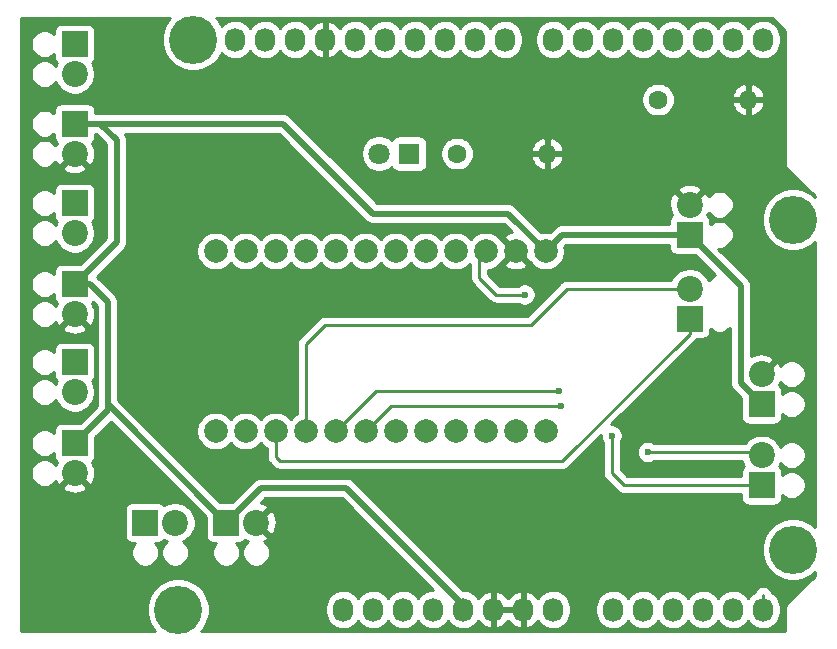
<source format=gbl>
%TF.GenerationSoftware,KiCad,Pcbnew,5.1.10-88a1d61d58~90~ubuntu20.04.1*%
%TF.CreationDate,2021-09-15T20:54:35-06:00*%
%TF.ProjectId,Shiled,5368696c-6564-42e6-9b69-6361645f7063,rev?*%
%TF.SameCoordinates,Original*%
%TF.FileFunction,Copper,L2,Bot*%
%TF.FilePolarity,Positive*%
%FSLAX46Y46*%
G04 Gerber Fmt 4.6, Leading zero omitted, Abs format (unit mm)*
G04 Created by KiCad (PCBNEW 5.1.10-88a1d61d58~90~ubuntu20.04.1) date 2021-09-15 20:54:35*
%MOMM*%
%LPD*%
G01*
G04 APERTURE LIST*
%TA.AperFunction,ComponentPad*%
%ADD10C,2.000000*%
%TD*%
%TA.AperFunction,ComponentPad*%
%ADD11C,2.200000*%
%TD*%
%TA.AperFunction,ComponentPad*%
%ADD12R,2.200000X2.200000*%
%TD*%
%TA.AperFunction,ComponentPad*%
%ADD13O,1.600000X1.600000*%
%TD*%
%TA.AperFunction,ComponentPad*%
%ADD14C,1.600000*%
%TD*%
%TA.AperFunction,ComponentPad*%
%ADD15C,1.800000*%
%TD*%
%TA.AperFunction,ComponentPad*%
%ADD16R,1.800000X1.800000*%
%TD*%
%TA.AperFunction,ComponentPad*%
%ADD17O,1.727200X2.032000*%
%TD*%
%TA.AperFunction,ComponentPad*%
%ADD18C,4.064000*%
%TD*%
%TA.AperFunction,ViaPad*%
%ADD19C,0.600000*%
%TD*%
%TA.AperFunction,Conductor*%
%ADD20C,0.500000*%
%TD*%
%TA.AperFunction,Conductor*%
%ADD21C,0.250000*%
%TD*%
%TA.AperFunction,Conductor*%
%ADD22C,0.254000*%
%TD*%
%TA.AperFunction,Conductor*%
%ADD23C,0.100000*%
%TD*%
G04 APERTURE END LIST*
D10*
%TO.P,U1,24*%
%TO.N,N/C*%
X156083000Y-108712000D03*
%TO.P,U1,23*%
X153543000Y-108712000D03*
%TO.P,U1,22*%
X151003000Y-108712000D03*
%TO.P,U1,21*%
X148463000Y-108712000D03*
%TO.P,U1,20*%
%TO.N,SC5*%
X145923000Y-108712000D03*
%TO.P,U1,19*%
%TO.N,SD5*%
X143383000Y-108712000D03*
%TO.P,U1,18*%
%TO.N,SC4*%
X140843000Y-108712000D03*
%TO.P,U1,17*%
%TO.N,SD4*%
X138303000Y-108712000D03*
%TO.P,U1,16*%
%TO.N,SC3*%
X135763000Y-108712000D03*
%TO.P,U1,15*%
%TO.N,SD3*%
X133223000Y-108712000D03*
%TO.P,U1,14*%
%TO.N,SC2*%
X130683000Y-108712000D03*
%TO.P,U1,13*%
%TO.N,SD2*%
X128143000Y-108712000D03*
%TO.P,U1,12*%
%TO.N,SC1*%
X128143000Y-93472000D03*
%TO.P,U1,11*%
%TO.N,SD1*%
X130683000Y-93472000D03*
%TO.P,U1,10*%
%TO.N,SC0*%
X133223000Y-93472000D03*
%TO.P,U1,9*%
%TO.N,SD0*%
X135763000Y-93472000D03*
%TO.P,U1,8*%
%TO.N,N/C*%
X138303000Y-93472000D03*
%TO.P,U1,7*%
X140843000Y-93472000D03*
%TO.P,U1,6*%
X143383000Y-93472000D03*
%TO.P,U1,5*%
X145923000Y-93472000D03*
%TO.P,U1,4*%
%TO.N,A5(SCL)*%
X148463000Y-93472000D03*
%TO.P,U1,3*%
%TO.N,A4(SDA)*%
X151003000Y-93472000D03*
%TO.P,U1,2*%
%TO.N,GND*%
X153543000Y-93472000D03*
%TO.P,U1,1*%
%TO.N,+5V*%
X156083000Y-93472000D03*
%TD*%
D11*
%TO.P,J6,2*%
%TO.N,GND*%
X168275000Y-89535000D03*
D12*
%TO.P,J6,1*%
%TO.N,+5V*%
X168275000Y-92075000D03*
%TD*%
D13*
%TO.P,R3,2*%
%TO.N,GND*%
X156210000Y-85217000D03*
D14*
%TO.P,R3,1*%
%TO.N,Net-(D1-Pad1)*%
X148590000Y-85217000D03*
%TD*%
D13*
%TO.P,R2,2*%
%TO.N,GND*%
X173228000Y-80645000D03*
D14*
%TO.P,R2,1*%
%TO.N,4*%
X165608000Y-80645000D03*
%TD*%
D11*
%TO.P,J5,2*%
%TO.N,GND*%
X174371000Y-103886000D03*
D12*
%TO.P,J5,1*%
%TO.N,+5V*%
X174371000Y-106426000D03*
%TD*%
D11*
%TO.P,J4,2*%
%TO.N,GND*%
X116205000Y-112268000D03*
D12*
%TO.P,J4,1*%
%TO.N,+5V*%
X116205000Y-109728000D03*
%TD*%
D11*
%TO.P,J3,2*%
%TO.N,GND*%
X131572000Y-116459000D03*
D12*
%TO.P,J3,1*%
%TO.N,+5V*%
X129032000Y-116459000D03*
%TD*%
D11*
%TO.P,J2,2*%
%TO.N,GND*%
X116205000Y-98806000D03*
D12*
%TO.P,J2,1*%
%TO.N,+5V*%
X116205000Y-96266000D03*
%TD*%
D11*
%TO.P,J1,2*%
%TO.N,GND*%
X116205000Y-85217000D03*
D12*
%TO.P,J1,1*%
%TO.N,+5V*%
X116205000Y-82677000D03*
%TD*%
D11*
%TO.P,E6,2*%
%TO.N,SC5*%
X124714000Y-116459000D03*
D12*
%TO.P,E6,1*%
%TO.N,SD5*%
X122174000Y-116459000D03*
%TD*%
D11*
%TO.P,E5,2*%
%TO.N,SC4*%
X174371000Y-110744000D03*
D12*
%TO.P,E5,1*%
%TO.N,SD4*%
X174371000Y-113284000D03*
%TD*%
D11*
%TO.P,E4,2*%
%TO.N,SC3*%
X168275000Y-96647000D03*
D12*
%TO.P,E4,1*%
%TO.N,SD3*%
X168275000Y-99187000D03*
%TD*%
D11*
%TO.P,E3,2*%
%TO.N,SC2*%
X116205000Y-105410000D03*
D12*
%TO.P,E3,1*%
%TO.N,SD2*%
X116205000Y-102870000D03*
%TD*%
D11*
%TO.P,E2,2*%
%TO.N,SC1*%
X116205000Y-91948000D03*
D12*
%TO.P,E2,1*%
%TO.N,SD1*%
X116205000Y-89408000D03*
%TD*%
D11*
%TO.P,E1,2*%
%TO.N,SC0*%
X116205000Y-78486000D03*
D12*
%TO.P,E1,1*%
%TO.N,SD0*%
X116205000Y-75946000D03*
%TD*%
D15*
%TO.P,D1,2*%
%TO.N,12(MISO)*%
X141986000Y-85217000D03*
D16*
%TO.P,D1,1*%
%TO.N,Net-(D1-Pad1)*%
X144526000Y-85217000D03*
%TD*%
D17*
%TO.P,P1,1*%
%TO.N,N/C*%
X138938000Y-123825000D03*
%TO.P,P1,2*%
X141478000Y-123825000D03*
%TO.P,P1,3*%
X144018000Y-123825000D03*
%TO.P,P1,4*%
X146558000Y-123825000D03*
%TO.P,P1,5*%
%TO.N,+5V*%
X149098000Y-123825000D03*
%TO.P,P1,6*%
%TO.N,GND*%
X151638000Y-123825000D03*
%TO.P,P1,7*%
X154178000Y-123825000D03*
%TO.P,P1,8*%
%TO.N,N/C*%
X156718000Y-123825000D03*
%TD*%
%TO.P,P2,1*%
%TO.N,N/C*%
X161798000Y-123825000D03*
%TO.P,P2,2*%
X164338000Y-123825000D03*
%TO.P,P2,3*%
X166878000Y-123825000D03*
%TO.P,P2,4*%
X169418000Y-123825000D03*
%TO.P,P2,5*%
%TO.N,A4(SDA)*%
X171958000Y-123825000D03*
%TO.P,P2,6*%
%TO.N,A5(SCL)*%
X174498000Y-123825000D03*
%TD*%
%TO.P,P3,1*%
%TO.N,A5(SCL)*%
X129794000Y-75565000D03*
%TO.P,P3,2*%
%TO.N,A4(SDA)*%
X132334000Y-75565000D03*
%TO.P,P3,3*%
%TO.N,N/C*%
X134874000Y-75565000D03*
%TO.P,P3,4*%
%TO.N,GND*%
X137414000Y-75565000D03*
%TO.P,P3,5*%
%TO.N,N/C*%
X139954000Y-75565000D03*
%TO.P,P3,6*%
%TO.N,12(MISO)*%
X142494000Y-75565000D03*
%TO.P,P3,7*%
%TO.N,N/C*%
X145034000Y-75565000D03*
%TO.P,P3,8*%
X147574000Y-75565000D03*
%TO.P,P3,9*%
X150114000Y-75565000D03*
%TO.P,P3,10*%
X152654000Y-75565000D03*
%TD*%
%TO.P,P4,1*%
%TO.N,N/C*%
X156718000Y-75565000D03*
%TO.P,P4,2*%
X159258000Y-75565000D03*
%TO.P,P4,3*%
X161798000Y-75565000D03*
%TO.P,P4,4*%
%TO.N,4*%
X164338000Y-75565000D03*
%TO.P,P4,5*%
%TO.N,N/C*%
X166878000Y-75565000D03*
%TO.P,P4,6*%
X169418000Y-75565000D03*
%TO.P,P4,7*%
X171958000Y-75565000D03*
%TO.P,P4,8*%
X174498000Y-75565000D03*
%TD*%
D18*
%TO.P,P5,1*%
%TO.N,N/C*%
X124968000Y-123825000D03*
%TD*%
%TO.P,P6,1*%
%TO.N,N/C*%
X177038000Y-118745000D03*
%TD*%
%TO.P,P7,1*%
%TO.N,N/C*%
X126238000Y-75565000D03*
%TD*%
%TO.P,P8,1*%
%TO.N,N/C*%
X177038000Y-90805000D03*
%TD*%
D19*
%TO.N,SC4*%
X157353000Y-106553000D03*
X164719000Y-110490000D03*
%TO.N,SD4*%
X157226000Y-105283000D03*
X161671000Y-109093000D03*
%TO.N,A4(SDA)*%
X154305000Y-97155000D03*
%TD*%
D20*
%TO.N,+5V*%
X116205000Y-82677000D02*
X118364000Y-82677000D01*
X118364000Y-82677000D02*
X119761000Y-84074000D01*
X119761000Y-92710000D02*
X116205000Y-96266000D01*
X119761000Y-84074000D02*
X119761000Y-92710000D01*
X116205000Y-96266000D02*
X117475000Y-96266000D01*
X117475000Y-96266000D02*
X118999000Y-97790000D01*
X118999000Y-106934000D02*
X116205000Y-109728000D01*
X129032000Y-116459000D02*
X118999000Y-106426000D01*
X118999000Y-106426000D02*
X118999000Y-106934000D01*
X118999000Y-97790000D02*
X118999000Y-106426000D01*
X149098000Y-123825000D02*
X149098000Y-123444000D01*
X149098000Y-123444000D02*
X139192000Y-113538000D01*
X131953000Y-113538000D02*
X129032000Y-116459000D01*
X139192000Y-113538000D02*
X131953000Y-113538000D01*
X172593000Y-104648000D02*
X174371000Y-106426000D01*
X172593000Y-96393000D02*
X172593000Y-104648000D01*
X168275000Y-92075000D02*
X172593000Y-96393000D01*
X157480000Y-92075000D02*
X156083000Y-93472000D01*
X168275000Y-92075000D02*
X157480000Y-92075000D01*
X116205000Y-82677000D02*
X133858000Y-82677000D01*
X133858000Y-82677000D02*
X141478000Y-90297000D01*
X152908000Y-90297000D02*
X156083000Y-93472000D01*
X141478000Y-90297000D02*
X152908000Y-90297000D01*
D21*
%TO.N,SC3*%
X168275000Y-96647000D02*
X157861000Y-96647000D01*
X157861000Y-96647000D02*
X154813000Y-99695000D01*
X154813000Y-99695000D02*
X137414000Y-99695000D01*
X135763000Y-101346000D02*
X135763000Y-108712000D01*
X137414000Y-99695000D02*
X135763000Y-101346000D01*
%TO.N,SD3*%
X168275000Y-99187000D02*
X167513000Y-99187000D01*
X168275000Y-99187000D02*
X168275000Y-100457000D01*
X168275000Y-100457000D02*
X157480000Y-111252000D01*
X157480000Y-111252000D02*
X133604000Y-111252000D01*
X133223000Y-110871000D02*
X133223000Y-108712000D01*
X133604000Y-111252000D02*
X133223000Y-110871000D01*
%TO.N,SC4*%
X157226000Y-106426000D02*
X157353000Y-106553000D01*
X174117000Y-110490000D02*
X174371000Y-110744000D01*
X164719000Y-110490000D02*
X174117000Y-110490000D01*
X143002000Y-106553000D02*
X157353000Y-106553000D01*
X140843000Y-108712000D02*
X143002000Y-106553000D01*
%TO.N,SD4*%
X161671000Y-109093000D02*
X161671000Y-112268000D01*
X162687000Y-113284000D02*
X174371000Y-113284000D01*
X161671000Y-112268000D02*
X162687000Y-113284000D01*
X141732000Y-105283000D02*
X157226000Y-105283000D01*
X138303000Y-108712000D02*
X141732000Y-105283000D01*
%TO.N,A4(SDA)*%
X154305000Y-97155000D02*
X151892000Y-97155000D01*
X150463000Y-95726000D02*
X150463000Y-93472000D01*
X151892000Y-97155000D02*
X150463000Y-95726000D01*
%TO.N,A5(SCL)*%
X174498000Y-122555000D02*
X174498000Y-123825000D01*
%TD*%
D22*
%TO.N,GND*%
X124166406Y-73864887D02*
X123874536Y-74301702D01*
X123673492Y-74787065D01*
X123571000Y-75302323D01*
X123571000Y-75827677D01*
X123673492Y-76342935D01*
X123874536Y-76828298D01*
X124166406Y-77265113D01*
X124537887Y-77636594D01*
X124974702Y-77928464D01*
X125460065Y-78129508D01*
X125975323Y-78232000D01*
X126500677Y-78232000D01*
X127015935Y-78129508D01*
X127501298Y-77928464D01*
X127938113Y-77636594D01*
X128309594Y-77265113D01*
X128601464Y-76828298D01*
X128657001Y-76694219D01*
X128729203Y-76782197D01*
X128957395Y-76969469D01*
X129217737Y-77108625D01*
X129500224Y-77194316D01*
X129794000Y-77223251D01*
X130087777Y-77194316D01*
X130370264Y-77108625D01*
X130630606Y-76969469D01*
X130858797Y-76782197D01*
X131046069Y-76554006D01*
X131064000Y-76520459D01*
X131081931Y-76554006D01*
X131269203Y-76782197D01*
X131497395Y-76969469D01*
X131757737Y-77108625D01*
X132040224Y-77194316D01*
X132334000Y-77223251D01*
X132627777Y-77194316D01*
X132910264Y-77108625D01*
X133170606Y-76969469D01*
X133398797Y-76782197D01*
X133586069Y-76554006D01*
X133604000Y-76520459D01*
X133621931Y-76554006D01*
X133809203Y-76782197D01*
X134037395Y-76969469D01*
X134297737Y-77108625D01*
X134580224Y-77194316D01*
X134874000Y-77223251D01*
X135167777Y-77194316D01*
X135450264Y-77108625D01*
X135710606Y-76969469D01*
X135938797Y-76782197D01*
X136126069Y-76554006D01*
X136147424Y-76514053D01*
X136295514Y-76716729D01*
X136511965Y-76915733D01*
X136763081Y-77068686D01*
X137039211Y-77169709D01*
X137054974Y-77172358D01*
X137287000Y-77051217D01*
X137287000Y-75692000D01*
X137267000Y-75692000D01*
X137267000Y-75438000D01*
X137287000Y-75438000D01*
X137287000Y-74078783D01*
X137541000Y-74078783D01*
X137541000Y-75438000D01*
X137561000Y-75438000D01*
X137561000Y-75692000D01*
X137541000Y-75692000D01*
X137541000Y-77051217D01*
X137773026Y-77172358D01*
X137788789Y-77169709D01*
X138064919Y-77068686D01*
X138316035Y-76915733D01*
X138532486Y-76716729D01*
X138680576Y-76514053D01*
X138701931Y-76554006D01*
X138889203Y-76782197D01*
X139117395Y-76969469D01*
X139377737Y-77108625D01*
X139660224Y-77194316D01*
X139954000Y-77223251D01*
X140247777Y-77194316D01*
X140530264Y-77108625D01*
X140790606Y-76969469D01*
X141018797Y-76782197D01*
X141206069Y-76554006D01*
X141224000Y-76520459D01*
X141241931Y-76554006D01*
X141429203Y-76782197D01*
X141657395Y-76969469D01*
X141917737Y-77108625D01*
X142200224Y-77194316D01*
X142494000Y-77223251D01*
X142787777Y-77194316D01*
X143070264Y-77108625D01*
X143330606Y-76969469D01*
X143558797Y-76782197D01*
X143746069Y-76554006D01*
X143764000Y-76520459D01*
X143781931Y-76554006D01*
X143969203Y-76782197D01*
X144197395Y-76969469D01*
X144457737Y-77108625D01*
X144740224Y-77194316D01*
X145034000Y-77223251D01*
X145327777Y-77194316D01*
X145610264Y-77108625D01*
X145870606Y-76969469D01*
X146098797Y-76782197D01*
X146286069Y-76554006D01*
X146304000Y-76520459D01*
X146321931Y-76554006D01*
X146509203Y-76782197D01*
X146737395Y-76969469D01*
X146997737Y-77108625D01*
X147280224Y-77194316D01*
X147574000Y-77223251D01*
X147867777Y-77194316D01*
X148150264Y-77108625D01*
X148410606Y-76969469D01*
X148638797Y-76782197D01*
X148826069Y-76554006D01*
X148844000Y-76520459D01*
X148861931Y-76554006D01*
X149049203Y-76782197D01*
X149277395Y-76969469D01*
X149537737Y-77108625D01*
X149820224Y-77194316D01*
X150114000Y-77223251D01*
X150407777Y-77194316D01*
X150690264Y-77108625D01*
X150950606Y-76969469D01*
X151178797Y-76782197D01*
X151366069Y-76554006D01*
X151384000Y-76520459D01*
X151401931Y-76554006D01*
X151589203Y-76782197D01*
X151817395Y-76969469D01*
X152077737Y-77108625D01*
X152360224Y-77194316D01*
X152654000Y-77223251D01*
X152947777Y-77194316D01*
X153230264Y-77108625D01*
X153490606Y-76969469D01*
X153718797Y-76782197D01*
X153906069Y-76554006D01*
X154045225Y-76293663D01*
X154130916Y-76011176D01*
X154152600Y-75791018D01*
X154152600Y-75338982D01*
X155219400Y-75338982D01*
X155219400Y-75791019D01*
X155241084Y-76011177D01*
X155326775Y-76293664D01*
X155465931Y-76554006D01*
X155653203Y-76782197D01*
X155881395Y-76969469D01*
X156141737Y-77108625D01*
X156424224Y-77194316D01*
X156718000Y-77223251D01*
X157011777Y-77194316D01*
X157294264Y-77108625D01*
X157554606Y-76969469D01*
X157782797Y-76782197D01*
X157970069Y-76554006D01*
X157988000Y-76520459D01*
X158005931Y-76554006D01*
X158193203Y-76782197D01*
X158421395Y-76969469D01*
X158681737Y-77108625D01*
X158964224Y-77194316D01*
X159258000Y-77223251D01*
X159551777Y-77194316D01*
X159834264Y-77108625D01*
X160094606Y-76969469D01*
X160322797Y-76782197D01*
X160510069Y-76554006D01*
X160528000Y-76520459D01*
X160545931Y-76554006D01*
X160733203Y-76782197D01*
X160961395Y-76969469D01*
X161221737Y-77108625D01*
X161504224Y-77194316D01*
X161798000Y-77223251D01*
X162091777Y-77194316D01*
X162374264Y-77108625D01*
X162634606Y-76969469D01*
X162862797Y-76782197D01*
X163050069Y-76554006D01*
X163068000Y-76520459D01*
X163085931Y-76554006D01*
X163273203Y-76782197D01*
X163501395Y-76969469D01*
X163761737Y-77108625D01*
X164044224Y-77194316D01*
X164338000Y-77223251D01*
X164631777Y-77194316D01*
X164914264Y-77108625D01*
X165174606Y-76969469D01*
X165402797Y-76782197D01*
X165590069Y-76554006D01*
X165608000Y-76520459D01*
X165625931Y-76554006D01*
X165813203Y-76782197D01*
X166041395Y-76969469D01*
X166301737Y-77108625D01*
X166584224Y-77194316D01*
X166878000Y-77223251D01*
X167171777Y-77194316D01*
X167454264Y-77108625D01*
X167714606Y-76969469D01*
X167942797Y-76782197D01*
X168130069Y-76554006D01*
X168148000Y-76520459D01*
X168165931Y-76554006D01*
X168353203Y-76782197D01*
X168581395Y-76969469D01*
X168841737Y-77108625D01*
X169124224Y-77194316D01*
X169418000Y-77223251D01*
X169711777Y-77194316D01*
X169994264Y-77108625D01*
X170254606Y-76969469D01*
X170482797Y-76782197D01*
X170670069Y-76554006D01*
X170688000Y-76520459D01*
X170705931Y-76554006D01*
X170893203Y-76782197D01*
X171121395Y-76969469D01*
X171381737Y-77108625D01*
X171664224Y-77194316D01*
X171958000Y-77223251D01*
X172251777Y-77194316D01*
X172534264Y-77108625D01*
X172794606Y-76969469D01*
X173022797Y-76782197D01*
X173210069Y-76554006D01*
X173228000Y-76520459D01*
X173245931Y-76554006D01*
X173433203Y-76782197D01*
X173661395Y-76969469D01*
X173921737Y-77108625D01*
X174204224Y-77194316D01*
X174498000Y-77223251D01*
X174791777Y-77194316D01*
X175074264Y-77108625D01*
X175334606Y-76969469D01*
X175562797Y-76782197D01*
X175750069Y-76554006D01*
X175889225Y-76293663D01*
X175974916Y-76011176D01*
X175996600Y-75791018D01*
X175996600Y-75338981D01*
X175974916Y-75118823D01*
X175889225Y-74836336D01*
X175750069Y-74575994D01*
X175562797Y-74347803D01*
X175334605Y-74160531D01*
X175074263Y-74021375D01*
X174791776Y-73935684D01*
X174498000Y-73906749D01*
X174204223Y-73935684D01*
X173921736Y-74021375D01*
X173661394Y-74160531D01*
X173433203Y-74347803D01*
X173245931Y-74575995D01*
X173228000Y-74609541D01*
X173210069Y-74575994D01*
X173022797Y-74347803D01*
X172794605Y-74160531D01*
X172534263Y-74021375D01*
X172251776Y-73935684D01*
X171958000Y-73906749D01*
X171664223Y-73935684D01*
X171381736Y-74021375D01*
X171121394Y-74160531D01*
X170893203Y-74347803D01*
X170705931Y-74575995D01*
X170688000Y-74609541D01*
X170670069Y-74575994D01*
X170482797Y-74347803D01*
X170254605Y-74160531D01*
X169994263Y-74021375D01*
X169711776Y-73935684D01*
X169418000Y-73906749D01*
X169124223Y-73935684D01*
X168841736Y-74021375D01*
X168581394Y-74160531D01*
X168353203Y-74347803D01*
X168165931Y-74575995D01*
X168148000Y-74609541D01*
X168130069Y-74575994D01*
X167942797Y-74347803D01*
X167714605Y-74160531D01*
X167454263Y-74021375D01*
X167171776Y-73935684D01*
X166878000Y-73906749D01*
X166584223Y-73935684D01*
X166301736Y-74021375D01*
X166041394Y-74160531D01*
X165813203Y-74347803D01*
X165625931Y-74575995D01*
X165608000Y-74609541D01*
X165590069Y-74575994D01*
X165402797Y-74347803D01*
X165174605Y-74160531D01*
X164914263Y-74021375D01*
X164631776Y-73935684D01*
X164338000Y-73906749D01*
X164044223Y-73935684D01*
X163761736Y-74021375D01*
X163501394Y-74160531D01*
X163273203Y-74347803D01*
X163085931Y-74575995D01*
X163068000Y-74609541D01*
X163050069Y-74575994D01*
X162862797Y-74347803D01*
X162634605Y-74160531D01*
X162374263Y-74021375D01*
X162091776Y-73935684D01*
X161798000Y-73906749D01*
X161504223Y-73935684D01*
X161221736Y-74021375D01*
X160961394Y-74160531D01*
X160733203Y-74347803D01*
X160545931Y-74575995D01*
X160528000Y-74609541D01*
X160510069Y-74575994D01*
X160322797Y-74347803D01*
X160094605Y-74160531D01*
X159834263Y-74021375D01*
X159551776Y-73935684D01*
X159258000Y-73906749D01*
X158964223Y-73935684D01*
X158681736Y-74021375D01*
X158421394Y-74160531D01*
X158193203Y-74347803D01*
X158005931Y-74575995D01*
X157988000Y-74609541D01*
X157970069Y-74575994D01*
X157782797Y-74347803D01*
X157554605Y-74160531D01*
X157294263Y-74021375D01*
X157011776Y-73935684D01*
X156718000Y-73906749D01*
X156424223Y-73935684D01*
X156141736Y-74021375D01*
X155881394Y-74160531D01*
X155653203Y-74347803D01*
X155465931Y-74575995D01*
X155326775Y-74836337D01*
X155241084Y-75118824D01*
X155219400Y-75338982D01*
X154152600Y-75338982D01*
X154152600Y-75338981D01*
X154130916Y-75118823D01*
X154045225Y-74836336D01*
X153906069Y-74575994D01*
X153718797Y-74347803D01*
X153490605Y-74160531D01*
X153230263Y-74021375D01*
X152947776Y-73935684D01*
X152654000Y-73906749D01*
X152360223Y-73935684D01*
X152077736Y-74021375D01*
X151817394Y-74160531D01*
X151589203Y-74347803D01*
X151401931Y-74575995D01*
X151384000Y-74609541D01*
X151366069Y-74575994D01*
X151178797Y-74347803D01*
X150950605Y-74160531D01*
X150690263Y-74021375D01*
X150407776Y-73935684D01*
X150114000Y-73906749D01*
X149820223Y-73935684D01*
X149537736Y-74021375D01*
X149277394Y-74160531D01*
X149049203Y-74347803D01*
X148861931Y-74575995D01*
X148844000Y-74609541D01*
X148826069Y-74575994D01*
X148638797Y-74347803D01*
X148410605Y-74160531D01*
X148150263Y-74021375D01*
X147867776Y-73935684D01*
X147574000Y-73906749D01*
X147280223Y-73935684D01*
X146997736Y-74021375D01*
X146737394Y-74160531D01*
X146509203Y-74347803D01*
X146321931Y-74575995D01*
X146304000Y-74609541D01*
X146286069Y-74575994D01*
X146098797Y-74347803D01*
X145870605Y-74160531D01*
X145610263Y-74021375D01*
X145327776Y-73935684D01*
X145034000Y-73906749D01*
X144740223Y-73935684D01*
X144457736Y-74021375D01*
X144197394Y-74160531D01*
X143969203Y-74347803D01*
X143781931Y-74575995D01*
X143764000Y-74609541D01*
X143746069Y-74575994D01*
X143558797Y-74347803D01*
X143330605Y-74160531D01*
X143070263Y-74021375D01*
X142787776Y-73935684D01*
X142494000Y-73906749D01*
X142200223Y-73935684D01*
X141917736Y-74021375D01*
X141657394Y-74160531D01*
X141429203Y-74347803D01*
X141241931Y-74575995D01*
X141224000Y-74609541D01*
X141206069Y-74575994D01*
X141018797Y-74347803D01*
X140790605Y-74160531D01*
X140530263Y-74021375D01*
X140247776Y-73935684D01*
X139954000Y-73906749D01*
X139660223Y-73935684D01*
X139377736Y-74021375D01*
X139117394Y-74160531D01*
X138889203Y-74347803D01*
X138701931Y-74575995D01*
X138680576Y-74615947D01*
X138532486Y-74413271D01*
X138316035Y-74214267D01*
X138064919Y-74061314D01*
X137788789Y-73960291D01*
X137773026Y-73957642D01*
X137541000Y-74078783D01*
X137287000Y-74078783D01*
X137054974Y-73957642D01*
X137039211Y-73960291D01*
X136763081Y-74061314D01*
X136511965Y-74214267D01*
X136295514Y-74413271D01*
X136147424Y-74615947D01*
X136126069Y-74575994D01*
X135938797Y-74347803D01*
X135710605Y-74160531D01*
X135450263Y-74021375D01*
X135167776Y-73935684D01*
X134874000Y-73906749D01*
X134580223Y-73935684D01*
X134297736Y-74021375D01*
X134037394Y-74160531D01*
X133809203Y-74347803D01*
X133621931Y-74575995D01*
X133604000Y-74609541D01*
X133586069Y-74575994D01*
X133398797Y-74347803D01*
X133170605Y-74160531D01*
X132910263Y-74021375D01*
X132627776Y-73935684D01*
X132334000Y-73906749D01*
X132040223Y-73935684D01*
X131757736Y-74021375D01*
X131497394Y-74160531D01*
X131269203Y-74347803D01*
X131081931Y-74575995D01*
X131064000Y-74609541D01*
X131046069Y-74575994D01*
X130858797Y-74347803D01*
X130630605Y-74160531D01*
X130370263Y-74021375D01*
X130087776Y-73935684D01*
X129794000Y-73906749D01*
X129500223Y-73935684D01*
X129217736Y-74021375D01*
X128957394Y-74160531D01*
X128729203Y-74347803D01*
X128657001Y-74435781D01*
X128601464Y-74301702D01*
X128309594Y-73864887D01*
X128179707Y-73735000D01*
X175219909Y-73735000D01*
X176328001Y-74843093D01*
X176328000Y-85944125D01*
X176324565Y-85979000D01*
X176328000Y-86013875D01*
X176328000Y-86013876D01*
X176338273Y-86118183D01*
X176378872Y-86252019D01*
X176444800Y-86375362D01*
X176533525Y-86483474D01*
X176560617Y-86505708D01*
X178868001Y-88813093D01*
X178868001Y-88863294D01*
X178738113Y-88733406D01*
X178301298Y-88441536D01*
X177815935Y-88240492D01*
X177300677Y-88138000D01*
X176775323Y-88138000D01*
X176260065Y-88240492D01*
X175774702Y-88441536D01*
X175337887Y-88733406D01*
X174966406Y-89104887D01*
X174674536Y-89541702D01*
X174473492Y-90027065D01*
X174371000Y-90542323D01*
X174371000Y-91067677D01*
X174473492Y-91582935D01*
X174674536Y-92068298D01*
X174966406Y-92505113D01*
X175337887Y-92876594D01*
X175774702Y-93168464D01*
X176260065Y-93369508D01*
X176775323Y-93472000D01*
X177300677Y-93472000D01*
X177815935Y-93369508D01*
X178301298Y-93168464D01*
X178738113Y-92876594D01*
X178868001Y-92746706D01*
X178868000Y-116803293D01*
X178738113Y-116673406D01*
X178301298Y-116381536D01*
X177815935Y-116180492D01*
X177300677Y-116078000D01*
X176775323Y-116078000D01*
X176260065Y-116180492D01*
X175774702Y-116381536D01*
X175337887Y-116673406D01*
X174966406Y-117044887D01*
X174674536Y-117481702D01*
X174473492Y-117967065D01*
X174371000Y-118482323D01*
X174371000Y-119007677D01*
X174473492Y-119522935D01*
X174674536Y-120008298D01*
X174966406Y-120445113D01*
X175337887Y-120816594D01*
X175774702Y-121108464D01*
X176260065Y-121309508D01*
X176775323Y-121412000D01*
X177300677Y-121412000D01*
X177815935Y-121309508D01*
X178301298Y-121108464D01*
X178738113Y-120816594D01*
X178868000Y-120686707D01*
X178868000Y-120990908D01*
X176560617Y-123298292D01*
X176533526Y-123320525D01*
X176511293Y-123347616D01*
X176444801Y-123428637D01*
X176378872Y-123551981D01*
X176338274Y-123685816D01*
X176324565Y-123825000D01*
X176328001Y-123859885D01*
X176328000Y-125655000D01*
X126909707Y-125655000D01*
X127039594Y-125525113D01*
X127331464Y-125088298D01*
X127532508Y-124602935D01*
X127635000Y-124087677D01*
X127635000Y-123562323D01*
X127532508Y-123047065D01*
X127331464Y-122561702D01*
X127039594Y-122124887D01*
X126668113Y-121753406D01*
X126231298Y-121461536D01*
X125745935Y-121260492D01*
X125230677Y-121158000D01*
X124705323Y-121158000D01*
X124190065Y-121260492D01*
X123704702Y-121461536D01*
X123267887Y-121753406D01*
X122896406Y-122124887D01*
X122604536Y-122561702D01*
X122403492Y-123047065D01*
X122301000Y-123562323D01*
X122301000Y-124087677D01*
X122403492Y-124602935D01*
X122604536Y-125088298D01*
X122896406Y-125525113D01*
X123026293Y-125655000D01*
X111708000Y-125655000D01*
X111708000Y-115359000D01*
X120435928Y-115359000D01*
X120435928Y-117559000D01*
X120448188Y-117683482D01*
X120484498Y-117803180D01*
X120543463Y-117913494D01*
X120622815Y-118010185D01*
X120719506Y-118089537D01*
X120829820Y-118148502D01*
X120949518Y-118184812D01*
X121074000Y-118197072D01*
X121300084Y-118197072D01*
X121253550Y-118243606D01*
X121123866Y-118437692D01*
X121034539Y-118653348D01*
X120989000Y-118882288D01*
X120989000Y-119115712D01*
X121034539Y-119344652D01*
X121123866Y-119560308D01*
X121253550Y-119754394D01*
X121418606Y-119919450D01*
X121612692Y-120049134D01*
X121828348Y-120138461D01*
X122057288Y-120184000D01*
X122290712Y-120184000D01*
X122519652Y-120138461D01*
X122735308Y-120049134D01*
X122929394Y-119919450D01*
X123094450Y-119754394D01*
X123224134Y-119560308D01*
X123313461Y-119344652D01*
X123359000Y-119115712D01*
X123359000Y-118882288D01*
X123313461Y-118653348D01*
X123224134Y-118437692D01*
X123094450Y-118243606D01*
X123047916Y-118197072D01*
X123274000Y-118197072D01*
X123398482Y-118184812D01*
X123518180Y-118148502D01*
X123628494Y-118089537D01*
X123725185Y-118010185D01*
X123791557Y-117929310D01*
X123892169Y-117996537D01*
X124008952Y-118044910D01*
X123958606Y-118078550D01*
X123793550Y-118243606D01*
X123663866Y-118437692D01*
X123574539Y-118653348D01*
X123529000Y-118882288D01*
X123529000Y-119115712D01*
X123574539Y-119344652D01*
X123663866Y-119560308D01*
X123793550Y-119754394D01*
X123958606Y-119919450D01*
X124152692Y-120049134D01*
X124368348Y-120138461D01*
X124597288Y-120184000D01*
X124830712Y-120184000D01*
X125059652Y-120138461D01*
X125275308Y-120049134D01*
X125469394Y-119919450D01*
X125634450Y-119754394D01*
X125764134Y-119560308D01*
X125853461Y-119344652D01*
X125899000Y-119115712D01*
X125899000Y-118882288D01*
X125853461Y-118653348D01*
X125764134Y-118437692D01*
X125634450Y-118243606D01*
X125469394Y-118078550D01*
X125419048Y-118044910D01*
X125535831Y-117996537D01*
X125819998Y-117806663D01*
X126061663Y-117564998D01*
X126251537Y-117280831D01*
X126382325Y-116965081D01*
X126449000Y-116629883D01*
X126449000Y-116288117D01*
X126382325Y-115952919D01*
X126251537Y-115637169D01*
X126061663Y-115353002D01*
X125819998Y-115111337D01*
X125535831Y-114921463D01*
X125220081Y-114790675D01*
X124884883Y-114724000D01*
X124543117Y-114724000D01*
X124207919Y-114790675D01*
X123892169Y-114921463D01*
X123791557Y-114988690D01*
X123725185Y-114907815D01*
X123628494Y-114828463D01*
X123518180Y-114769498D01*
X123398482Y-114733188D01*
X123274000Y-114720928D01*
X121074000Y-114720928D01*
X120949518Y-114733188D01*
X120829820Y-114769498D01*
X120719506Y-114828463D01*
X120622815Y-114907815D01*
X120543463Y-115004506D01*
X120484498Y-115114820D01*
X120448188Y-115234518D01*
X120435928Y-115359000D01*
X111708000Y-115359000D01*
X111708000Y-113474712D01*
X115177893Y-113474712D01*
X115285726Y-113749338D01*
X115592384Y-113900216D01*
X115922585Y-113988369D01*
X116263639Y-114010409D01*
X116602439Y-113965489D01*
X116925966Y-113855336D01*
X117124274Y-113749338D01*
X117232107Y-113474712D01*
X116205000Y-112447605D01*
X115177893Y-113474712D01*
X111708000Y-113474712D01*
X111708000Y-102753288D01*
X112480000Y-102753288D01*
X112480000Y-102986712D01*
X112525539Y-103215652D01*
X112614866Y-103431308D01*
X112744550Y-103625394D01*
X112909606Y-103790450D01*
X113103692Y-103920134D01*
X113319348Y-104009461D01*
X113548288Y-104055000D01*
X113781712Y-104055000D01*
X114010652Y-104009461D01*
X114226308Y-103920134D01*
X114420394Y-103790450D01*
X114466928Y-103743916D01*
X114466928Y-103970000D01*
X114479188Y-104094482D01*
X114515498Y-104214180D01*
X114574463Y-104324494D01*
X114653815Y-104421185D01*
X114734690Y-104487557D01*
X114667463Y-104588169D01*
X114619090Y-104704952D01*
X114585450Y-104654606D01*
X114420394Y-104489550D01*
X114226308Y-104359866D01*
X114010652Y-104270539D01*
X113781712Y-104225000D01*
X113548288Y-104225000D01*
X113319348Y-104270539D01*
X113103692Y-104359866D01*
X112909606Y-104489550D01*
X112744550Y-104654606D01*
X112614866Y-104848692D01*
X112525539Y-105064348D01*
X112480000Y-105293288D01*
X112480000Y-105526712D01*
X112525539Y-105755652D01*
X112614866Y-105971308D01*
X112744550Y-106165394D01*
X112909606Y-106330450D01*
X113103692Y-106460134D01*
X113319348Y-106549461D01*
X113548288Y-106595000D01*
X113781712Y-106595000D01*
X114010652Y-106549461D01*
X114226308Y-106460134D01*
X114420394Y-106330450D01*
X114585450Y-106165394D01*
X114619090Y-106115048D01*
X114667463Y-106231831D01*
X114857337Y-106515998D01*
X115099002Y-106757663D01*
X115383169Y-106947537D01*
X115698919Y-107078325D01*
X116034117Y-107145000D01*
X116375883Y-107145000D01*
X116711081Y-107078325D01*
X117026831Y-106947537D01*
X117310998Y-106757663D01*
X117552663Y-106515998D01*
X117742537Y-106231831D01*
X117873325Y-105916081D01*
X117940000Y-105580883D01*
X117940000Y-105239117D01*
X117873325Y-104903919D01*
X117742537Y-104588169D01*
X117675310Y-104487557D01*
X117756185Y-104421185D01*
X117835537Y-104324494D01*
X117894502Y-104214180D01*
X117930812Y-104094482D01*
X117943072Y-103970000D01*
X117943072Y-101770000D01*
X117930812Y-101645518D01*
X117894502Y-101525820D01*
X117835537Y-101415506D01*
X117756185Y-101318815D01*
X117659494Y-101239463D01*
X117549180Y-101180498D01*
X117429482Y-101144188D01*
X117305000Y-101131928D01*
X115105000Y-101131928D01*
X114980518Y-101144188D01*
X114860820Y-101180498D01*
X114750506Y-101239463D01*
X114653815Y-101318815D01*
X114574463Y-101415506D01*
X114515498Y-101525820D01*
X114479188Y-101645518D01*
X114466928Y-101770000D01*
X114466928Y-101996084D01*
X114420394Y-101949550D01*
X114226308Y-101819866D01*
X114010652Y-101730539D01*
X113781712Y-101685000D01*
X113548288Y-101685000D01*
X113319348Y-101730539D01*
X113103692Y-101819866D01*
X112909606Y-101949550D01*
X112744550Y-102114606D01*
X112614866Y-102308692D01*
X112525539Y-102524348D01*
X112480000Y-102753288D01*
X111708000Y-102753288D01*
X111708000Y-100012712D01*
X115177893Y-100012712D01*
X115285726Y-100287338D01*
X115592384Y-100438216D01*
X115922585Y-100526369D01*
X116263639Y-100548409D01*
X116602439Y-100503489D01*
X116925966Y-100393336D01*
X117124274Y-100287338D01*
X117232107Y-100012712D01*
X116205000Y-98985605D01*
X115177893Y-100012712D01*
X111708000Y-100012712D01*
X111708000Y-89291288D01*
X112480000Y-89291288D01*
X112480000Y-89524712D01*
X112525539Y-89753652D01*
X112614866Y-89969308D01*
X112744550Y-90163394D01*
X112909606Y-90328450D01*
X113103692Y-90458134D01*
X113319348Y-90547461D01*
X113548288Y-90593000D01*
X113781712Y-90593000D01*
X114010652Y-90547461D01*
X114226308Y-90458134D01*
X114420394Y-90328450D01*
X114466928Y-90281916D01*
X114466928Y-90508000D01*
X114479188Y-90632482D01*
X114515498Y-90752180D01*
X114574463Y-90862494D01*
X114653815Y-90959185D01*
X114734690Y-91025557D01*
X114667463Y-91126169D01*
X114619090Y-91242952D01*
X114585450Y-91192606D01*
X114420394Y-91027550D01*
X114226308Y-90897866D01*
X114010652Y-90808539D01*
X113781712Y-90763000D01*
X113548288Y-90763000D01*
X113319348Y-90808539D01*
X113103692Y-90897866D01*
X112909606Y-91027550D01*
X112744550Y-91192606D01*
X112614866Y-91386692D01*
X112525539Y-91602348D01*
X112480000Y-91831288D01*
X112480000Y-92064712D01*
X112525539Y-92293652D01*
X112614866Y-92509308D01*
X112744550Y-92703394D01*
X112909606Y-92868450D01*
X113103692Y-92998134D01*
X113319348Y-93087461D01*
X113548288Y-93133000D01*
X113781712Y-93133000D01*
X114010652Y-93087461D01*
X114226308Y-92998134D01*
X114420394Y-92868450D01*
X114585450Y-92703394D01*
X114619090Y-92653048D01*
X114667463Y-92769831D01*
X114857337Y-93053998D01*
X115099002Y-93295663D01*
X115383169Y-93485537D01*
X115698919Y-93616325D01*
X116034117Y-93683000D01*
X116375883Y-93683000D01*
X116711081Y-93616325D01*
X117026831Y-93485537D01*
X117310998Y-93295663D01*
X117552663Y-93053998D01*
X117742537Y-92769831D01*
X117873325Y-92454081D01*
X117940000Y-92118883D01*
X117940000Y-91777117D01*
X117873325Y-91441919D01*
X117742537Y-91126169D01*
X117675310Y-91025557D01*
X117756185Y-90959185D01*
X117835537Y-90862494D01*
X117894502Y-90752180D01*
X117930812Y-90632482D01*
X117943072Y-90508000D01*
X117943072Y-88308000D01*
X117930812Y-88183518D01*
X117894502Y-88063820D01*
X117835537Y-87953506D01*
X117756185Y-87856815D01*
X117659494Y-87777463D01*
X117549180Y-87718498D01*
X117429482Y-87682188D01*
X117305000Y-87669928D01*
X115105000Y-87669928D01*
X114980518Y-87682188D01*
X114860820Y-87718498D01*
X114750506Y-87777463D01*
X114653815Y-87856815D01*
X114574463Y-87953506D01*
X114515498Y-88063820D01*
X114479188Y-88183518D01*
X114466928Y-88308000D01*
X114466928Y-88534084D01*
X114420394Y-88487550D01*
X114226308Y-88357866D01*
X114010652Y-88268539D01*
X113781712Y-88223000D01*
X113548288Y-88223000D01*
X113319348Y-88268539D01*
X113103692Y-88357866D01*
X112909606Y-88487550D01*
X112744550Y-88652606D01*
X112614866Y-88846692D01*
X112525539Y-89062348D01*
X112480000Y-89291288D01*
X111708000Y-89291288D01*
X111708000Y-86423712D01*
X115177893Y-86423712D01*
X115285726Y-86698338D01*
X115592384Y-86849216D01*
X115922585Y-86937369D01*
X116263639Y-86959409D01*
X116602439Y-86914489D01*
X116925966Y-86804336D01*
X117124274Y-86698338D01*
X117232107Y-86423712D01*
X116205000Y-85396605D01*
X115177893Y-86423712D01*
X111708000Y-86423712D01*
X111708000Y-82560288D01*
X112480000Y-82560288D01*
X112480000Y-82793712D01*
X112525539Y-83022652D01*
X112614866Y-83238308D01*
X112744550Y-83432394D01*
X112909606Y-83597450D01*
X113103692Y-83727134D01*
X113319348Y-83816461D01*
X113548288Y-83862000D01*
X113781712Y-83862000D01*
X114010652Y-83816461D01*
X114226308Y-83727134D01*
X114420394Y-83597450D01*
X114466928Y-83550916D01*
X114466928Y-83777000D01*
X114479188Y-83901482D01*
X114515498Y-84021180D01*
X114574463Y-84131494D01*
X114653815Y-84228185D01*
X114733733Y-84293772D01*
X114723662Y-84297726D01*
X114618613Y-84511238D01*
X114585450Y-84461606D01*
X114420394Y-84296550D01*
X114226308Y-84166866D01*
X114010652Y-84077539D01*
X113781712Y-84032000D01*
X113548288Y-84032000D01*
X113319348Y-84077539D01*
X113103692Y-84166866D01*
X112909606Y-84296550D01*
X112744550Y-84461606D01*
X112614866Y-84655692D01*
X112525539Y-84871348D01*
X112480000Y-85100288D01*
X112480000Y-85333712D01*
X112525539Y-85562652D01*
X112614866Y-85778308D01*
X112744550Y-85972394D01*
X112909606Y-86137450D01*
X113103692Y-86267134D01*
X113319348Y-86356461D01*
X113548288Y-86402000D01*
X113781712Y-86402000D01*
X114010652Y-86356461D01*
X114226308Y-86267134D01*
X114420394Y-86137450D01*
X114585450Y-85972394D01*
X114614555Y-85928835D01*
X114617664Y-85937966D01*
X114723662Y-86136274D01*
X114998288Y-86244107D01*
X116025395Y-85217000D01*
X116011253Y-85202858D01*
X116190858Y-85023253D01*
X116205000Y-85037395D01*
X116219143Y-85023253D01*
X116398748Y-85202858D01*
X116384605Y-85217000D01*
X117411712Y-86244107D01*
X117686338Y-86136274D01*
X117837216Y-85829616D01*
X117925369Y-85499415D01*
X117947409Y-85158361D01*
X117902489Y-84819561D01*
X117792336Y-84496034D01*
X117686338Y-84297726D01*
X117676267Y-84293772D01*
X117756185Y-84228185D01*
X117835537Y-84131494D01*
X117894502Y-84021180D01*
X117930812Y-83901482D01*
X117943072Y-83777000D01*
X117943072Y-83562000D01*
X117997422Y-83562000D01*
X118876000Y-84440579D01*
X118876001Y-92343420D01*
X116691494Y-94527928D01*
X115105000Y-94527928D01*
X114980518Y-94540188D01*
X114860820Y-94576498D01*
X114750506Y-94635463D01*
X114653815Y-94714815D01*
X114574463Y-94811506D01*
X114515498Y-94921820D01*
X114479188Y-95041518D01*
X114466928Y-95166000D01*
X114466928Y-95392084D01*
X114420394Y-95345550D01*
X114226308Y-95215866D01*
X114010652Y-95126539D01*
X113781712Y-95081000D01*
X113548288Y-95081000D01*
X113319348Y-95126539D01*
X113103692Y-95215866D01*
X112909606Y-95345550D01*
X112744550Y-95510606D01*
X112614866Y-95704692D01*
X112525539Y-95920348D01*
X112480000Y-96149288D01*
X112480000Y-96382712D01*
X112525539Y-96611652D01*
X112614866Y-96827308D01*
X112744550Y-97021394D01*
X112909606Y-97186450D01*
X113103692Y-97316134D01*
X113319348Y-97405461D01*
X113548288Y-97451000D01*
X113781712Y-97451000D01*
X114010652Y-97405461D01*
X114226308Y-97316134D01*
X114420394Y-97186450D01*
X114466928Y-97139916D01*
X114466928Y-97366000D01*
X114479188Y-97490482D01*
X114515498Y-97610180D01*
X114574463Y-97720494D01*
X114653815Y-97817185D01*
X114733733Y-97882772D01*
X114723662Y-97886726D01*
X114618613Y-98100238D01*
X114585450Y-98050606D01*
X114420394Y-97885550D01*
X114226308Y-97755866D01*
X114010652Y-97666539D01*
X113781712Y-97621000D01*
X113548288Y-97621000D01*
X113319348Y-97666539D01*
X113103692Y-97755866D01*
X112909606Y-97885550D01*
X112744550Y-98050606D01*
X112614866Y-98244692D01*
X112525539Y-98460348D01*
X112480000Y-98689288D01*
X112480000Y-98922712D01*
X112525539Y-99151652D01*
X112614866Y-99367308D01*
X112744550Y-99561394D01*
X112909606Y-99726450D01*
X113103692Y-99856134D01*
X113319348Y-99945461D01*
X113548288Y-99991000D01*
X113781712Y-99991000D01*
X114010652Y-99945461D01*
X114226308Y-99856134D01*
X114420394Y-99726450D01*
X114585450Y-99561394D01*
X114614555Y-99517835D01*
X114617664Y-99526966D01*
X114723662Y-99725274D01*
X114998288Y-99833107D01*
X116025395Y-98806000D01*
X116011253Y-98791858D01*
X116190858Y-98612253D01*
X116205000Y-98626395D01*
X116219143Y-98612253D01*
X116398748Y-98791858D01*
X116384605Y-98806000D01*
X117411712Y-99833107D01*
X117686338Y-99725274D01*
X117837216Y-99418616D01*
X117925369Y-99088415D01*
X117947409Y-98747361D01*
X117902489Y-98408561D01*
X117792336Y-98085034D01*
X117686338Y-97886726D01*
X117676267Y-97882772D01*
X117756185Y-97817185D01*
X117764489Y-97807067D01*
X118114000Y-98156579D01*
X118114001Y-106382514D01*
X118114000Y-106382524D01*
X118114000Y-106382531D01*
X118109719Y-106426000D01*
X118114000Y-106469469D01*
X118114000Y-106567421D01*
X116691494Y-107989928D01*
X115105000Y-107989928D01*
X114980518Y-108002188D01*
X114860820Y-108038498D01*
X114750506Y-108097463D01*
X114653815Y-108176815D01*
X114574463Y-108273506D01*
X114515498Y-108383820D01*
X114479188Y-108503518D01*
X114466928Y-108628000D01*
X114466928Y-108854084D01*
X114420394Y-108807550D01*
X114226308Y-108677866D01*
X114010652Y-108588539D01*
X113781712Y-108543000D01*
X113548288Y-108543000D01*
X113319348Y-108588539D01*
X113103692Y-108677866D01*
X112909606Y-108807550D01*
X112744550Y-108972606D01*
X112614866Y-109166692D01*
X112525539Y-109382348D01*
X112480000Y-109611288D01*
X112480000Y-109844712D01*
X112525539Y-110073652D01*
X112614866Y-110289308D01*
X112744550Y-110483394D01*
X112909606Y-110648450D01*
X113103692Y-110778134D01*
X113319348Y-110867461D01*
X113548288Y-110913000D01*
X113781712Y-110913000D01*
X114010652Y-110867461D01*
X114226308Y-110778134D01*
X114420394Y-110648450D01*
X114466928Y-110601916D01*
X114466928Y-110828000D01*
X114479188Y-110952482D01*
X114515498Y-111072180D01*
X114574463Y-111182494D01*
X114653815Y-111279185D01*
X114733733Y-111344772D01*
X114723662Y-111348726D01*
X114618613Y-111562238D01*
X114585450Y-111512606D01*
X114420394Y-111347550D01*
X114226308Y-111217866D01*
X114010652Y-111128539D01*
X113781712Y-111083000D01*
X113548288Y-111083000D01*
X113319348Y-111128539D01*
X113103692Y-111217866D01*
X112909606Y-111347550D01*
X112744550Y-111512606D01*
X112614866Y-111706692D01*
X112525539Y-111922348D01*
X112480000Y-112151288D01*
X112480000Y-112384712D01*
X112525539Y-112613652D01*
X112614866Y-112829308D01*
X112744550Y-113023394D01*
X112909606Y-113188450D01*
X113103692Y-113318134D01*
X113319348Y-113407461D01*
X113548288Y-113453000D01*
X113781712Y-113453000D01*
X114010652Y-113407461D01*
X114226308Y-113318134D01*
X114420394Y-113188450D01*
X114585450Y-113023394D01*
X114614555Y-112979835D01*
X114617664Y-112988966D01*
X114723662Y-113187274D01*
X114998288Y-113295107D01*
X116025395Y-112268000D01*
X116011253Y-112253858D01*
X116190858Y-112074253D01*
X116205000Y-112088395D01*
X116219143Y-112074253D01*
X116398748Y-112253858D01*
X116384605Y-112268000D01*
X117411712Y-113295107D01*
X117686338Y-113187274D01*
X117837216Y-112880616D01*
X117925369Y-112550415D01*
X117947409Y-112209361D01*
X117902489Y-111870561D01*
X117792336Y-111547034D01*
X117686338Y-111348726D01*
X117676267Y-111344772D01*
X117756185Y-111279185D01*
X117835537Y-111182494D01*
X117894502Y-111072180D01*
X117930812Y-110952482D01*
X117943072Y-110828000D01*
X117943072Y-109241506D01*
X119253000Y-107931578D01*
X127293928Y-115972507D01*
X127293928Y-117559000D01*
X127306188Y-117683482D01*
X127342498Y-117803180D01*
X127401463Y-117913494D01*
X127480815Y-118010185D01*
X127577506Y-118089537D01*
X127687820Y-118148502D01*
X127807518Y-118184812D01*
X127932000Y-118197072D01*
X128158084Y-118197072D01*
X128111550Y-118243606D01*
X127981866Y-118437692D01*
X127892539Y-118653348D01*
X127847000Y-118882288D01*
X127847000Y-119115712D01*
X127892539Y-119344652D01*
X127981866Y-119560308D01*
X128111550Y-119754394D01*
X128276606Y-119919450D01*
X128470692Y-120049134D01*
X128686348Y-120138461D01*
X128915288Y-120184000D01*
X129148712Y-120184000D01*
X129377652Y-120138461D01*
X129593308Y-120049134D01*
X129787394Y-119919450D01*
X129952450Y-119754394D01*
X130082134Y-119560308D01*
X130171461Y-119344652D01*
X130217000Y-119115712D01*
X130217000Y-118882288D01*
X130171461Y-118653348D01*
X130082134Y-118437692D01*
X129952450Y-118243606D01*
X129905916Y-118197072D01*
X130132000Y-118197072D01*
X130256482Y-118184812D01*
X130376180Y-118148502D01*
X130486494Y-118089537D01*
X130583185Y-118010185D01*
X130648772Y-117930267D01*
X130652726Y-117940338D01*
X130866238Y-118045387D01*
X130816606Y-118078550D01*
X130651550Y-118243606D01*
X130521866Y-118437692D01*
X130432539Y-118653348D01*
X130387000Y-118882288D01*
X130387000Y-119115712D01*
X130432539Y-119344652D01*
X130521866Y-119560308D01*
X130651550Y-119754394D01*
X130816606Y-119919450D01*
X131010692Y-120049134D01*
X131226348Y-120138461D01*
X131455288Y-120184000D01*
X131688712Y-120184000D01*
X131917652Y-120138461D01*
X132133308Y-120049134D01*
X132327394Y-119919450D01*
X132492450Y-119754394D01*
X132622134Y-119560308D01*
X132711461Y-119344652D01*
X132757000Y-119115712D01*
X132757000Y-118882288D01*
X132711461Y-118653348D01*
X132622134Y-118437692D01*
X132492450Y-118243606D01*
X132327394Y-118078550D01*
X132283835Y-118049445D01*
X132292966Y-118046336D01*
X132491274Y-117940338D01*
X132599107Y-117665712D01*
X131572000Y-116638605D01*
X131557858Y-116652748D01*
X131378253Y-116473143D01*
X131392395Y-116459000D01*
X131751605Y-116459000D01*
X132778712Y-117486107D01*
X133053338Y-117378274D01*
X133204216Y-117071616D01*
X133292369Y-116741415D01*
X133314409Y-116400361D01*
X133269489Y-116061561D01*
X133159336Y-115738034D01*
X133053338Y-115539726D01*
X132778712Y-115431893D01*
X131751605Y-116459000D01*
X131392395Y-116459000D01*
X131378253Y-116444858D01*
X131557858Y-116265253D01*
X131572000Y-116279395D01*
X132599107Y-115252288D01*
X132491274Y-114977662D01*
X132184616Y-114826784D01*
X131972439Y-114770140D01*
X132319579Y-114423000D01*
X138825422Y-114423000D01*
X146570391Y-122167969D01*
X146558000Y-122166749D01*
X146264223Y-122195684D01*
X145981736Y-122281375D01*
X145721394Y-122420531D01*
X145493203Y-122607803D01*
X145305931Y-122835995D01*
X145288000Y-122869541D01*
X145270069Y-122835994D01*
X145082797Y-122607803D01*
X144854605Y-122420531D01*
X144594263Y-122281375D01*
X144311776Y-122195684D01*
X144018000Y-122166749D01*
X143724223Y-122195684D01*
X143441736Y-122281375D01*
X143181394Y-122420531D01*
X142953203Y-122607803D01*
X142765931Y-122835995D01*
X142748000Y-122869541D01*
X142730069Y-122835994D01*
X142542797Y-122607803D01*
X142314605Y-122420531D01*
X142054263Y-122281375D01*
X141771776Y-122195684D01*
X141478000Y-122166749D01*
X141184223Y-122195684D01*
X140901736Y-122281375D01*
X140641394Y-122420531D01*
X140413203Y-122607803D01*
X140225931Y-122835995D01*
X140208000Y-122869541D01*
X140190069Y-122835994D01*
X140002797Y-122607803D01*
X139774605Y-122420531D01*
X139514263Y-122281375D01*
X139231776Y-122195684D01*
X138938000Y-122166749D01*
X138644223Y-122195684D01*
X138361736Y-122281375D01*
X138101394Y-122420531D01*
X137873203Y-122607803D01*
X137685931Y-122835995D01*
X137546775Y-123096337D01*
X137461084Y-123378824D01*
X137439400Y-123598982D01*
X137439400Y-124051019D01*
X137461084Y-124271177D01*
X137546775Y-124553664D01*
X137685931Y-124814006D01*
X137873203Y-125042197D01*
X138101395Y-125229469D01*
X138361737Y-125368625D01*
X138644224Y-125454316D01*
X138938000Y-125483251D01*
X139231777Y-125454316D01*
X139514264Y-125368625D01*
X139774606Y-125229469D01*
X140002797Y-125042197D01*
X140190069Y-124814006D01*
X140208000Y-124780459D01*
X140225931Y-124814006D01*
X140413203Y-125042197D01*
X140641395Y-125229469D01*
X140901737Y-125368625D01*
X141184224Y-125454316D01*
X141478000Y-125483251D01*
X141771777Y-125454316D01*
X142054264Y-125368625D01*
X142314606Y-125229469D01*
X142542797Y-125042197D01*
X142730069Y-124814006D01*
X142748000Y-124780459D01*
X142765931Y-124814006D01*
X142953203Y-125042197D01*
X143181395Y-125229469D01*
X143441737Y-125368625D01*
X143724224Y-125454316D01*
X144018000Y-125483251D01*
X144311777Y-125454316D01*
X144594264Y-125368625D01*
X144854606Y-125229469D01*
X145082797Y-125042197D01*
X145270069Y-124814006D01*
X145288000Y-124780459D01*
X145305931Y-124814006D01*
X145493203Y-125042197D01*
X145721395Y-125229469D01*
X145981737Y-125368625D01*
X146264224Y-125454316D01*
X146558000Y-125483251D01*
X146851777Y-125454316D01*
X147134264Y-125368625D01*
X147394606Y-125229469D01*
X147622797Y-125042197D01*
X147810069Y-124814006D01*
X147828000Y-124780459D01*
X147845931Y-124814006D01*
X148033203Y-125042197D01*
X148261395Y-125229469D01*
X148521737Y-125368625D01*
X148804224Y-125454316D01*
X149098000Y-125483251D01*
X149391777Y-125454316D01*
X149674264Y-125368625D01*
X149934606Y-125229469D01*
X150162797Y-125042197D01*
X150350069Y-124814006D01*
X150371424Y-124774053D01*
X150519514Y-124976729D01*
X150735965Y-125175733D01*
X150987081Y-125328686D01*
X151263211Y-125429709D01*
X151278974Y-125432358D01*
X151511000Y-125311217D01*
X151511000Y-123952000D01*
X151765000Y-123952000D01*
X151765000Y-125311217D01*
X151997026Y-125432358D01*
X152012789Y-125429709D01*
X152288919Y-125328686D01*
X152540035Y-125175733D01*
X152756486Y-124976729D01*
X152908000Y-124769367D01*
X153059514Y-124976729D01*
X153275965Y-125175733D01*
X153527081Y-125328686D01*
X153803211Y-125429709D01*
X153818974Y-125432358D01*
X154051000Y-125311217D01*
X154051000Y-123952000D01*
X151765000Y-123952000D01*
X151511000Y-123952000D01*
X151491000Y-123952000D01*
X151491000Y-123698000D01*
X151511000Y-123698000D01*
X151511000Y-122338783D01*
X151765000Y-122338783D01*
X151765000Y-123698000D01*
X154051000Y-123698000D01*
X154051000Y-122338783D01*
X154305000Y-122338783D01*
X154305000Y-123698000D01*
X154325000Y-123698000D01*
X154325000Y-123952000D01*
X154305000Y-123952000D01*
X154305000Y-125311217D01*
X154537026Y-125432358D01*
X154552789Y-125429709D01*
X154828919Y-125328686D01*
X155080035Y-125175733D01*
X155296486Y-124976729D01*
X155444576Y-124774053D01*
X155465931Y-124814006D01*
X155653203Y-125042197D01*
X155881395Y-125229469D01*
X156141737Y-125368625D01*
X156424224Y-125454316D01*
X156718000Y-125483251D01*
X157011777Y-125454316D01*
X157294264Y-125368625D01*
X157554606Y-125229469D01*
X157782797Y-125042197D01*
X157970069Y-124814006D01*
X158109225Y-124553663D01*
X158194916Y-124271176D01*
X158216600Y-124051018D01*
X158216600Y-123598982D01*
X160299400Y-123598982D01*
X160299400Y-124051019D01*
X160321084Y-124271177D01*
X160406775Y-124553664D01*
X160545931Y-124814006D01*
X160733203Y-125042197D01*
X160961395Y-125229469D01*
X161221737Y-125368625D01*
X161504224Y-125454316D01*
X161798000Y-125483251D01*
X162091777Y-125454316D01*
X162374264Y-125368625D01*
X162634606Y-125229469D01*
X162862797Y-125042197D01*
X163050069Y-124814006D01*
X163068000Y-124780459D01*
X163085931Y-124814006D01*
X163273203Y-125042197D01*
X163501395Y-125229469D01*
X163761737Y-125368625D01*
X164044224Y-125454316D01*
X164338000Y-125483251D01*
X164631777Y-125454316D01*
X164914264Y-125368625D01*
X165174606Y-125229469D01*
X165402797Y-125042197D01*
X165590069Y-124814006D01*
X165608000Y-124780459D01*
X165625931Y-124814006D01*
X165813203Y-125042197D01*
X166041395Y-125229469D01*
X166301737Y-125368625D01*
X166584224Y-125454316D01*
X166878000Y-125483251D01*
X167171777Y-125454316D01*
X167454264Y-125368625D01*
X167714606Y-125229469D01*
X167942797Y-125042197D01*
X168130069Y-124814006D01*
X168148000Y-124780459D01*
X168165931Y-124814006D01*
X168353203Y-125042197D01*
X168581395Y-125229469D01*
X168841737Y-125368625D01*
X169124224Y-125454316D01*
X169418000Y-125483251D01*
X169711777Y-125454316D01*
X169994264Y-125368625D01*
X170254606Y-125229469D01*
X170482797Y-125042197D01*
X170670069Y-124814006D01*
X170688000Y-124780459D01*
X170705931Y-124814006D01*
X170893203Y-125042197D01*
X171121395Y-125229469D01*
X171381737Y-125368625D01*
X171664224Y-125454316D01*
X171958000Y-125483251D01*
X172251777Y-125454316D01*
X172534264Y-125368625D01*
X172794606Y-125229469D01*
X173022797Y-125042197D01*
X173210069Y-124814006D01*
X173228000Y-124780459D01*
X173245931Y-124814006D01*
X173433203Y-125042197D01*
X173661395Y-125229469D01*
X173921737Y-125368625D01*
X174204224Y-125454316D01*
X174498000Y-125483251D01*
X174791777Y-125454316D01*
X175074264Y-125368625D01*
X175334606Y-125229469D01*
X175562797Y-125042197D01*
X175750069Y-124814006D01*
X175889225Y-124553663D01*
X175974916Y-124271176D01*
X175996600Y-124051018D01*
X175996600Y-123598981D01*
X175974916Y-123378823D01*
X175889225Y-123096336D01*
X175750069Y-122835994D01*
X175562797Y-122607803D01*
X175334605Y-122420531D01*
X175235306Y-122367455D01*
X175203546Y-122262753D01*
X175132974Y-122130724D01*
X175038001Y-122014999D01*
X174922275Y-121920026D01*
X174790246Y-121849454D01*
X174646985Y-121805997D01*
X174498000Y-121791323D01*
X174349014Y-121805997D01*
X174205753Y-121849454D01*
X174073724Y-121920026D01*
X173957999Y-122014999D01*
X173863026Y-122130725D01*
X173792454Y-122262754D01*
X173760694Y-122367454D01*
X173661394Y-122420531D01*
X173433203Y-122607803D01*
X173245931Y-122835995D01*
X173228000Y-122869541D01*
X173210069Y-122835994D01*
X173022797Y-122607803D01*
X172794605Y-122420531D01*
X172534263Y-122281375D01*
X172251776Y-122195684D01*
X171958000Y-122166749D01*
X171664223Y-122195684D01*
X171381736Y-122281375D01*
X171121394Y-122420531D01*
X170893203Y-122607803D01*
X170705931Y-122835995D01*
X170688000Y-122869541D01*
X170670069Y-122835994D01*
X170482797Y-122607803D01*
X170254605Y-122420531D01*
X169994263Y-122281375D01*
X169711776Y-122195684D01*
X169418000Y-122166749D01*
X169124223Y-122195684D01*
X168841736Y-122281375D01*
X168581394Y-122420531D01*
X168353203Y-122607803D01*
X168165931Y-122835995D01*
X168148000Y-122869541D01*
X168130069Y-122835994D01*
X167942797Y-122607803D01*
X167714605Y-122420531D01*
X167454263Y-122281375D01*
X167171776Y-122195684D01*
X166878000Y-122166749D01*
X166584223Y-122195684D01*
X166301736Y-122281375D01*
X166041394Y-122420531D01*
X165813203Y-122607803D01*
X165625931Y-122835995D01*
X165608000Y-122869541D01*
X165590069Y-122835994D01*
X165402797Y-122607803D01*
X165174605Y-122420531D01*
X164914263Y-122281375D01*
X164631776Y-122195684D01*
X164338000Y-122166749D01*
X164044223Y-122195684D01*
X163761736Y-122281375D01*
X163501394Y-122420531D01*
X163273203Y-122607803D01*
X163085931Y-122835995D01*
X163068000Y-122869541D01*
X163050069Y-122835994D01*
X162862797Y-122607803D01*
X162634605Y-122420531D01*
X162374263Y-122281375D01*
X162091776Y-122195684D01*
X161798000Y-122166749D01*
X161504223Y-122195684D01*
X161221736Y-122281375D01*
X160961394Y-122420531D01*
X160733203Y-122607803D01*
X160545931Y-122835995D01*
X160406775Y-123096337D01*
X160321084Y-123378824D01*
X160299400Y-123598982D01*
X158216600Y-123598982D01*
X158216600Y-123598981D01*
X158194916Y-123378823D01*
X158109225Y-123096336D01*
X157970069Y-122835994D01*
X157782797Y-122607803D01*
X157554605Y-122420531D01*
X157294263Y-122281375D01*
X157011776Y-122195684D01*
X156718000Y-122166749D01*
X156424223Y-122195684D01*
X156141736Y-122281375D01*
X155881394Y-122420531D01*
X155653203Y-122607803D01*
X155465931Y-122835995D01*
X155444576Y-122875947D01*
X155296486Y-122673271D01*
X155080035Y-122474267D01*
X154828919Y-122321314D01*
X154552789Y-122220291D01*
X154537026Y-122217642D01*
X154305000Y-122338783D01*
X154051000Y-122338783D01*
X153818974Y-122217642D01*
X153803211Y-122220291D01*
X153527081Y-122321314D01*
X153275965Y-122474267D01*
X153059514Y-122673271D01*
X152908000Y-122880633D01*
X152756486Y-122673271D01*
X152540035Y-122474267D01*
X152288919Y-122321314D01*
X152012789Y-122220291D01*
X151997026Y-122217642D01*
X151765000Y-122338783D01*
X151511000Y-122338783D01*
X151278974Y-122217642D01*
X151263211Y-122220291D01*
X150987081Y-122321314D01*
X150735965Y-122474267D01*
X150519514Y-122673271D01*
X150371424Y-122875947D01*
X150350069Y-122835994D01*
X150162797Y-122607803D01*
X149934605Y-122420531D01*
X149674263Y-122281375D01*
X149391776Y-122195684D01*
X149098000Y-122166749D01*
X149074630Y-122169051D01*
X139848534Y-112942956D01*
X139820817Y-112909183D01*
X139686059Y-112798589D01*
X139532313Y-112716411D01*
X139365490Y-112665805D01*
X139235477Y-112653000D01*
X139235469Y-112653000D01*
X139192000Y-112648719D01*
X139148531Y-112653000D01*
X131996469Y-112653000D01*
X131953000Y-112648719D01*
X131909531Y-112653000D01*
X131909523Y-112653000D01*
X131779510Y-112665805D01*
X131612687Y-112716411D01*
X131561073Y-112743999D01*
X131458941Y-112798589D01*
X131357953Y-112881468D01*
X131357951Y-112881470D01*
X131324183Y-112909183D01*
X131296470Y-112942951D01*
X129518494Y-114720928D01*
X128545507Y-114720928D01*
X119884000Y-106059422D01*
X119884000Y-97833465D01*
X119888281Y-97789999D01*
X119884000Y-97746533D01*
X119884000Y-97746523D01*
X119871195Y-97616510D01*
X119820589Y-97449687D01*
X119738411Y-97295941D01*
X119627817Y-97161183D01*
X119594050Y-97133471D01*
X118131532Y-95670954D01*
X118103817Y-95637183D01*
X118093699Y-95628879D01*
X120356049Y-93366530D01*
X120389817Y-93338817D01*
X120412673Y-93310967D01*
X126508000Y-93310967D01*
X126508000Y-93633033D01*
X126570832Y-93948912D01*
X126694082Y-94246463D01*
X126873013Y-94514252D01*
X127100748Y-94741987D01*
X127368537Y-94920918D01*
X127666088Y-95044168D01*
X127981967Y-95107000D01*
X128304033Y-95107000D01*
X128619912Y-95044168D01*
X128917463Y-94920918D01*
X129185252Y-94741987D01*
X129412987Y-94514252D01*
X129413000Y-94514233D01*
X129413013Y-94514252D01*
X129640748Y-94741987D01*
X129908537Y-94920918D01*
X130206088Y-95044168D01*
X130521967Y-95107000D01*
X130844033Y-95107000D01*
X131159912Y-95044168D01*
X131457463Y-94920918D01*
X131725252Y-94741987D01*
X131952987Y-94514252D01*
X131953000Y-94514233D01*
X131953013Y-94514252D01*
X132180748Y-94741987D01*
X132448537Y-94920918D01*
X132746088Y-95044168D01*
X133061967Y-95107000D01*
X133384033Y-95107000D01*
X133699912Y-95044168D01*
X133997463Y-94920918D01*
X134265252Y-94741987D01*
X134492987Y-94514252D01*
X134493000Y-94514233D01*
X134493013Y-94514252D01*
X134720748Y-94741987D01*
X134988537Y-94920918D01*
X135286088Y-95044168D01*
X135601967Y-95107000D01*
X135924033Y-95107000D01*
X136239912Y-95044168D01*
X136537463Y-94920918D01*
X136805252Y-94741987D01*
X137032987Y-94514252D01*
X137033000Y-94514233D01*
X137033013Y-94514252D01*
X137260748Y-94741987D01*
X137528537Y-94920918D01*
X137826088Y-95044168D01*
X138141967Y-95107000D01*
X138464033Y-95107000D01*
X138779912Y-95044168D01*
X139077463Y-94920918D01*
X139345252Y-94741987D01*
X139572987Y-94514252D01*
X139573000Y-94514233D01*
X139573013Y-94514252D01*
X139800748Y-94741987D01*
X140068537Y-94920918D01*
X140366088Y-95044168D01*
X140681967Y-95107000D01*
X141004033Y-95107000D01*
X141319912Y-95044168D01*
X141617463Y-94920918D01*
X141885252Y-94741987D01*
X142112987Y-94514252D01*
X142113000Y-94514233D01*
X142113013Y-94514252D01*
X142340748Y-94741987D01*
X142608537Y-94920918D01*
X142906088Y-95044168D01*
X143221967Y-95107000D01*
X143544033Y-95107000D01*
X143859912Y-95044168D01*
X144157463Y-94920918D01*
X144425252Y-94741987D01*
X144652987Y-94514252D01*
X144653000Y-94514233D01*
X144653013Y-94514252D01*
X144880748Y-94741987D01*
X145148537Y-94920918D01*
X145446088Y-95044168D01*
X145761967Y-95107000D01*
X146084033Y-95107000D01*
X146399912Y-95044168D01*
X146697463Y-94920918D01*
X146965252Y-94741987D01*
X147192987Y-94514252D01*
X147193000Y-94514233D01*
X147193013Y-94514252D01*
X147420748Y-94741987D01*
X147688537Y-94920918D01*
X147986088Y-95044168D01*
X148301967Y-95107000D01*
X148624033Y-95107000D01*
X148939912Y-95044168D01*
X149237463Y-94920918D01*
X149505252Y-94741987D01*
X149703001Y-94544238D01*
X149703000Y-95688677D01*
X149699324Y-95726000D01*
X149703000Y-95763322D01*
X149703000Y-95763332D01*
X149713997Y-95874985D01*
X149734160Y-95941454D01*
X149757454Y-96018246D01*
X149828026Y-96150276D01*
X149867871Y-96198826D01*
X149922999Y-96266001D01*
X149952003Y-96289804D01*
X151328201Y-97666003D01*
X151351999Y-97695001D01*
X151467724Y-97789974D01*
X151599753Y-97860546D01*
X151743014Y-97904003D01*
X151854667Y-97915000D01*
X151854676Y-97915000D01*
X151891999Y-97918676D01*
X151929322Y-97915000D01*
X153759465Y-97915000D01*
X153862111Y-97983586D01*
X154032271Y-98054068D01*
X154212911Y-98090000D01*
X154397089Y-98090000D01*
X154577729Y-98054068D01*
X154747889Y-97983586D01*
X154901028Y-97881262D01*
X155031262Y-97751028D01*
X155133586Y-97597889D01*
X155204068Y-97427729D01*
X155240000Y-97247089D01*
X155240000Y-97062911D01*
X155204068Y-96882271D01*
X155133586Y-96712111D01*
X155031262Y-96558972D01*
X154901028Y-96428738D01*
X154747889Y-96326414D01*
X154577729Y-96255932D01*
X154397089Y-96220000D01*
X154212911Y-96220000D01*
X154032271Y-96255932D01*
X153862111Y-96326414D01*
X153759465Y-96395000D01*
X152206802Y-96395000D01*
X151223000Y-95411199D01*
X151223000Y-95095271D01*
X151479912Y-95044168D01*
X151777463Y-94920918D01*
X152045252Y-94741987D01*
X152179826Y-94607413D01*
X152587192Y-94607413D01*
X152682956Y-94871814D01*
X152972571Y-95012704D01*
X153284108Y-95094384D01*
X153605595Y-95113718D01*
X153924675Y-95069961D01*
X154229088Y-94964795D01*
X154403044Y-94871814D01*
X154498808Y-94607413D01*
X153543000Y-93651605D01*
X152587192Y-94607413D01*
X152179826Y-94607413D01*
X152272987Y-94514252D01*
X152345720Y-94405400D01*
X152407587Y-94427808D01*
X153363395Y-93472000D01*
X152407587Y-92516192D01*
X152345720Y-92538600D01*
X152272987Y-92429748D01*
X152045252Y-92202013D01*
X151777463Y-92023082D01*
X151479912Y-91899832D01*
X151164033Y-91837000D01*
X150841967Y-91837000D01*
X150526088Y-91899832D01*
X150228537Y-92023082D01*
X149960748Y-92202013D01*
X149733013Y-92429748D01*
X149733000Y-92429767D01*
X149732987Y-92429748D01*
X149505252Y-92202013D01*
X149237463Y-92023082D01*
X148939912Y-91899832D01*
X148624033Y-91837000D01*
X148301967Y-91837000D01*
X147986088Y-91899832D01*
X147688537Y-92023082D01*
X147420748Y-92202013D01*
X147193013Y-92429748D01*
X147193000Y-92429767D01*
X147192987Y-92429748D01*
X146965252Y-92202013D01*
X146697463Y-92023082D01*
X146399912Y-91899832D01*
X146084033Y-91837000D01*
X145761967Y-91837000D01*
X145446088Y-91899832D01*
X145148537Y-92023082D01*
X144880748Y-92202013D01*
X144653013Y-92429748D01*
X144653000Y-92429767D01*
X144652987Y-92429748D01*
X144425252Y-92202013D01*
X144157463Y-92023082D01*
X143859912Y-91899832D01*
X143544033Y-91837000D01*
X143221967Y-91837000D01*
X142906088Y-91899832D01*
X142608537Y-92023082D01*
X142340748Y-92202013D01*
X142113013Y-92429748D01*
X142113000Y-92429767D01*
X142112987Y-92429748D01*
X141885252Y-92202013D01*
X141617463Y-92023082D01*
X141319912Y-91899832D01*
X141004033Y-91837000D01*
X140681967Y-91837000D01*
X140366088Y-91899832D01*
X140068537Y-92023082D01*
X139800748Y-92202013D01*
X139573013Y-92429748D01*
X139573000Y-92429767D01*
X139572987Y-92429748D01*
X139345252Y-92202013D01*
X139077463Y-92023082D01*
X138779912Y-91899832D01*
X138464033Y-91837000D01*
X138141967Y-91837000D01*
X137826088Y-91899832D01*
X137528537Y-92023082D01*
X137260748Y-92202013D01*
X137033013Y-92429748D01*
X137033000Y-92429767D01*
X137032987Y-92429748D01*
X136805252Y-92202013D01*
X136537463Y-92023082D01*
X136239912Y-91899832D01*
X135924033Y-91837000D01*
X135601967Y-91837000D01*
X135286088Y-91899832D01*
X134988537Y-92023082D01*
X134720748Y-92202013D01*
X134493013Y-92429748D01*
X134493000Y-92429767D01*
X134492987Y-92429748D01*
X134265252Y-92202013D01*
X133997463Y-92023082D01*
X133699912Y-91899832D01*
X133384033Y-91837000D01*
X133061967Y-91837000D01*
X132746088Y-91899832D01*
X132448537Y-92023082D01*
X132180748Y-92202013D01*
X131953013Y-92429748D01*
X131953000Y-92429767D01*
X131952987Y-92429748D01*
X131725252Y-92202013D01*
X131457463Y-92023082D01*
X131159912Y-91899832D01*
X130844033Y-91837000D01*
X130521967Y-91837000D01*
X130206088Y-91899832D01*
X129908537Y-92023082D01*
X129640748Y-92202013D01*
X129413013Y-92429748D01*
X129413000Y-92429767D01*
X129412987Y-92429748D01*
X129185252Y-92202013D01*
X128917463Y-92023082D01*
X128619912Y-91899832D01*
X128304033Y-91837000D01*
X127981967Y-91837000D01*
X127666088Y-91899832D01*
X127368537Y-92023082D01*
X127100748Y-92202013D01*
X126873013Y-92429748D01*
X126694082Y-92697537D01*
X126570832Y-92995088D01*
X126508000Y-93310967D01*
X120412673Y-93310967D01*
X120422897Y-93298510D01*
X120491874Y-93214461D01*
X120500411Y-93204059D01*
X120582589Y-93050313D01*
X120633195Y-92883490D01*
X120646000Y-92753477D01*
X120646000Y-92753467D01*
X120650281Y-92710001D01*
X120646000Y-92666535D01*
X120646000Y-84117465D01*
X120650281Y-84073999D01*
X120646000Y-84030533D01*
X120646000Y-84030523D01*
X120633195Y-83900510D01*
X120582589Y-83733687D01*
X120500411Y-83579941D01*
X120485687Y-83562000D01*
X133491422Y-83562000D01*
X140821470Y-90892049D01*
X140849183Y-90925817D01*
X140882951Y-90953530D01*
X140882953Y-90953532D01*
X140909112Y-90975000D01*
X140983941Y-91036411D01*
X141137687Y-91118589D01*
X141304510Y-91169195D01*
X141434523Y-91182000D01*
X141434533Y-91182000D01*
X141477999Y-91186281D01*
X141521465Y-91182000D01*
X152541422Y-91182000D01*
X153224761Y-91865340D01*
X153161325Y-91874039D01*
X152856912Y-91979205D01*
X152682956Y-92072186D01*
X152587192Y-92336587D01*
X153543000Y-93292395D01*
X153557143Y-93278253D01*
X153736748Y-93457858D01*
X153722605Y-93472000D01*
X154678413Y-94427808D01*
X154740280Y-94405400D01*
X154813013Y-94514252D01*
X155040748Y-94741987D01*
X155308537Y-94920918D01*
X155606088Y-95044168D01*
X155921967Y-95107000D01*
X156244033Y-95107000D01*
X156559912Y-95044168D01*
X156857463Y-94920918D01*
X157125252Y-94741987D01*
X157352987Y-94514252D01*
X157531918Y-94246463D01*
X157655168Y-93948912D01*
X157718000Y-93633033D01*
X157718000Y-93310967D01*
X157681104Y-93125475D01*
X157846579Y-92960000D01*
X166536928Y-92960000D01*
X166536928Y-93175000D01*
X166549188Y-93299482D01*
X166585498Y-93419180D01*
X166644463Y-93529494D01*
X166723815Y-93626185D01*
X166820506Y-93705537D01*
X166930820Y-93764502D01*
X167050518Y-93800812D01*
X167175000Y-93813072D01*
X168761494Y-93813072D01*
X170459881Y-95511460D01*
X170253692Y-95596866D01*
X170059606Y-95726550D01*
X169894550Y-95891606D01*
X169860910Y-95941952D01*
X169812537Y-95825169D01*
X169622663Y-95541002D01*
X169380998Y-95299337D01*
X169096831Y-95109463D01*
X168781081Y-94978675D01*
X168445883Y-94912000D01*
X168104117Y-94912000D01*
X167768919Y-94978675D01*
X167453169Y-95109463D01*
X167169002Y-95299337D01*
X166927337Y-95541002D01*
X166737463Y-95825169D01*
X166711852Y-95887000D01*
X157898323Y-95887000D01*
X157861000Y-95883324D01*
X157823677Y-95887000D01*
X157823667Y-95887000D01*
X157712014Y-95897997D01*
X157568753Y-95941454D01*
X157436723Y-96012026D01*
X157387178Y-96052687D01*
X157320999Y-96106999D01*
X157297201Y-96135997D01*
X154498199Y-98935000D01*
X137451333Y-98935000D01*
X137414000Y-98931323D01*
X137376667Y-98935000D01*
X137265014Y-98945997D01*
X137121753Y-98989454D01*
X136989724Y-99060026D01*
X136873999Y-99154999D01*
X136850201Y-99183997D01*
X135252003Y-100782196D01*
X135222999Y-100805999D01*
X135167871Y-100873174D01*
X135128026Y-100921724D01*
X135057455Y-101053753D01*
X135057454Y-101053754D01*
X135013997Y-101197015D01*
X135003000Y-101308668D01*
X135003000Y-101308678D01*
X134999324Y-101346000D01*
X135003000Y-101383322D01*
X135003001Y-107257091D01*
X134988537Y-107263082D01*
X134720748Y-107442013D01*
X134493013Y-107669748D01*
X134493000Y-107669767D01*
X134492987Y-107669748D01*
X134265252Y-107442013D01*
X133997463Y-107263082D01*
X133699912Y-107139832D01*
X133384033Y-107077000D01*
X133061967Y-107077000D01*
X132746088Y-107139832D01*
X132448537Y-107263082D01*
X132180748Y-107442013D01*
X131953013Y-107669748D01*
X131953000Y-107669767D01*
X131952987Y-107669748D01*
X131725252Y-107442013D01*
X131457463Y-107263082D01*
X131159912Y-107139832D01*
X130844033Y-107077000D01*
X130521967Y-107077000D01*
X130206088Y-107139832D01*
X129908537Y-107263082D01*
X129640748Y-107442013D01*
X129413013Y-107669748D01*
X129413000Y-107669767D01*
X129412987Y-107669748D01*
X129185252Y-107442013D01*
X128917463Y-107263082D01*
X128619912Y-107139832D01*
X128304033Y-107077000D01*
X127981967Y-107077000D01*
X127666088Y-107139832D01*
X127368537Y-107263082D01*
X127100748Y-107442013D01*
X126873013Y-107669748D01*
X126694082Y-107937537D01*
X126570832Y-108235088D01*
X126508000Y-108550967D01*
X126508000Y-108873033D01*
X126570832Y-109188912D01*
X126694082Y-109486463D01*
X126873013Y-109754252D01*
X127100748Y-109981987D01*
X127368537Y-110160918D01*
X127666088Y-110284168D01*
X127981967Y-110347000D01*
X128304033Y-110347000D01*
X128619912Y-110284168D01*
X128917463Y-110160918D01*
X129185252Y-109981987D01*
X129412987Y-109754252D01*
X129413000Y-109754233D01*
X129413013Y-109754252D01*
X129640748Y-109981987D01*
X129908537Y-110160918D01*
X130206088Y-110284168D01*
X130521967Y-110347000D01*
X130844033Y-110347000D01*
X131159912Y-110284168D01*
X131457463Y-110160918D01*
X131725252Y-109981987D01*
X131952987Y-109754252D01*
X131953000Y-109754233D01*
X131953013Y-109754252D01*
X132180748Y-109981987D01*
X132448537Y-110160918D01*
X132463000Y-110166909D01*
X132463000Y-110833677D01*
X132459324Y-110871000D01*
X132463000Y-110908322D01*
X132463000Y-110908332D01*
X132473997Y-111019985D01*
X132505845Y-111124974D01*
X132517454Y-111163246D01*
X132588026Y-111295276D01*
X132627871Y-111343826D01*
X132682999Y-111411001D01*
X132712003Y-111434804D01*
X133040196Y-111762997D01*
X133063999Y-111792001D01*
X133179724Y-111886974D01*
X133311753Y-111957546D01*
X133455014Y-112001003D01*
X133566667Y-112012000D01*
X133566676Y-112012000D01*
X133603999Y-112015676D01*
X133641322Y-112012000D01*
X157442678Y-112012000D01*
X157480000Y-112015676D01*
X157517322Y-112012000D01*
X157517333Y-112012000D01*
X157628986Y-112001003D01*
X157772247Y-111957546D01*
X157904276Y-111886974D01*
X158020001Y-111792001D01*
X158043804Y-111762997D01*
X160736000Y-109070802D01*
X160736000Y-109185089D01*
X160771932Y-109365729D01*
X160842414Y-109535889D01*
X160911000Y-109638536D01*
X160911001Y-112230668D01*
X160907324Y-112268000D01*
X160911001Y-112305333D01*
X160913100Y-112326639D01*
X160921998Y-112416985D01*
X160965454Y-112560246D01*
X161036026Y-112692276D01*
X161102273Y-112772997D01*
X161131000Y-112808001D01*
X161159998Y-112831799D01*
X162123201Y-113795003D01*
X162146999Y-113824001D01*
X162175997Y-113847799D01*
X162262723Y-113918974D01*
X162349746Y-113965489D01*
X162394753Y-113989546D01*
X162538014Y-114033003D01*
X162649667Y-114044000D01*
X162649677Y-114044000D01*
X162687000Y-114047676D01*
X162724322Y-114044000D01*
X172632928Y-114044000D01*
X172632928Y-114384000D01*
X172645188Y-114508482D01*
X172681498Y-114628180D01*
X172740463Y-114738494D01*
X172819815Y-114835185D01*
X172916506Y-114914537D01*
X173026820Y-114973502D01*
X173146518Y-115009812D01*
X173271000Y-115022072D01*
X175471000Y-115022072D01*
X175595482Y-115009812D01*
X175715180Y-114973502D01*
X175825494Y-114914537D01*
X175922185Y-114835185D01*
X176001537Y-114738494D01*
X176060502Y-114628180D01*
X176096812Y-114508482D01*
X176109072Y-114384000D01*
X176109072Y-114157916D01*
X176155606Y-114204450D01*
X176349692Y-114334134D01*
X176565348Y-114423461D01*
X176794288Y-114469000D01*
X177027712Y-114469000D01*
X177256652Y-114423461D01*
X177472308Y-114334134D01*
X177666394Y-114204450D01*
X177831450Y-114039394D01*
X177961134Y-113845308D01*
X178050461Y-113629652D01*
X178096000Y-113400712D01*
X178096000Y-113167288D01*
X178050461Y-112938348D01*
X177961134Y-112722692D01*
X177831450Y-112528606D01*
X177666394Y-112363550D01*
X177472308Y-112233866D01*
X177256652Y-112144539D01*
X177027712Y-112099000D01*
X176794288Y-112099000D01*
X176565348Y-112144539D01*
X176349692Y-112233866D01*
X176155606Y-112363550D01*
X176109072Y-112410084D01*
X176109072Y-112184000D01*
X176096812Y-112059518D01*
X176060502Y-111939820D01*
X176001537Y-111829506D01*
X175922185Y-111732815D01*
X175841310Y-111666443D01*
X175908537Y-111565831D01*
X175956910Y-111449048D01*
X175990550Y-111499394D01*
X176155606Y-111664450D01*
X176349692Y-111794134D01*
X176565348Y-111883461D01*
X176794288Y-111929000D01*
X177027712Y-111929000D01*
X177256652Y-111883461D01*
X177472308Y-111794134D01*
X177666394Y-111664450D01*
X177831450Y-111499394D01*
X177961134Y-111305308D01*
X178050461Y-111089652D01*
X178096000Y-110860712D01*
X178096000Y-110627288D01*
X178050461Y-110398348D01*
X177961134Y-110182692D01*
X177831450Y-109988606D01*
X177666394Y-109823550D01*
X177472308Y-109693866D01*
X177256652Y-109604539D01*
X177027712Y-109559000D01*
X176794288Y-109559000D01*
X176565348Y-109604539D01*
X176349692Y-109693866D01*
X176155606Y-109823550D01*
X175990550Y-109988606D01*
X175956910Y-110038952D01*
X175908537Y-109922169D01*
X175718663Y-109638002D01*
X175476998Y-109396337D01*
X175192831Y-109206463D01*
X174877081Y-109075675D01*
X174541883Y-109009000D01*
X174200117Y-109009000D01*
X173864919Y-109075675D01*
X173549169Y-109206463D01*
X173265002Y-109396337D01*
X173023337Y-109638002D01*
X172961866Y-109730000D01*
X165264535Y-109730000D01*
X165161889Y-109661414D01*
X164991729Y-109590932D01*
X164811089Y-109555000D01*
X164626911Y-109555000D01*
X164446271Y-109590932D01*
X164276111Y-109661414D01*
X164122972Y-109763738D01*
X163992738Y-109893972D01*
X163890414Y-110047111D01*
X163819932Y-110217271D01*
X163784000Y-110397911D01*
X163784000Y-110582089D01*
X163819932Y-110762729D01*
X163890414Y-110932889D01*
X163992738Y-111086028D01*
X164122972Y-111216262D01*
X164276111Y-111318586D01*
X164446271Y-111389068D01*
X164626911Y-111425000D01*
X164811089Y-111425000D01*
X164991729Y-111389068D01*
X165161889Y-111318586D01*
X165264535Y-111250000D01*
X172702659Y-111250000D01*
X172702675Y-111250081D01*
X172833463Y-111565831D01*
X172900690Y-111666443D01*
X172819815Y-111732815D01*
X172740463Y-111829506D01*
X172681498Y-111939820D01*
X172645188Y-112059518D01*
X172632928Y-112184000D01*
X172632928Y-112524000D01*
X163001802Y-112524000D01*
X162431000Y-111953199D01*
X162431000Y-109638535D01*
X162499586Y-109535889D01*
X162570068Y-109365729D01*
X162606000Y-109185089D01*
X162606000Y-109000911D01*
X162570068Y-108820271D01*
X162499586Y-108650111D01*
X162397262Y-108496972D01*
X162267028Y-108366738D01*
X162113889Y-108264414D01*
X161943729Y-108193932D01*
X161763089Y-108158000D01*
X161648802Y-108158000D01*
X168786008Y-101020795D01*
X168815001Y-100997001D01*
X168838795Y-100968008D01*
X168838799Y-100968004D01*
X168874032Y-100925072D01*
X169375000Y-100925072D01*
X169499482Y-100912812D01*
X169619180Y-100876502D01*
X169729494Y-100817537D01*
X169826185Y-100738185D01*
X169905537Y-100641494D01*
X169964502Y-100531180D01*
X170000812Y-100411482D01*
X170013072Y-100287000D01*
X170013072Y-100060916D01*
X170059606Y-100107450D01*
X170253692Y-100237134D01*
X170469348Y-100326461D01*
X170698288Y-100372000D01*
X170931712Y-100372000D01*
X171160652Y-100326461D01*
X171376308Y-100237134D01*
X171570394Y-100107450D01*
X171708000Y-99969844D01*
X171708001Y-104604521D01*
X171703719Y-104648000D01*
X171720805Y-104821490D01*
X171771412Y-104988313D01*
X171853590Y-105142059D01*
X171936468Y-105243046D01*
X171936471Y-105243049D01*
X171964184Y-105276817D01*
X171997951Y-105304529D01*
X172632928Y-105939506D01*
X172632928Y-107526000D01*
X172645188Y-107650482D01*
X172681498Y-107770180D01*
X172740463Y-107880494D01*
X172819815Y-107977185D01*
X172916506Y-108056537D01*
X173026820Y-108115502D01*
X173146518Y-108151812D01*
X173271000Y-108164072D01*
X175471000Y-108164072D01*
X175595482Y-108151812D01*
X175715180Y-108115502D01*
X175825494Y-108056537D01*
X175922185Y-107977185D01*
X176001537Y-107880494D01*
X176060502Y-107770180D01*
X176096812Y-107650482D01*
X176109072Y-107526000D01*
X176109072Y-107299916D01*
X176155606Y-107346450D01*
X176349692Y-107476134D01*
X176565348Y-107565461D01*
X176794288Y-107611000D01*
X177027712Y-107611000D01*
X177256652Y-107565461D01*
X177472308Y-107476134D01*
X177666394Y-107346450D01*
X177831450Y-107181394D01*
X177961134Y-106987308D01*
X178050461Y-106771652D01*
X178096000Y-106542712D01*
X178096000Y-106309288D01*
X178050461Y-106080348D01*
X177961134Y-105864692D01*
X177831450Y-105670606D01*
X177666394Y-105505550D01*
X177472308Y-105375866D01*
X177256652Y-105286539D01*
X177027712Y-105241000D01*
X176794288Y-105241000D01*
X176565348Y-105286539D01*
X176349692Y-105375866D01*
X176155606Y-105505550D01*
X176109072Y-105552084D01*
X176109072Y-105326000D01*
X176096812Y-105201518D01*
X176060502Y-105081820D01*
X176001537Y-104971506D01*
X175922185Y-104874815D01*
X175842267Y-104809228D01*
X175852338Y-104805274D01*
X175957387Y-104591762D01*
X175990550Y-104641394D01*
X176155606Y-104806450D01*
X176349692Y-104936134D01*
X176565348Y-105025461D01*
X176794288Y-105071000D01*
X177027712Y-105071000D01*
X177256652Y-105025461D01*
X177472308Y-104936134D01*
X177666394Y-104806450D01*
X177831450Y-104641394D01*
X177961134Y-104447308D01*
X178050461Y-104231652D01*
X178096000Y-104002712D01*
X178096000Y-103769288D01*
X178050461Y-103540348D01*
X177961134Y-103324692D01*
X177831450Y-103130606D01*
X177666394Y-102965550D01*
X177472308Y-102835866D01*
X177256652Y-102746539D01*
X177027712Y-102701000D01*
X176794288Y-102701000D01*
X176565348Y-102746539D01*
X176349692Y-102835866D01*
X176155606Y-102965550D01*
X175990550Y-103130606D01*
X175961445Y-103174165D01*
X175958336Y-103165034D01*
X175852338Y-102966726D01*
X175577712Y-102858893D01*
X174550605Y-103886000D01*
X174564748Y-103900143D01*
X174385143Y-104079748D01*
X174371000Y-104065605D01*
X174356858Y-104079748D01*
X174177253Y-103900143D01*
X174191395Y-103886000D01*
X174177253Y-103871858D01*
X174356858Y-103692253D01*
X174371000Y-103706395D01*
X175398107Y-102679288D01*
X175290274Y-102404662D01*
X174983616Y-102253784D01*
X174653415Y-102165631D01*
X174312361Y-102143591D01*
X173973561Y-102188511D01*
X173650034Y-102298664D01*
X173478000Y-102390618D01*
X173478000Y-96436465D01*
X173482281Y-96392999D01*
X173478000Y-96349533D01*
X173478000Y-96349523D01*
X173465195Y-96219510D01*
X173414589Y-96052687D01*
X173332411Y-95898941D01*
X173308210Y-95869452D01*
X173249532Y-95797953D01*
X173249530Y-95797951D01*
X173221817Y-95764183D01*
X173188050Y-95736472D01*
X170711578Y-93260000D01*
X170931712Y-93260000D01*
X171160652Y-93214461D01*
X171376308Y-93125134D01*
X171570394Y-92995450D01*
X171735450Y-92830394D01*
X171865134Y-92636308D01*
X171954461Y-92420652D01*
X172000000Y-92191712D01*
X172000000Y-91958288D01*
X171954461Y-91729348D01*
X171865134Y-91513692D01*
X171735450Y-91319606D01*
X171570394Y-91154550D01*
X171376308Y-91024866D01*
X171160652Y-90935539D01*
X170931712Y-90890000D01*
X170698288Y-90890000D01*
X170469348Y-90935539D01*
X170253692Y-91024866D01*
X170059606Y-91154550D01*
X170013072Y-91201084D01*
X170013072Y-90975000D01*
X170000812Y-90850518D01*
X169964502Y-90730820D01*
X169905537Y-90620506D01*
X169826185Y-90523815D01*
X169746267Y-90458228D01*
X169756338Y-90454274D01*
X169861387Y-90240762D01*
X169894550Y-90290394D01*
X170059606Y-90455450D01*
X170253692Y-90585134D01*
X170469348Y-90674461D01*
X170698288Y-90720000D01*
X170931712Y-90720000D01*
X171160652Y-90674461D01*
X171376308Y-90585134D01*
X171570394Y-90455450D01*
X171735450Y-90290394D01*
X171865134Y-90096308D01*
X171954461Y-89880652D01*
X172000000Y-89651712D01*
X172000000Y-89418288D01*
X171954461Y-89189348D01*
X171865134Y-88973692D01*
X171735450Y-88779606D01*
X171570394Y-88614550D01*
X171376308Y-88484866D01*
X171160652Y-88395539D01*
X170931712Y-88350000D01*
X170698288Y-88350000D01*
X170469348Y-88395539D01*
X170253692Y-88484866D01*
X170059606Y-88614550D01*
X169894550Y-88779606D01*
X169865445Y-88823165D01*
X169862336Y-88814034D01*
X169756338Y-88615726D01*
X169481712Y-88507893D01*
X168454605Y-89535000D01*
X168468748Y-89549143D01*
X168289143Y-89728748D01*
X168275000Y-89714605D01*
X168260858Y-89728748D01*
X168081253Y-89549143D01*
X168095395Y-89535000D01*
X167068288Y-88507893D01*
X166793662Y-88615726D01*
X166642784Y-88922384D01*
X166554631Y-89252585D01*
X166532591Y-89593639D01*
X166577511Y-89932439D01*
X166687664Y-90255966D01*
X166793662Y-90454274D01*
X166803733Y-90458228D01*
X166723815Y-90523815D01*
X166644463Y-90620506D01*
X166585498Y-90730820D01*
X166549188Y-90850518D01*
X166536928Y-90975000D01*
X166536928Y-91190000D01*
X157523465Y-91190000D01*
X157479999Y-91185719D01*
X157436533Y-91190000D01*
X157436523Y-91190000D01*
X157306510Y-91202805D01*
X157139687Y-91253411D01*
X156985941Y-91335589D01*
X156985939Y-91335590D01*
X156985940Y-91335590D01*
X156884953Y-91418468D01*
X156884951Y-91418470D01*
X156851183Y-91446183D01*
X156823470Y-91479951D01*
X156429525Y-91873896D01*
X156244033Y-91837000D01*
X155921967Y-91837000D01*
X155736475Y-91873896D01*
X153564534Y-89701956D01*
X153536817Y-89668183D01*
X153402059Y-89557589D01*
X153248313Y-89475411D01*
X153081490Y-89424805D01*
X152951477Y-89412000D01*
X152951469Y-89412000D01*
X152908000Y-89407719D01*
X152864531Y-89412000D01*
X141844579Y-89412000D01*
X140760867Y-88328288D01*
X167247893Y-88328288D01*
X168275000Y-89355395D01*
X169302107Y-88328288D01*
X169194274Y-88053662D01*
X168887616Y-87902784D01*
X168557415Y-87814631D01*
X168216361Y-87792591D01*
X167877561Y-87837511D01*
X167554034Y-87947664D01*
X167355726Y-88053662D01*
X167247893Y-88328288D01*
X140760867Y-88328288D01*
X137498395Y-85065816D01*
X140451000Y-85065816D01*
X140451000Y-85368184D01*
X140509989Y-85664743D01*
X140625701Y-85944095D01*
X140793688Y-86195505D01*
X141007495Y-86409312D01*
X141258905Y-86577299D01*
X141538257Y-86693011D01*
X141834816Y-86752000D01*
X142137184Y-86752000D01*
X142433743Y-86693011D01*
X142713095Y-86577299D01*
X142964505Y-86409312D01*
X143030944Y-86342873D01*
X143036498Y-86361180D01*
X143095463Y-86471494D01*
X143174815Y-86568185D01*
X143271506Y-86647537D01*
X143381820Y-86706502D01*
X143501518Y-86742812D01*
X143626000Y-86755072D01*
X145426000Y-86755072D01*
X145550482Y-86742812D01*
X145670180Y-86706502D01*
X145780494Y-86647537D01*
X145877185Y-86568185D01*
X145956537Y-86471494D01*
X146015502Y-86361180D01*
X146051812Y-86241482D01*
X146064072Y-86117000D01*
X146064072Y-85075665D01*
X147155000Y-85075665D01*
X147155000Y-85358335D01*
X147210147Y-85635574D01*
X147318320Y-85896727D01*
X147475363Y-86131759D01*
X147675241Y-86331637D01*
X147910273Y-86488680D01*
X148171426Y-86596853D01*
X148448665Y-86652000D01*
X148731335Y-86652000D01*
X149008574Y-86596853D01*
X149269727Y-86488680D01*
X149504759Y-86331637D01*
X149704637Y-86131759D01*
X149861680Y-85896727D01*
X149969853Y-85635574D01*
X149983684Y-85566039D01*
X154818096Y-85566039D01*
X154858754Y-85700087D01*
X154978963Y-85954420D01*
X155146481Y-86180414D01*
X155354869Y-86369385D01*
X155596119Y-86514070D01*
X155860960Y-86608909D01*
X156083000Y-86487624D01*
X156083000Y-85344000D01*
X156337000Y-85344000D01*
X156337000Y-86487624D01*
X156559040Y-86608909D01*
X156823881Y-86514070D01*
X157065131Y-86369385D01*
X157273519Y-86180414D01*
X157441037Y-85954420D01*
X157561246Y-85700087D01*
X157601904Y-85566039D01*
X157479915Y-85344000D01*
X156337000Y-85344000D01*
X156083000Y-85344000D01*
X154940085Y-85344000D01*
X154818096Y-85566039D01*
X149983684Y-85566039D01*
X150025000Y-85358335D01*
X150025000Y-85075665D01*
X149983685Y-84867961D01*
X154818096Y-84867961D01*
X154940085Y-85090000D01*
X156083000Y-85090000D01*
X156083000Y-83946376D01*
X156337000Y-83946376D01*
X156337000Y-85090000D01*
X157479915Y-85090000D01*
X157601904Y-84867961D01*
X157561246Y-84733913D01*
X157441037Y-84479580D01*
X157273519Y-84253586D01*
X157065131Y-84064615D01*
X156823881Y-83919930D01*
X156559040Y-83825091D01*
X156337000Y-83946376D01*
X156083000Y-83946376D01*
X155860960Y-83825091D01*
X155596119Y-83919930D01*
X155354869Y-84064615D01*
X155146481Y-84253586D01*
X154978963Y-84479580D01*
X154858754Y-84733913D01*
X154818096Y-84867961D01*
X149983685Y-84867961D01*
X149969853Y-84798426D01*
X149861680Y-84537273D01*
X149704637Y-84302241D01*
X149504759Y-84102363D01*
X149269727Y-83945320D01*
X149008574Y-83837147D01*
X148731335Y-83782000D01*
X148448665Y-83782000D01*
X148171426Y-83837147D01*
X147910273Y-83945320D01*
X147675241Y-84102363D01*
X147475363Y-84302241D01*
X147318320Y-84537273D01*
X147210147Y-84798426D01*
X147155000Y-85075665D01*
X146064072Y-85075665D01*
X146064072Y-84317000D01*
X146051812Y-84192518D01*
X146015502Y-84072820D01*
X145956537Y-83962506D01*
X145877185Y-83865815D01*
X145780494Y-83786463D01*
X145670180Y-83727498D01*
X145550482Y-83691188D01*
X145426000Y-83678928D01*
X143626000Y-83678928D01*
X143501518Y-83691188D01*
X143381820Y-83727498D01*
X143271506Y-83786463D01*
X143174815Y-83865815D01*
X143095463Y-83962506D01*
X143036498Y-84072820D01*
X143030944Y-84091127D01*
X142964505Y-84024688D01*
X142713095Y-83856701D01*
X142433743Y-83740989D01*
X142137184Y-83682000D01*
X141834816Y-83682000D01*
X141538257Y-83740989D01*
X141258905Y-83856701D01*
X141007495Y-84024688D01*
X140793688Y-84238495D01*
X140625701Y-84489905D01*
X140509989Y-84769257D01*
X140451000Y-85065816D01*
X137498395Y-85065816D01*
X134514534Y-82081956D01*
X134486817Y-82048183D01*
X134352059Y-81937589D01*
X134198313Y-81855411D01*
X134031490Y-81804805D01*
X133901477Y-81792000D01*
X133901469Y-81792000D01*
X133858000Y-81787719D01*
X133814531Y-81792000D01*
X118407469Y-81792000D01*
X118364000Y-81787719D01*
X118320531Y-81792000D01*
X117943072Y-81792000D01*
X117943072Y-81577000D01*
X117930812Y-81452518D01*
X117894502Y-81332820D01*
X117835537Y-81222506D01*
X117756185Y-81125815D01*
X117659494Y-81046463D01*
X117549180Y-80987498D01*
X117429482Y-80951188D01*
X117305000Y-80938928D01*
X115105000Y-80938928D01*
X114980518Y-80951188D01*
X114860820Y-80987498D01*
X114750506Y-81046463D01*
X114653815Y-81125815D01*
X114574463Y-81222506D01*
X114515498Y-81332820D01*
X114479188Y-81452518D01*
X114466928Y-81577000D01*
X114466928Y-81803084D01*
X114420394Y-81756550D01*
X114226308Y-81626866D01*
X114010652Y-81537539D01*
X113781712Y-81492000D01*
X113548288Y-81492000D01*
X113319348Y-81537539D01*
X113103692Y-81626866D01*
X112909606Y-81756550D01*
X112744550Y-81921606D01*
X112614866Y-82115692D01*
X112525539Y-82331348D01*
X112480000Y-82560288D01*
X111708000Y-82560288D01*
X111708000Y-80503665D01*
X164173000Y-80503665D01*
X164173000Y-80786335D01*
X164228147Y-81063574D01*
X164336320Y-81324727D01*
X164493363Y-81559759D01*
X164693241Y-81759637D01*
X164928273Y-81916680D01*
X165189426Y-82024853D01*
X165466665Y-82080000D01*
X165749335Y-82080000D01*
X166026574Y-82024853D01*
X166287727Y-81916680D01*
X166522759Y-81759637D01*
X166722637Y-81559759D01*
X166879680Y-81324727D01*
X166987853Y-81063574D01*
X167001684Y-80994039D01*
X171836096Y-80994039D01*
X171876754Y-81128087D01*
X171996963Y-81382420D01*
X172164481Y-81608414D01*
X172372869Y-81797385D01*
X172614119Y-81942070D01*
X172878960Y-82036909D01*
X173101000Y-81915624D01*
X173101000Y-80772000D01*
X173355000Y-80772000D01*
X173355000Y-81915624D01*
X173577040Y-82036909D01*
X173841881Y-81942070D01*
X174083131Y-81797385D01*
X174291519Y-81608414D01*
X174459037Y-81382420D01*
X174579246Y-81128087D01*
X174619904Y-80994039D01*
X174497915Y-80772000D01*
X173355000Y-80772000D01*
X173101000Y-80772000D01*
X171958085Y-80772000D01*
X171836096Y-80994039D01*
X167001684Y-80994039D01*
X167043000Y-80786335D01*
X167043000Y-80503665D01*
X167001685Y-80295961D01*
X171836096Y-80295961D01*
X171958085Y-80518000D01*
X173101000Y-80518000D01*
X173101000Y-79374376D01*
X173355000Y-79374376D01*
X173355000Y-80518000D01*
X174497915Y-80518000D01*
X174619904Y-80295961D01*
X174579246Y-80161913D01*
X174459037Y-79907580D01*
X174291519Y-79681586D01*
X174083131Y-79492615D01*
X173841881Y-79347930D01*
X173577040Y-79253091D01*
X173355000Y-79374376D01*
X173101000Y-79374376D01*
X172878960Y-79253091D01*
X172614119Y-79347930D01*
X172372869Y-79492615D01*
X172164481Y-79681586D01*
X171996963Y-79907580D01*
X171876754Y-80161913D01*
X171836096Y-80295961D01*
X167001685Y-80295961D01*
X166987853Y-80226426D01*
X166879680Y-79965273D01*
X166722637Y-79730241D01*
X166522759Y-79530363D01*
X166287727Y-79373320D01*
X166026574Y-79265147D01*
X165749335Y-79210000D01*
X165466665Y-79210000D01*
X165189426Y-79265147D01*
X164928273Y-79373320D01*
X164693241Y-79530363D01*
X164493363Y-79730241D01*
X164336320Y-79965273D01*
X164228147Y-80226426D01*
X164173000Y-80503665D01*
X111708000Y-80503665D01*
X111708000Y-75829288D01*
X112480000Y-75829288D01*
X112480000Y-76062712D01*
X112525539Y-76291652D01*
X112614866Y-76507308D01*
X112744550Y-76701394D01*
X112909606Y-76866450D01*
X113103692Y-76996134D01*
X113319348Y-77085461D01*
X113548288Y-77131000D01*
X113781712Y-77131000D01*
X114010652Y-77085461D01*
X114226308Y-76996134D01*
X114420394Y-76866450D01*
X114466928Y-76819916D01*
X114466928Y-77046000D01*
X114479188Y-77170482D01*
X114515498Y-77290180D01*
X114574463Y-77400494D01*
X114653815Y-77497185D01*
X114734690Y-77563557D01*
X114667463Y-77664169D01*
X114619090Y-77780952D01*
X114585450Y-77730606D01*
X114420394Y-77565550D01*
X114226308Y-77435866D01*
X114010652Y-77346539D01*
X113781712Y-77301000D01*
X113548288Y-77301000D01*
X113319348Y-77346539D01*
X113103692Y-77435866D01*
X112909606Y-77565550D01*
X112744550Y-77730606D01*
X112614866Y-77924692D01*
X112525539Y-78140348D01*
X112480000Y-78369288D01*
X112480000Y-78602712D01*
X112525539Y-78831652D01*
X112614866Y-79047308D01*
X112744550Y-79241394D01*
X112909606Y-79406450D01*
X113103692Y-79536134D01*
X113319348Y-79625461D01*
X113548288Y-79671000D01*
X113781712Y-79671000D01*
X114010652Y-79625461D01*
X114226308Y-79536134D01*
X114420394Y-79406450D01*
X114585450Y-79241394D01*
X114619090Y-79191048D01*
X114667463Y-79307831D01*
X114857337Y-79591998D01*
X115099002Y-79833663D01*
X115383169Y-80023537D01*
X115698919Y-80154325D01*
X116034117Y-80221000D01*
X116375883Y-80221000D01*
X116711081Y-80154325D01*
X117026831Y-80023537D01*
X117310998Y-79833663D01*
X117552663Y-79591998D01*
X117742537Y-79307831D01*
X117873325Y-78992081D01*
X117940000Y-78656883D01*
X117940000Y-78315117D01*
X117873325Y-77979919D01*
X117742537Y-77664169D01*
X117675310Y-77563557D01*
X117756185Y-77497185D01*
X117835537Y-77400494D01*
X117894502Y-77290180D01*
X117930812Y-77170482D01*
X117943072Y-77046000D01*
X117943072Y-74846000D01*
X117930812Y-74721518D01*
X117894502Y-74601820D01*
X117835537Y-74491506D01*
X117756185Y-74394815D01*
X117659494Y-74315463D01*
X117549180Y-74256498D01*
X117429482Y-74220188D01*
X117305000Y-74207928D01*
X115105000Y-74207928D01*
X114980518Y-74220188D01*
X114860820Y-74256498D01*
X114750506Y-74315463D01*
X114653815Y-74394815D01*
X114574463Y-74491506D01*
X114515498Y-74601820D01*
X114479188Y-74721518D01*
X114466928Y-74846000D01*
X114466928Y-75072084D01*
X114420394Y-75025550D01*
X114226308Y-74895866D01*
X114010652Y-74806539D01*
X113781712Y-74761000D01*
X113548288Y-74761000D01*
X113319348Y-74806539D01*
X113103692Y-74895866D01*
X112909606Y-75025550D01*
X112744550Y-75190606D01*
X112614866Y-75384692D01*
X112525539Y-75600348D01*
X112480000Y-75829288D01*
X111708000Y-75829288D01*
X111708000Y-73735000D01*
X124296293Y-73735000D01*
X124166406Y-73864887D01*
%TA.AperFunction,Conductor*%
D23*
G36*
X124166406Y-73864887D02*
G01*
X123874536Y-74301702D01*
X123673492Y-74787065D01*
X123571000Y-75302323D01*
X123571000Y-75827677D01*
X123673492Y-76342935D01*
X123874536Y-76828298D01*
X124166406Y-77265113D01*
X124537887Y-77636594D01*
X124974702Y-77928464D01*
X125460065Y-78129508D01*
X125975323Y-78232000D01*
X126500677Y-78232000D01*
X127015935Y-78129508D01*
X127501298Y-77928464D01*
X127938113Y-77636594D01*
X128309594Y-77265113D01*
X128601464Y-76828298D01*
X128657001Y-76694219D01*
X128729203Y-76782197D01*
X128957395Y-76969469D01*
X129217737Y-77108625D01*
X129500224Y-77194316D01*
X129794000Y-77223251D01*
X130087777Y-77194316D01*
X130370264Y-77108625D01*
X130630606Y-76969469D01*
X130858797Y-76782197D01*
X131046069Y-76554006D01*
X131064000Y-76520459D01*
X131081931Y-76554006D01*
X131269203Y-76782197D01*
X131497395Y-76969469D01*
X131757737Y-77108625D01*
X132040224Y-77194316D01*
X132334000Y-77223251D01*
X132627777Y-77194316D01*
X132910264Y-77108625D01*
X133170606Y-76969469D01*
X133398797Y-76782197D01*
X133586069Y-76554006D01*
X133604000Y-76520459D01*
X133621931Y-76554006D01*
X133809203Y-76782197D01*
X134037395Y-76969469D01*
X134297737Y-77108625D01*
X134580224Y-77194316D01*
X134874000Y-77223251D01*
X135167777Y-77194316D01*
X135450264Y-77108625D01*
X135710606Y-76969469D01*
X135938797Y-76782197D01*
X136126069Y-76554006D01*
X136147424Y-76514053D01*
X136295514Y-76716729D01*
X136511965Y-76915733D01*
X136763081Y-77068686D01*
X137039211Y-77169709D01*
X137054974Y-77172358D01*
X137287000Y-77051217D01*
X137287000Y-75692000D01*
X137267000Y-75692000D01*
X137267000Y-75438000D01*
X137287000Y-75438000D01*
X137287000Y-74078783D01*
X137541000Y-74078783D01*
X137541000Y-75438000D01*
X137561000Y-75438000D01*
X137561000Y-75692000D01*
X137541000Y-75692000D01*
X137541000Y-77051217D01*
X137773026Y-77172358D01*
X137788789Y-77169709D01*
X138064919Y-77068686D01*
X138316035Y-76915733D01*
X138532486Y-76716729D01*
X138680576Y-76514053D01*
X138701931Y-76554006D01*
X138889203Y-76782197D01*
X139117395Y-76969469D01*
X139377737Y-77108625D01*
X139660224Y-77194316D01*
X139954000Y-77223251D01*
X140247777Y-77194316D01*
X140530264Y-77108625D01*
X140790606Y-76969469D01*
X141018797Y-76782197D01*
X141206069Y-76554006D01*
X141224000Y-76520459D01*
X141241931Y-76554006D01*
X141429203Y-76782197D01*
X141657395Y-76969469D01*
X141917737Y-77108625D01*
X142200224Y-77194316D01*
X142494000Y-77223251D01*
X142787777Y-77194316D01*
X143070264Y-77108625D01*
X143330606Y-76969469D01*
X143558797Y-76782197D01*
X143746069Y-76554006D01*
X143764000Y-76520459D01*
X143781931Y-76554006D01*
X143969203Y-76782197D01*
X144197395Y-76969469D01*
X144457737Y-77108625D01*
X144740224Y-77194316D01*
X145034000Y-77223251D01*
X145327777Y-77194316D01*
X145610264Y-77108625D01*
X145870606Y-76969469D01*
X146098797Y-76782197D01*
X146286069Y-76554006D01*
X146304000Y-76520459D01*
X146321931Y-76554006D01*
X146509203Y-76782197D01*
X146737395Y-76969469D01*
X146997737Y-77108625D01*
X147280224Y-77194316D01*
X147574000Y-77223251D01*
X147867777Y-77194316D01*
X148150264Y-77108625D01*
X148410606Y-76969469D01*
X148638797Y-76782197D01*
X148826069Y-76554006D01*
X148844000Y-76520459D01*
X148861931Y-76554006D01*
X149049203Y-76782197D01*
X149277395Y-76969469D01*
X149537737Y-77108625D01*
X149820224Y-77194316D01*
X150114000Y-77223251D01*
X150407777Y-77194316D01*
X150690264Y-77108625D01*
X150950606Y-76969469D01*
X151178797Y-76782197D01*
X151366069Y-76554006D01*
X151384000Y-76520459D01*
X151401931Y-76554006D01*
X151589203Y-76782197D01*
X151817395Y-76969469D01*
X152077737Y-77108625D01*
X152360224Y-77194316D01*
X152654000Y-77223251D01*
X152947777Y-77194316D01*
X153230264Y-77108625D01*
X153490606Y-76969469D01*
X153718797Y-76782197D01*
X153906069Y-76554006D01*
X154045225Y-76293663D01*
X154130916Y-76011176D01*
X154152600Y-75791018D01*
X154152600Y-75338982D01*
X155219400Y-75338982D01*
X155219400Y-75791019D01*
X155241084Y-76011177D01*
X155326775Y-76293664D01*
X155465931Y-76554006D01*
X155653203Y-76782197D01*
X155881395Y-76969469D01*
X156141737Y-77108625D01*
X156424224Y-77194316D01*
X156718000Y-77223251D01*
X157011777Y-77194316D01*
X157294264Y-77108625D01*
X157554606Y-76969469D01*
X157782797Y-76782197D01*
X157970069Y-76554006D01*
X157988000Y-76520459D01*
X158005931Y-76554006D01*
X158193203Y-76782197D01*
X158421395Y-76969469D01*
X158681737Y-77108625D01*
X158964224Y-77194316D01*
X159258000Y-77223251D01*
X159551777Y-77194316D01*
X159834264Y-77108625D01*
X160094606Y-76969469D01*
X160322797Y-76782197D01*
X160510069Y-76554006D01*
X160528000Y-76520459D01*
X160545931Y-76554006D01*
X160733203Y-76782197D01*
X160961395Y-76969469D01*
X161221737Y-77108625D01*
X161504224Y-77194316D01*
X161798000Y-77223251D01*
X162091777Y-77194316D01*
X162374264Y-77108625D01*
X162634606Y-76969469D01*
X162862797Y-76782197D01*
X163050069Y-76554006D01*
X163068000Y-76520459D01*
X163085931Y-76554006D01*
X163273203Y-76782197D01*
X163501395Y-76969469D01*
X163761737Y-77108625D01*
X164044224Y-77194316D01*
X164338000Y-77223251D01*
X164631777Y-77194316D01*
X164914264Y-77108625D01*
X165174606Y-76969469D01*
X165402797Y-76782197D01*
X165590069Y-76554006D01*
X165608000Y-76520459D01*
X165625931Y-76554006D01*
X165813203Y-76782197D01*
X166041395Y-76969469D01*
X166301737Y-77108625D01*
X166584224Y-77194316D01*
X166878000Y-77223251D01*
X167171777Y-77194316D01*
X167454264Y-77108625D01*
X167714606Y-76969469D01*
X167942797Y-76782197D01*
X168130069Y-76554006D01*
X168148000Y-76520459D01*
X168165931Y-76554006D01*
X168353203Y-76782197D01*
X168581395Y-76969469D01*
X168841737Y-77108625D01*
X169124224Y-77194316D01*
X169418000Y-77223251D01*
X169711777Y-77194316D01*
X169994264Y-77108625D01*
X170254606Y-76969469D01*
X170482797Y-76782197D01*
X170670069Y-76554006D01*
X170688000Y-76520459D01*
X170705931Y-76554006D01*
X170893203Y-76782197D01*
X171121395Y-76969469D01*
X171381737Y-77108625D01*
X171664224Y-77194316D01*
X171958000Y-77223251D01*
X172251777Y-77194316D01*
X172534264Y-77108625D01*
X172794606Y-76969469D01*
X173022797Y-76782197D01*
X173210069Y-76554006D01*
X173228000Y-76520459D01*
X173245931Y-76554006D01*
X173433203Y-76782197D01*
X173661395Y-76969469D01*
X173921737Y-77108625D01*
X174204224Y-77194316D01*
X174498000Y-77223251D01*
X174791777Y-77194316D01*
X175074264Y-77108625D01*
X175334606Y-76969469D01*
X175562797Y-76782197D01*
X175750069Y-76554006D01*
X175889225Y-76293663D01*
X175974916Y-76011176D01*
X175996600Y-75791018D01*
X175996600Y-75338981D01*
X175974916Y-75118823D01*
X175889225Y-74836336D01*
X175750069Y-74575994D01*
X175562797Y-74347803D01*
X175334605Y-74160531D01*
X175074263Y-74021375D01*
X174791776Y-73935684D01*
X174498000Y-73906749D01*
X174204223Y-73935684D01*
X173921736Y-74021375D01*
X173661394Y-74160531D01*
X173433203Y-74347803D01*
X173245931Y-74575995D01*
X173228000Y-74609541D01*
X173210069Y-74575994D01*
X173022797Y-74347803D01*
X172794605Y-74160531D01*
X172534263Y-74021375D01*
X172251776Y-73935684D01*
X171958000Y-73906749D01*
X171664223Y-73935684D01*
X171381736Y-74021375D01*
X171121394Y-74160531D01*
X170893203Y-74347803D01*
X170705931Y-74575995D01*
X170688000Y-74609541D01*
X170670069Y-74575994D01*
X170482797Y-74347803D01*
X170254605Y-74160531D01*
X169994263Y-74021375D01*
X169711776Y-73935684D01*
X169418000Y-73906749D01*
X169124223Y-73935684D01*
X168841736Y-74021375D01*
X168581394Y-74160531D01*
X168353203Y-74347803D01*
X168165931Y-74575995D01*
X168148000Y-74609541D01*
X168130069Y-74575994D01*
X167942797Y-74347803D01*
X167714605Y-74160531D01*
X167454263Y-74021375D01*
X167171776Y-73935684D01*
X166878000Y-73906749D01*
X166584223Y-73935684D01*
X166301736Y-74021375D01*
X166041394Y-74160531D01*
X165813203Y-74347803D01*
X165625931Y-74575995D01*
X165608000Y-74609541D01*
X165590069Y-74575994D01*
X165402797Y-74347803D01*
X165174605Y-74160531D01*
X164914263Y-74021375D01*
X164631776Y-73935684D01*
X164338000Y-73906749D01*
X164044223Y-73935684D01*
X163761736Y-74021375D01*
X163501394Y-74160531D01*
X163273203Y-74347803D01*
X163085931Y-74575995D01*
X163068000Y-74609541D01*
X163050069Y-74575994D01*
X162862797Y-74347803D01*
X162634605Y-74160531D01*
X162374263Y-74021375D01*
X162091776Y-73935684D01*
X161798000Y-73906749D01*
X161504223Y-73935684D01*
X161221736Y-74021375D01*
X160961394Y-74160531D01*
X160733203Y-74347803D01*
X160545931Y-74575995D01*
X160528000Y-74609541D01*
X160510069Y-74575994D01*
X160322797Y-74347803D01*
X160094605Y-74160531D01*
X159834263Y-74021375D01*
X159551776Y-73935684D01*
X159258000Y-73906749D01*
X158964223Y-73935684D01*
X158681736Y-74021375D01*
X158421394Y-74160531D01*
X158193203Y-74347803D01*
X158005931Y-74575995D01*
X157988000Y-74609541D01*
X157970069Y-74575994D01*
X157782797Y-74347803D01*
X157554605Y-74160531D01*
X157294263Y-74021375D01*
X157011776Y-73935684D01*
X156718000Y-73906749D01*
X156424223Y-73935684D01*
X156141736Y-74021375D01*
X155881394Y-74160531D01*
X155653203Y-74347803D01*
X155465931Y-74575995D01*
X155326775Y-74836337D01*
X155241084Y-75118824D01*
X155219400Y-75338982D01*
X154152600Y-75338982D01*
X154152600Y-75338981D01*
X154130916Y-75118823D01*
X154045225Y-74836336D01*
X153906069Y-74575994D01*
X153718797Y-74347803D01*
X153490605Y-74160531D01*
X153230263Y-74021375D01*
X152947776Y-73935684D01*
X152654000Y-73906749D01*
X152360223Y-73935684D01*
X152077736Y-74021375D01*
X151817394Y-74160531D01*
X151589203Y-74347803D01*
X151401931Y-74575995D01*
X151384000Y-74609541D01*
X151366069Y-74575994D01*
X151178797Y-74347803D01*
X150950605Y-74160531D01*
X150690263Y-74021375D01*
X150407776Y-73935684D01*
X150114000Y-73906749D01*
X149820223Y-73935684D01*
X149537736Y-74021375D01*
X149277394Y-74160531D01*
X149049203Y-74347803D01*
X148861931Y-74575995D01*
X148844000Y-74609541D01*
X148826069Y-74575994D01*
X148638797Y-74347803D01*
X148410605Y-74160531D01*
X148150263Y-74021375D01*
X147867776Y-73935684D01*
X147574000Y-73906749D01*
X147280223Y-73935684D01*
X146997736Y-74021375D01*
X146737394Y-74160531D01*
X146509203Y-74347803D01*
X146321931Y-74575995D01*
X146304000Y-74609541D01*
X146286069Y-74575994D01*
X146098797Y-74347803D01*
X145870605Y-74160531D01*
X145610263Y-74021375D01*
X145327776Y-73935684D01*
X145034000Y-73906749D01*
X144740223Y-73935684D01*
X144457736Y-74021375D01*
X144197394Y-74160531D01*
X143969203Y-74347803D01*
X143781931Y-74575995D01*
X143764000Y-74609541D01*
X143746069Y-74575994D01*
X143558797Y-74347803D01*
X143330605Y-74160531D01*
X143070263Y-74021375D01*
X142787776Y-73935684D01*
X142494000Y-73906749D01*
X142200223Y-73935684D01*
X141917736Y-74021375D01*
X141657394Y-74160531D01*
X141429203Y-74347803D01*
X141241931Y-74575995D01*
X141224000Y-74609541D01*
X141206069Y-74575994D01*
X141018797Y-74347803D01*
X140790605Y-74160531D01*
X140530263Y-74021375D01*
X140247776Y-73935684D01*
X139954000Y-73906749D01*
X139660223Y-73935684D01*
X139377736Y-74021375D01*
X139117394Y-74160531D01*
X138889203Y-74347803D01*
X138701931Y-74575995D01*
X138680576Y-74615947D01*
X138532486Y-74413271D01*
X138316035Y-74214267D01*
X138064919Y-74061314D01*
X137788789Y-73960291D01*
X137773026Y-73957642D01*
X137541000Y-74078783D01*
X137287000Y-74078783D01*
X137054974Y-73957642D01*
X137039211Y-73960291D01*
X136763081Y-74061314D01*
X136511965Y-74214267D01*
X136295514Y-74413271D01*
X136147424Y-74615947D01*
X136126069Y-74575994D01*
X135938797Y-74347803D01*
X135710605Y-74160531D01*
X135450263Y-74021375D01*
X135167776Y-73935684D01*
X134874000Y-73906749D01*
X134580223Y-73935684D01*
X134297736Y-74021375D01*
X134037394Y-74160531D01*
X133809203Y-74347803D01*
X133621931Y-74575995D01*
X133604000Y-74609541D01*
X133586069Y-74575994D01*
X133398797Y-74347803D01*
X133170605Y-74160531D01*
X132910263Y-74021375D01*
X132627776Y-73935684D01*
X132334000Y-73906749D01*
X132040223Y-73935684D01*
X131757736Y-74021375D01*
X131497394Y-74160531D01*
X131269203Y-74347803D01*
X131081931Y-74575995D01*
X131064000Y-74609541D01*
X131046069Y-74575994D01*
X130858797Y-74347803D01*
X130630605Y-74160531D01*
X130370263Y-74021375D01*
X130087776Y-73935684D01*
X129794000Y-73906749D01*
X129500223Y-73935684D01*
X129217736Y-74021375D01*
X128957394Y-74160531D01*
X128729203Y-74347803D01*
X128657001Y-74435781D01*
X128601464Y-74301702D01*
X128309594Y-73864887D01*
X128179707Y-73735000D01*
X175219909Y-73735000D01*
X176328001Y-74843093D01*
X176328000Y-85944125D01*
X176324565Y-85979000D01*
X176328000Y-86013875D01*
X176328000Y-86013876D01*
X176338273Y-86118183D01*
X176378872Y-86252019D01*
X176444800Y-86375362D01*
X176533525Y-86483474D01*
X176560617Y-86505708D01*
X178868001Y-88813093D01*
X178868001Y-88863294D01*
X178738113Y-88733406D01*
X178301298Y-88441536D01*
X177815935Y-88240492D01*
X177300677Y-88138000D01*
X176775323Y-88138000D01*
X176260065Y-88240492D01*
X175774702Y-88441536D01*
X175337887Y-88733406D01*
X174966406Y-89104887D01*
X174674536Y-89541702D01*
X174473492Y-90027065D01*
X174371000Y-90542323D01*
X174371000Y-91067677D01*
X174473492Y-91582935D01*
X174674536Y-92068298D01*
X174966406Y-92505113D01*
X175337887Y-92876594D01*
X175774702Y-93168464D01*
X176260065Y-93369508D01*
X176775323Y-93472000D01*
X177300677Y-93472000D01*
X177815935Y-93369508D01*
X178301298Y-93168464D01*
X178738113Y-92876594D01*
X178868001Y-92746706D01*
X178868000Y-116803293D01*
X178738113Y-116673406D01*
X178301298Y-116381536D01*
X177815935Y-116180492D01*
X177300677Y-116078000D01*
X176775323Y-116078000D01*
X176260065Y-116180492D01*
X175774702Y-116381536D01*
X175337887Y-116673406D01*
X174966406Y-117044887D01*
X174674536Y-117481702D01*
X174473492Y-117967065D01*
X174371000Y-118482323D01*
X174371000Y-119007677D01*
X174473492Y-119522935D01*
X174674536Y-120008298D01*
X174966406Y-120445113D01*
X175337887Y-120816594D01*
X175774702Y-121108464D01*
X176260065Y-121309508D01*
X176775323Y-121412000D01*
X177300677Y-121412000D01*
X177815935Y-121309508D01*
X178301298Y-121108464D01*
X178738113Y-120816594D01*
X178868000Y-120686707D01*
X178868000Y-120990908D01*
X176560617Y-123298292D01*
X176533526Y-123320525D01*
X176511293Y-123347616D01*
X176444801Y-123428637D01*
X176378872Y-123551981D01*
X176338274Y-123685816D01*
X176324565Y-123825000D01*
X176328001Y-123859885D01*
X176328000Y-125655000D01*
X126909707Y-125655000D01*
X127039594Y-125525113D01*
X127331464Y-125088298D01*
X127532508Y-124602935D01*
X127635000Y-124087677D01*
X127635000Y-123562323D01*
X127532508Y-123047065D01*
X127331464Y-122561702D01*
X127039594Y-122124887D01*
X126668113Y-121753406D01*
X126231298Y-121461536D01*
X125745935Y-121260492D01*
X125230677Y-121158000D01*
X124705323Y-121158000D01*
X124190065Y-121260492D01*
X123704702Y-121461536D01*
X123267887Y-121753406D01*
X122896406Y-122124887D01*
X122604536Y-122561702D01*
X122403492Y-123047065D01*
X122301000Y-123562323D01*
X122301000Y-124087677D01*
X122403492Y-124602935D01*
X122604536Y-125088298D01*
X122896406Y-125525113D01*
X123026293Y-125655000D01*
X111708000Y-125655000D01*
X111708000Y-115359000D01*
X120435928Y-115359000D01*
X120435928Y-117559000D01*
X120448188Y-117683482D01*
X120484498Y-117803180D01*
X120543463Y-117913494D01*
X120622815Y-118010185D01*
X120719506Y-118089537D01*
X120829820Y-118148502D01*
X120949518Y-118184812D01*
X121074000Y-118197072D01*
X121300084Y-118197072D01*
X121253550Y-118243606D01*
X121123866Y-118437692D01*
X121034539Y-118653348D01*
X120989000Y-118882288D01*
X120989000Y-119115712D01*
X121034539Y-119344652D01*
X121123866Y-119560308D01*
X121253550Y-119754394D01*
X121418606Y-119919450D01*
X121612692Y-120049134D01*
X121828348Y-120138461D01*
X122057288Y-120184000D01*
X122290712Y-120184000D01*
X122519652Y-120138461D01*
X122735308Y-120049134D01*
X122929394Y-119919450D01*
X123094450Y-119754394D01*
X123224134Y-119560308D01*
X123313461Y-119344652D01*
X123359000Y-119115712D01*
X123359000Y-118882288D01*
X123313461Y-118653348D01*
X123224134Y-118437692D01*
X123094450Y-118243606D01*
X123047916Y-118197072D01*
X123274000Y-118197072D01*
X123398482Y-118184812D01*
X123518180Y-118148502D01*
X123628494Y-118089537D01*
X123725185Y-118010185D01*
X123791557Y-117929310D01*
X123892169Y-117996537D01*
X124008952Y-118044910D01*
X123958606Y-118078550D01*
X123793550Y-118243606D01*
X123663866Y-118437692D01*
X123574539Y-118653348D01*
X123529000Y-118882288D01*
X123529000Y-119115712D01*
X123574539Y-119344652D01*
X123663866Y-119560308D01*
X123793550Y-119754394D01*
X123958606Y-119919450D01*
X124152692Y-120049134D01*
X124368348Y-120138461D01*
X124597288Y-120184000D01*
X124830712Y-120184000D01*
X125059652Y-120138461D01*
X125275308Y-120049134D01*
X125469394Y-119919450D01*
X125634450Y-119754394D01*
X125764134Y-119560308D01*
X125853461Y-119344652D01*
X125899000Y-119115712D01*
X125899000Y-118882288D01*
X125853461Y-118653348D01*
X125764134Y-118437692D01*
X125634450Y-118243606D01*
X125469394Y-118078550D01*
X125419048Y-118044910D01*
X125535831Y-117996537D01*
X125819998Y-117806663D01*
X126061663Y-117564998D01*
X126251537Y-117280831D01*
X126382325Y-116965081D01*
X126449000Y-116629883D01*
X126449000Y-116288117D01*
X126382325Y-115952919D01*
X126251537Y-115637169D01*
X126061663Y-115353002D01*
X125819998Y-115111337D01*
X125535831Y-114921463D01*
X125220081Y-114790675D01*
X124884883Y-114724000D01*
X124543117Y-114724000D01*
X124207919Y-114790675D01*
X123892169Y-114921463D01*
X123791557Y-114988690D01*
X123725185Y-114907815D01*
X123628494Y-114828463D01*
X123518180Y-114769498D01*
X123398482Y-114733188D01*
X123274000Y-114720928D01*
X121074000Y-114720928D01*
X120949518Y-114733188D01*
X120829820Y-114769498D01*
X120719506Y-114828463D01*
X120622815Y-114907815D01*
X120543463Y-115004506D01*
X120484498Y-115114820D01*
X120448188Y-115234518D01*
X120435928Y-115359000D01*
X111708000Y-115359000D01*
X111708000Y-113474712D01*
X115177893Y-113474712D01*
X115285726Y-113749338D01*
X115592384Y-113900216D01*
X115922585Y-113988369D01*
X116263639Y-114010409D01*
X116602439Y-113965489D01*
X116925966Y-113855336D01*
X117124274Y-113749338D01*
X117232107Y-113474712D01*
X116205000Y-112447605D01*
X115177893Y-113474712D01*
X111708000Y-113474712D01*
X111708000Y-102753288D01*
X112480000Y-102753288D01*
X112480000Y-102986712D01*
X112525539Y-103215652D01*
X112614866Y-103431308D01*
X112744550Y-103625394D01*
X112909606Y-103790450D01*
X113103692Y-103920134D01*
X113319348Y-104009461D01*
X113548288Y-104055000D01*
X113781712Y-104055000D01*
X114010652Y-104009461D01*
X114226308Y-103920134D01*
X114420394Y-103790450D01*
X114466928Y-103743916D01*
X114466928Y-103970000D01*
X114479188Y-104094482D01*
X114515498Y-104214180D01*
X114574463Y-104324494D01*
X114653815Y-104421185D01*
X114734690Y-104487557D01*
X114667463Y-104588169D01*
X114619090Y-104704952D01*
X114585450Y-104654606D01*
X114420394Y-104489550D01*
X114226308Y-104359866D01*
X114010652Y-104270539D01*
X113781712Y-104225000D01*
X113548288Y-104225000D01*
X113319348Y-104270539D01*
X113103692Y-104359866D01*
X112909606Y-104489550D01*
X112744550Y-104654606D01*
X112614866Y-104848692D01*
X112525539Y-105064348D01*
X112480000Y-105293288D01*
X112480000Y-105526712D01*
X112525539Y-105755652D01*
X112614866Y-105971308D01*
X112744550Y-106165394D01*
X112909606Y-106330450D01*
X113103692Y-106460134D01*
X113319348Y-106549461D01*
X113548288Y-106595000D01*
X113781712Y-106595000D01*
X114010652Y-106549461D01*
X114226308Y-106460134D01*
X114420394Y-106330450D01*
X114585450Y-106165394D01*
X114619090Y-106115048D01*
X114667463Y-106231831D01*
X114857337Y-106515998D01*
X115099002Y-106757663D01*
X115383169Y-106947537D01*
X115698919Y-107078325D01*
X116034117Y-107145000D01*
X116375883Y-107145000D01*
X116711081Y-107078325D01*
X117026831Y-106947537D01*
X117310998Y-106757663D01*
X117552663Y-106515998D01*
X117742537Y-106231831D01*
X117873325Y-105916081D01*
X117940000Y-105580883D01*
X117940000Y-105239117D01*
X117873325Y-104903919D01*
X117742537Y-104588169D01*
X117675310Y-104487557D01*
X117756185Y-104421185D01*
X117835537Y-104324494D01*
X117894502Y-104214180D01*
X117930812Y-104094482D01*
X117943072Y-103970000D01*
X117943072Y-101770000D01*
X117930812Y-101645518D01*
X117894502Y-101525820D01*
X117835537Y-101415506D01*
X117756185Y-101318815D01*
X117659494Y-101239463D01*
X117549180Y-101180498D01*
X117429482Y-101144188D01*
X117305000Y-101131928D01*
X115105000Y-101131928D01*
X114980518Y-101144188D01*
X114860820Y-101180498D01*
X114750506Y-101239463D01*
X114653815Y-101318815D01*
X114574463Y-101415506D01*
X114515498Y-101525820D01*
X114479188Y-101645518D01*
X114466928Y-101770000D01*
X114466928Y-101996084D01*
X114420394Y-101949550D01*
X114226308Y-101819866D01*
X114010652Y-101730539D01*
X113781712Y-101685000D01*
X113548288Y-101685000D01*
X113319348Y-101730539D01*
X113103692Y-101819866D01*
X112909606Y-101949550D01*
X112744550Y-102114606D01*
X112614866Y-102308692D01*
X112525539Y-102524348D01*
X112480000Y-102753288D01*
X111708000Y-102753288D01*
X111708000Y-100012712D01*
X115177893Y-100012712D01*
X115285726Y-100287338D01*
X115592384Y-100438216D01*
X115922585Y-100526369D01*
X116263639Y-100548409D01*
X116602439Y-100503489D01*
X116925966Y-100393336D01*
X117124274Y-100287338D01*
X117232107Y-100012712D01*
X116205000Y-98985605D01*
X115177893Y-100012712D01*
X111708000Y-100012712D01*
X111708000Y-89291288D01*
X112480000Y-89291288D01*
X112480000Y-89524712D01*
X112525539Y-89753652D01*
X112614866Y-89969308D01*
X112744550Y-90163394D01*
X112909606Y-90328450D01*
X113103692Y-90458134D01*
X113319348Y-90547461D01*
X113548288Y-90593000D01*
X113781712Y-90593000D01*
X114010652Y-90547461D01*
X114226308Y-90458134D01*
X114420394Y-90328450D01*
X114466928Y-90281916D01*
X114466928Y-90508000D01*
X114479188Y-90632482D01*
X114515498Y-90752180D01*
X114574463Y-90862494D01*
X114653815Y-90959185D01*
X114734690Y-91025557D01*
X114667463Y-91126169D01*
X114619090Y-91242952D01*
X114585450Y-91192606D01*
X114420394Y-91027550D01*
X114226308Y-90897866D01*
X114010652Y-90808539D01*
X113781712Y-90763000D01*
X113548288Y-90763000D01*
X113319348Y-90808539D01*
X113103692Y-90897866D01*
X112909606Y-91027550D01*
X112744550Y-91192606D01*
X112614866Y-91386692D01*
X112525539Y-91602348D01*
X112480000Y-91831288D01*
X112480000Y-92064712D01*
X112525539Y-92293652D01*
X112614866Y-92509308D01*
X112744550Y-92703394D01*
X112909606Y-92868450D01*
X113103692Y-92998134D01*
X113319348Y-93087461D01*
X113548288Y-93133000D01*
X113781712Y-93133000D01*
X114010652Y-93087461D01*
X114226308Y-92998134D01*
X114420394Y-92868450D01*
X114585450Y-92703394D01*
X114619090Y-92653048D01*
X114667463Y-92769831D01*
X114857337Y-93053998D01*
X115099002Y-93295663D01*
X115383169Y-93485537D01*
X115698919Y-93616325D01*
X116034117Y-93683000D01*
X116375883Y-93683000D01*
X116711081Y-93616325D01*
X117026831Y-93485537D01*
X117310998Y-93295663D01*
X117552663Y-93053998D01*
X117742537Y-92769831D01*
X117873325Y-92454081D01*
X117940000Y-92118883D01*
X117940000Y-91777117D01*
X117873325Y-91441919D01*
X117742537Y-91126169D01*
X117675310Y-91025557D01*
X117756185Y-90959185D01*
X117835537Y-90862494D01*
X117894502Y-90752180D01*
X117930812Y-90632482D01*
X117943072Y-90508000D01*
X117943072Y-88308000D01*
X117930812Y-88183518D01*
X117894502Y-88063820D01*
X117835537Y-87953506D01*
X117756185Y-87856815D01*
X117659494Y-87777463D01*
X117549180Y-87718498D01*
X117429482Y-87682188D01*
X117305000Y-87669928D01*
X115105000Y-87669928D01*
X114980518Y-87682188D01*
X114860820Y-87718498D01*
X114750506Y-87777463D01*
X114653815Y-87856815D01*
X114574463Y-87953506D01*
X114515498Y-88063820D01*
X114479188Y-88183518D01*
X114466928Y-88308000D01*
X114466928Y-88534084D01*
X114420394Y-88487550D01*
X114226308Y-88357866D01*
X114010652Y-88268539D01*
X113781712Y-88223000D01*
X113548288Y-88223000D01*
X113319348Y-88268539D01*
X113103692Y-88357866D01*
X112909606Y-88487550D01*
X112744550Y-88652606D01*
X112614866Y-88846692D01*
X112525539Y-89062348D01*
X112480000Y-89291288D01*
X111708000Y-89291288D01*
X111708000Y-86423712D01*
X115177893Y-86423712D01*
X115285726Y-86698338D01*
X115592384Y-86849216D01*
X115922585Y-86937369D01*
X116263639Y-86959409D01*
X116602439Y-86914489D01*
X116925966Y-86804336D01*
X117124274Y-86698338D01*
X117232107Y-86423712D01*
X116205000Y-85396605D01*
X115177893Y-86423712D01*
X111708000Y-86423712D01*
X111708000Y-82560288D01*
X112480000Y-82560288D01*
X112480000Y-82793712D01*
X112525539Y-83022652D01*
X112614866Y-83238308D01*
X112744550Y-83432394D01*
X112909606Y-83597450D01*
X113103692Y-83727134D01*
X113319348Y-83816461D01*
X113548288Y-83862000D01*
X113781712Y-83862000D01*
X114010652Y-83816461D01*
X114226308Y-83727134D01*
X114420394Y-83597450D01*
X114466928Y-83550916D01*
X114466928Y-83777000D01*
X114479188Y-83901482D01*
X114515498Y-84021180D01*
X114574463Y-84131494D01*
X114653815Y-84228185D01*
X114733733Y-84293772D01*
X114723662Y-84297726D01*
X114618613Y-84511238D01*
X114585450Y-84461606D01*
X114420394Y-84296550D01*
X114226308Y-84166866D01*
X114010652Y-84077539D01*
X113781712Y-84032000D01*
X113548288Y-84032000D01*
X113319348Y-84077539D01*
X113103692Y-84166866D01*
X112909606Y-84296550D01*
X112744550Y-84461606D01*
X112614866Y-84655692D01*
X112525539Y-84871348D01*
X112480000Y-85100288D01*
X112480000Y-85333712D01*
X112525539Y-85562652D01*
X112614866Y-85778308D01*
X112744550Y-85972394D01*
X112909606Y-86137450D01*
X113103692Y-86267134D01*
X113319348Y-86356461D01*
X113548288Y-86402000D01*
X113781712Y-86402000D01*
X114010652Y-86356461D01*
X114226308Y-86267134D01*
X114420394Y-86137450D01*
X114585450Y-85972394D01*
X114614555Y-85928835D01*
X114617664Y-85937966D01*
X114723662Y-86136274D01*
X114998288Y-86244107D01*
X116025395Y-85217000D01*
X116011253Y-85202858D01*
X116190858Y-85023253D01*
X116205000Y-85037395D01*
X116219143Y-85023253D01*
X116398748Y-85202858D01*
X116384605Y-85217000D01*
X117411712Y-86244107D01*
X117686338Y-86136274D01*
X117837216Y-85829616D01*
X117925369Y-85499415D01*
X117947409Y-85158361D01*
X117902489Y-84819561D01*
X117792336Y-84496034D01*
X117686338Y-84297726D01*
X117676267Y-84293772D01*
X117756185Y-84228185D01*
X117835537Y-84131494D01*
X117894502Y-84021180D01*
X117930812Y-83901482D01*
X117943072Y-83777000D01*
X117943072Y-83562000D01*
X117997422Y-83562000D01*
X118876000Y-84440579D01*
X118876001Y-92343420D01*
X116691494Y-94527928D01*
X115105000Y-94527928D01*
X114980518Y-94540188D01*
X114860820Y-94576498D01*
X114750506Y-94635463D01*
X114653815Y-94714815D01*
X114574463Y-94811506D01*
X114515498Y-94921820D01*
X114479188Y-95041518D01*
X114466928Y-95166000D01*
X114466928Y-95392084D01*
X114420394Y-95345550D01*
X114226308Y-95215866D01*
X114010652Y-95126539D01*
X113781712Y-95081000D01*
X113548288Y-95081000D01*
X113319348Y-95126539D01*
X113103692Y-95215866D01*
X112909606Y-95345550D01*
X112744550Y-95510606D01*
X112614866Y-95704692D01*
X112525539Y-95920348D01*
X112480000Y-96149288D01*
X112480000Y-96382712D01*
X112525539Y-96611652D01*
X112614866Y-96827308D01*
X112744550Y-97021394D01*
X112909606Y-97186450D01*
X113103692Y-97316134D01*
X113319348Y-97405461D01*
X113548288Y-97451000D01*
X113781712Y-97451000D01*
X114010652Y-97405461D01*
X114226308Y-97316134D01*
X114420394Y-97186450D01*
X114466928Y-97139916D01*
X114466928Y-97366000D01*
X114479188Y-97490482D01*
X114515498Y-97610180D01*
X114574463Y-97720494D01*
X114653815Y-97817185D01*
X114733733Y-97882772D01*
X114723662Y-97886726D01*
X114618613Y-98100238D01*
X114585450Y-98050606D01*
X114420394Y-97885550D01*
X114226308Y-97755866D01*
X114010652Y-97666539D01*
X113781712Y-97621000D01*
X113548288Y-97621000D01*
X113319348Y-97666539D01*
X113103692Y-97755866D01*
X112909606Y-97885550D01*
X112744550Y-98050606D01*
X112614866Y-98244692D01*
X112525539Y-98460348D01*
X112480000Y-98689288D01*
X112480000Y-98922712D01*
X112525539Y-99151652D01*
X112614866Y-99367308D01*
X112744550Y-99561394D01*
X112909606Y-99726450D01*
X113103692Y-99856134D01*
X113319348Y-99945461D01*
X113548288Y-99991000D01*
X113781712Y-99991000D01*
X114010652Y-99945461D01*
X114226308Y-99856134D01*
X114420394Y-99726450D01*
X114585450Y-99561394D01*
X114614555Y-99517835D01*
X114617664Y-99526966D01*
X114723662Y-99725274D01*
X114998288Y-99833107D01*
X116025395Y-98806000D01*
X116011253Y-98791858D01*
X116190858Y-98612253D01*
X116205000Y-98626395D01*
X116219143Y-98612253D01*
X116398748Y-98791858D01*
X116384605Y-98806000D01*
X117411712Y-99833107D01*
X117686338Y-99725274D01*
X117837216Y-99418616D01*
X117925369Y-99088415D01*
X117947409Y-98747361D01*
X117902489Y-98408561D01*
X117792336Y-98085034D01*
X117686338Y-97886726D01*
X117676267Y-97882772D01*
X117756185Y-97817185D01*
X117764489Y-97807067D01*
X118114000Y-98156579D01*
X118114001Y-106382514D01*
X118114000Y-106382524D01*
X118114000Y-106382531D01*
X118109719Y-106426000D01*
X118114000Y-106469469D01*
X118114000Y-106567421D01*
X116691494Y-107989928D01*
X115105000Y-107989928D01*
X114980518Y-108002188D01*
X114860820Y-108038498D01*
X114750506Y-108097463D01*
X114653815Y-108176815D01*
X114574463Y-108273506D01*
X114515498Y-108383820D01*
X114479188Y-108503518D01*
X114466928Y-108628000D01*
X114466928Y-108854084D01*
X114420394Y-108807550D01*
X114226308Y-108677866D01*
X114010652Y-108588539D01*
X113781712Y-108543000D01*
X113548288Y-108543000D01*
X113319348Y-108588539D01*
X113103692Y-108677866D01*
X112909606Y-108807550D01*
X112744550Y-108972606D01*
X112614866Y-109166692D01*
X112525539Y-109382348D01*
X112480000Y-109611288D01*
X112480000Y-109844712D01*
X112525539Y-110073652D01*
X112614866Y-110289308D01*
X112744550Y-110483394D01*
X112909606Y-110648450D01*
X113103692Y-110778134D01*
X113319348Y-110867461D01*
X113548288Y-110913000D01*
X113781712Y-110913000D01*
X114010652Y-110867461D01*
X114226308Y-110778134D01*
X114420394Y-110648450D01*
X114466928Y-110601916D01*
X114466928Y-110828000D01*
X114479188Y-110952482D01*
X114515498Y-111072180D01*
X114574463Y-111182494D01*
X114653815Y-111279185D01*
X114733733Y-111344772D01*
X114723662Y-111348726D01*
X114618613Y-111562238D01*
X114585450Y-111512606D01*
X114420394Y-111347550D01*
X114226308Y-111217866D01*
X114010652Y-111128539D01*
X113781712Y-111083000D01*
X113548288Y-111083000D01*
X113319348Y-111128539D01*
X113103692Y-111217866D01*
X112909606Y-111347550D01*
X112744550Y-111512606D01*
X112614866Y-111706692D01*
X112525539Y-111922348D01*
X112480000Y-112151288D01*
X112480000Y-112384712D01*
X112525539Y-112613652D01*
X112614866Y-112829308D01*
X112744550Y-113023394D01*
X112909606Y-113188450D01*
X113103692Y-113318134D01*
X113319348Y-113407461D01*
X113548288Y-113453000D01*
X113781712Y-113453000D01*
X114010652Y-113407461D01*
X114226308Y-113318134D01*
X114420394Y-113188450D01*
X114585450Y-113023394D01*
X114614555Y-112979835D01*
X114617664Y-112988966D01*
X114723662Y-113187274D01*
X114998288Y-113295107D01*
X116025395Y-112268000D01*
X116011253Y-112253858D01*
X116190858Y-112074253D01*
X116205000Y-112088395D01*
X116219143Y-112074253D01*
X116398748Y-112253858D01*
X116384605Y-112268000D01*
X117411712Y-113295107D01*
X117686338Y-113187274D01*
X117837216Y-112880616D01*
X117925369Y-112550415D01*
X117947409Y-112209361D01*
X117902489Y-111870561D01*
X117792336Y-111547034D01*
X117686338Y-111348726D01*
X117676267Y-111344772D01*
X117756185Y-111279185D01*
X117835537Y-111182494D01*
X117894502Y-111072180D01*
X117930812Y-110952482D01*
X117943072Y-110828000D01*
X117943072Y-109241506D01*
X119253000Y-107931578D01*
X127293928Y-115972507D01*
X127293928Y-117559000D01*
X127306188Y-117683482D01*
X127342498Y-117803180D01*
X127401463Y-117913494D01*
X127480815Y-118010185D01*
X127577506Y-118089537D01*
X127687820Y-118148502D01*
X127807518Y-118184812D01*
X127932000Y-118197072D01*
X128158084Y-118197072D01*
X128111550Y-118243606D01*
X127981866Y-118437692D01*
X127892539Y-118653348D01*
X127847000Y-118882288D01*
X127847000Y-119115712D01*
X127892539Y-119344652D01*
X127981866Y-119560308D01*
X128111550Y-119754394D01*
X128276606Y-119919450D01*
X128470692Y-120049134D01*
X128686348Y-120138461D01*
X128915288Y-120184000D01*
X129148712Y-120184000D01*
X129377652Y-120138461D01*
X129593308Y-120049134D01*
X129787394Y-119919450D01*
X129952450Y-119754394D01*
X130082134Y-119560308D01*
X130171461Y-119344652D01*
X130217000Y-119115712D01*
X130217000Y-118882288D01*
X130171461Y-118653348D01*
X130082134Y-118437692D01*
X129952450Y-118243606D01*
X129905916Y-118197072D01*
X130132000Y-118197072D01*
X130256482Y-118184812D01*
X130376180Y-118148502D01*
X130486494Y-118089537D01*
X130583185Y-118010185D01*
X130648772Y-117930267D01*
X130652726Y-117940338D01*
X130866238Y-118045387D01*
X130816606Y-118078550D01*
X130651550Y-118243606D01*
X130521866Y-118437692D01*
X130432539Y-118653348D01*
X130387000Y-118882288D01*
X130387000Y-119115712D01*
X130432539Y-119344652D01*
X130521866Y-119560308D01*
X130651550Y-119754394D01*
X130816606Y-119919450D01*
X131010692Y-120049134D01*
X131226348Y-120138461D01*
X131455288Y-120184000D01*
X131688712Y-120184000D01*
X131917652Y-120138461D01*
X132133308Y-120049134D01*
X132327394Y-119919450D01*
X132492450Y-119754394D01*
X132622134Y-119560308D01*
X132711461Y-119344652D01*
X132757000Y-119115712D01*
X132757000Y-118882288D01*
X132711461Y-118653348D01*
X132622134Y-118437692D01*
X132492450Y-118243606D01*
X132327394Y-118078550D01*
X132283835Y-118049445D01*
X132292966Y-118046336D01*
X132491274Y-117940338D01*
X132599107Y-117665712D01*
X131572000Y-116638605D01*
X131557858Y-116652748D01*
X131378253Y-116473143D01*
X131392395Y-116459000D01*
X131751605Y-116459000D01*
X132778712Y-117486107D01*
X133053338Y-117378274D01*
X133204216Y-117071616D01*
X133292369Y-116741415D01*
X133314409Y-116400361D01*
X133269489Y-116061561D01*
X133159336Y-115738034D01*
X133053338Y-115539726D01*
X132778712Y-115431893D01*
X131751605Y-116459000D01*
X131392395Y-116459000D01*
X131378253Y-116444858D01*
X131557858Y-116265253D01*
X131572000Y-116279395D01*
X132599107Y-115252288D01*
X132491274Y-114977662D01*
X132184616Y-114826784D01*
X131972439Y-114770140D01*
X132319579Y-114423000D01*
X138825422Y-114423000D01*
X146570391Y-122167969D01*
X146558000Y-122166749D01*
X146264223Y-122195684D01*
X145981736Y-122281375D01*
X145721394Y-122420531D01*
X145493203Y-122607803D01*
X145305931Y-122835995D01*
X145288000Y-122869541D01*
X145270069Y-122835994D01*
X145082797Y-122607803D01*
X144854605Y-122420531D01*
X144594263Y-122281375D01*
X144311776Y-122195684D01*
X144018000Y-122166749D01*
X143724223Y-122195684D01*
X143441736Y-122281375D01*
X143181394Y-122420531D01*
X142953203Y-122607803D01*
X142765931Y-122835995D01*
X142748000Y-122869541D01*
X142730069Y-122835994D01*
X142542797Y-122607803D01*
X142314605Y-122420531D01*
X142054263Y-122281375D01*
X141771776Y-122195684D01*
X141478000Y-122166749D01*
X141184223Y-122195684D01*
X140901736Y-122281375D01*
X140641394Y-122420531D01*
X140413203Y-122607803D01*
X140225931Y-122835995D01*
X140208000Y-122869541D01*
X140190069Y-122835994D01*
X140002797Y-122607803D01*
X139774605Y-122420531D01*
X139514263Y-122281375D01*
X139231776Y-122195684D01*
X138938000Y-122166749D01*
X138644223Y-122195684D01*
X138361736Y-122281375D01*
X138101394Y-122420531D01*
X137873203Y-122607803D01*
X137685931Y-122835995D01*
X137546775Y-123096337D01*
X137461084Y-123378824D01*
X137439400Y-123598982D01*
X137439400Y-124051019D01*
X137461084Y-124271177D01*
X137546775Y-124553664D01*
X137685931Y-124814006D01*
X137873203Y-125042197D01*
X138101395Y-125229469D01*
X138361737Y-125368625D01*
X138644224Y-125454316D01*
X138938000Y-125483251D01*
X139231777Y-125454316D01*
X139514264Y-125368625D01*
X139774606Y-125229469D01*
X140002797Y-125042197D01*
X140190069Y-124814006D01*
X140208000Y-124780459D01*
X140225931Y-124814006D01*
X140413203Y-125042197D01*
X140641395Y-125229469D01*
X140901737Y-125368625D01*
X141184224Y-125454316D01*
X141478000Y-125483251D01*
X141771777Y-125454316D01*
X142054264Y-125368625D01*
X142314606Y-125229469D01*
X142542797Y-125042197D01*
X142730069Y-124814006D01*
X142748000Y-124780459D01*
X142765931Y-124814006D01*
X142953203Y-125042197D01*
X143181395Y-125229469D01*
X143441737Y-125368625D01*
X143724224Y-125454316D01*
X144018000Y-125483251D01*
X144311777Y-125454316D01*
X144594264Y-125368625D01*
X144854606Y-125229469D01*
X145082797Y-125042197D01*
X145270069Y-124814006D01*
X145288000Y-124780459D01*
X145305931Y-124814006D01*
X145493203Y-125042197D01*
X145721395Y-125229469D01*
X145981737Y-125368625D01*
X146264224Y-125454316D01*
X146558000Y-125483251D01*
X146851777Y-125454316D01*
X147134264Y-125368625D01*
X147394606Y-125229469D01*
X147622797Y-125042197D01*
X147810069Y-124814006D01*
X147828000Y-124780459D01*
X147845931Y-124814006D01*
X148033203Y-125042197D01*
X148261395Y-125229469D01*
X148521737Y-125368625D01*
X148804224Y-125454316D01*
X149098000Y-125483251D01*
X149391777Y-125454316D01*
X149674264Y-125368625D01*
X149934606Y-125229469D01*
X150162797Y-125042197D01*
X150350069Y-124814006D01*
X150371424Y-124774053D01*
X150519514Y-124976729D01*
X150735965Y-125175733D01*
X150987081Y-125328686D01*
X151263211Y-125429709D01*
X151278974Y-125432358D01*
X151511000Y-125311217D01*
X151511000Y-123952000D01*
X151765000Y-123952000D01*
X151765000Y-125311217D01*
X151997026Y-125432358D01*
X152012789Y-125429709D01*
X152288919Y-125328686D01*
X152540035Y-125175733D01*
X152756486Y-124976729D01*
X152908000Y-124769367D01*
X153059514Y-124976729D01*
X153275965Y-125175733D01*
X153527081Y-125328686D01*
X153803211Y-125429709D01*
X153818974Y-125432358D01*
X154051000Y-125311217D01*
X154051000Y-123952000D01*
X151765000Y-123952000D01*
X151511000Y-123952000D01*
X151491000Y-123952000D01*
X151491000Y-123698000D01*
X151511000Y-123698000D01*
X151511000Y-122338783D01*
X151765000Y-122338783D01*
X151765000Y-123698000D01*
X154051000Y-123698000D01*
X154051000Y-122338783D01*
X154305000Y-122338783D01*
X154305000Y-123698000D01*
X154325000Y-123698000D01*
X154325000Y-123952000D01*
X154305000Y-123952000D01*
X154305000Y-125311217D01*
X154537026Y-125432358D01*
X154552789Y-125429709D01*
X154828919Y-125328686D01*
X155080035Y-125175733D01*
X155296486Y-124976729D01*
X155444576Y-124774053D01*
X155465931Y-124814006D01*
X155653203Y-125042197D01*
X155881395Y-125229469D01*
X156141737Y-125368625D01*
X156424224Y-125454316D01*
X156718000Y-125483251D01*
X157011777Y-125454316D01*
X157294264Y-125368625D01*
X157554606Y-125229469D01*
X157782797Y-125042197D01*
X157970069Y-124814006D01*
X158109225Y-124553663D01*
X158194916Y-124271176D01*
X158216600Y-124051018D01*
X158216600Y-123598982D01*
X160299400Y-123598982D01*
X160299400Y-124051019D01*
X160321084Y-124271177D01*
X160406775Y-124553664D01*
X160545931Y-124814006D01*
X160733203Y-125042197D01*
X160961395Y-125229469D01*
X161221737Y-125368625D01*
X161504224Y-125454316D01*
X161798000Y-125483251D01*
X162091777Y-125454316D01*
X162374264Y-125368625D01*
X162634606Y-125229469D01*
X162862797Y-125042197D01*
X163050069Y-124814006D01*
X163068000Y-124780459D01*
X163085931Y-124814006D01*
X163273203Y-125042197D01*
X163501395Y-125229469D01*
X163761737Y-125368625D01*
X164044224Y-125454316D01*
X164338000Y-125483251D01*
X164631777Y-125454316D01*
X164914264Y-125368625D01*
X165174606Y-125229469D01*
X165402797Y-125042197D01*
X165590069Y-124814006D01*
X165608000Y-124780459D01*
X165625931Y-124814006D01*
X165813203Y-125042197D01*
X166041395Y-125229469D01*
X166301737Y-125368625D01*
X166584224Y-125454316D01*
X166878000Y-125483251D01*
X167171777Y-125454316D01*
X167454264Y-125368625D01*
X167714606Y-125229469D01*
X167942797Y-125042197D01*
X168130069Y-124814006D01*
X168148000Y-124780459D01*
X168165931Y-124814006D01*
X168353203Y-125042197D01*
X168581395Y-125229469D01*
X168841737Y-125368625D01*
X169124224Y-125454316D01*
X169418000Y-125483251D01*
X169711777Y-125454316D01*
X169994264Y-125368625D01*
X170254606Y-125229469D01*
X170482797Y-125042197D01*
X170670069Y-124814006D01*
X170688000Y-124780459D01*
X170705931Y-124814006D01*
X170893203Y-125042197D01*
X171121395Y-125229469D01*
X171381737Y-125368625D01*
X171664224Y-125454316D01*
X171958000Y-125483251D01*
X172251777Y-125454316D01*
X172534264Y-125368625D01*
X172794606Y-125229469D01*
X173022797Y-125042197D01*
X173210069Y-124814006D01*
X173228000Y-124780459D01*
X173245931Y-124814006D01*
X173433203Y-125042197D01*
X173661395Y-125229469D01*
X173921737Y-125368625D01*
X174204224Y-125454316D01*
X174498000Y-125483251D01*
X174791777Y-125454316D01*
X175074264Y-125368625D01*
X175334606Y-125229469D01*
X175562797Y-125042197D01*
X175750069Y-124814006D01*
X175889225Y-124553663D01*
X175974916Y-124271176D01*
X175996600Y-124051018D01*
X175996600Y-123598981D01*
X175974916Y-123378823D01*
X175889225Y-123096336D01*
X175750069Y-122835994D01*
X175562797Y-122607803D01*
X175334605Y-122420531D01*
X175235306Y-122367455D01*
X175203546Y-122262753D01*
X175132974Y-122130724D01*
X175038001Y-122014999D01*
X174922275Y-121920026D01*
X174790246Y-121849454D01*
X174646985Y-121805997D01*
X174498000Y-121791323D01*
X174349014Y-121805997D01*
X174205753Y-121849454D01*
X174073724Y-121920026D01*
X173957999Y-122014999D01*
X173863026Y-122130725D01*
X173792454Y-122262754D01*
X173760694Y-122367454D01*
X173661394Y-122420531D01*
X173433203Y-122607803D01*
X173245931Y-122835995D01*
X173228000Y-122869541D01*
X173210069Y-122835994D01*
X173022797Y-122607803D01*
X172794605Y-122420531D01*
X172534263Y-122281375D01*
X172251776Y-122195684D01*
X171958000Y-122166749D01*
X171664223Y-122195684D01*
X171381736Y-122281375D01*
X171121394Y-122420531D01*
X170893203Y-122607803D01*
X170705931Y-122835995D01*
X170688000Y-122869541D01*
X170670069Y-122835994D01*
X170482797Y-122607803D01*
X170254605Y-122420531D01*
X169994263Y-122281375D01*
X169711776Y-122195684D01*
X169418000Y-122166749D01*
X169124223Y-122195684D01*
X168841736Y-122281375D01*
X168581394Y-122420531D01*
X168353203Y-122607803D01*
X168165931Y-122835995D01*
X168148000Y-122869541D01*
X168130069Y-122835994D01*
X167942797Y-122607803D01*
X167714605Y-122420531D01*
X167454263Y-122281375D01*
X167171776Y-122195684D01*
X166878000Y-122166749D01*
X166584223Y-122195684D01*
X166301736Y-122281375D01*
X166041394Y-122420531D01*
X165813203Y-122607803D01*
X165625931Y-122835995D01*
X165608000Y-122869541D01*
X165590069Y-122835994D01*
X165402797Y-122607803D01*
X165174605Y-122420531D01*
X164914263Y-122281375D01*
X164631776Y-122195684D01*
X164338000Y-122166749D01*
X164044223Y-122195684D01*
X163761736Y-122281375D01*
X163501394Y-122420531D01*
X163273203Y-122607803D01*
X163085931Y-122835995D01*
X163068000Y-122869541D01*
X163050069Y-122835994D01*
X162862797Y-122607803D01*
X162634605Y-122420531D01*
X162374263Y-122281375D01*
X162091776Y-122195684D01*
X161798000Y-122166749D01*
X161504223Y-122195684D01*
X161221736Y-122281375D01*
X160961394Y-122420531D01*
X160733203Y-122607803D01*
X160545931Y-122835995D01*
X160406775Y-123096337D01*
X160321084Y-123378824D01*
X160299400Y-123598982D01*
X158216600Y-123598982D01*
X158216600Y-123598981D01*
X158194916Y-123378823D01*
X158109225Y-123096336D01*
X157970069Y-122835994D01*
X157782797Y-122607803D01*
X157554605Y-122420531D01*
X157294263Y-122281375D01*
X157011776Y-122195684D01*
X156718000Y-122166749D01*
X156424223Y-122195684D01*
X156141736Y-122281375D01*
X155881394Y-122420531D01*
X155653203Y-122607803D01*
X155465931Y-122835995D01*
X155444576Y-122875947D01*
X155296486Y-122673271D01*
X155080035Y-122474267D01*
X154828919Y-122321314D01*
X154552789Y-122220291D01*
X154537026Y-122217642D01*
X154305000Y-122338783D01*
X154051000Y-122338783D01*
X153818974Y-122217642D01*
X153803211Y-122220291D01*
X153527081Y-122321314D01*
X153275965Y-122474267D01*
X153059514Y-122673271D01*
X152908000Y-122880633D01*
X152756486Y-122673271D01*
X152540035Y-122474267D01*
X152288919Y-122321314D01*
X152012789Y-122220291D01*
X151997026Y-122217642D01*
X151765000Y-122338783D01*
X151511000Y-122338783D01*
X151278974Y-122217642D01*
X151263211Y-122220291D01*
X150987081Y-122321314D01*
X150735965Y-122474267D01*
X150519514Y-122673271D01*
X150371424Y-122875947D01*
X150350069Y-122835994D01*
X150162797Y-122607803D01*
X149934605Y-122420531D01*
X149674263Y-122281375D01*
X149391776Y-122195684D01*
X149098000Y-122166749D01*
X149074630Y-122169051D01*
X139848534Y-112942956D01*
X139820817Y-112909183D01*
X139686059Y-112798589D01*
X139532313Y-112716411D01*
X139365490Y-112665805D01*
X139235477Y-112653000D01*
X139235469Y-112653000D01*
X139192000Y-112648719D01*
X139148531Y-112653000D01*
X131996469Y-112653000D01*
X131953000Y-112648719D01*
X131909531Y-112653000D01*
X131909523Y-112653000D01*
X131779510Y-112665805D01*
X131612687Y-112716411D01*
X131561073Y-112743999D01*
X131458941Y-112798589D01*
X131357953Y-112881468D01*
X131357951Y-112881470D01*
X131324183Y-112909183D01*
X131296470Y-112942951D01*
X129518494Y-114720928D01*
X128545507Y-114720928D01*
X119884000Y-106059422D01*
X119884000Y-97833465D01*
X119888281Y-97789999D01*
X119884000Y-97746533D01*
X119884000Y-97746523D01*
X119871195Y-97616510D01*
X119820589Y-97449687D01*
X119738411Y-97295941D01*
X119627817Y-97161183D01*
X119594050Y-97133471D01*
X118131532Y-95670954D01*
X118103817Y-95637183D01*
X118093699Y-95628879D01*
X120356049Y-93366530D01*
X120389817Y-93338817D01*
X120412673Y-93310967D01*
X126508000Y-93310967D01*
X126508000Y-93633033D01*
X126570832Y-93948912D01*
X126694082Y-94246463D01*
X126873013Y-94514252D01*
X127100748Y-94741987D01*
X127368537Y-94920918D01*
X127666088Y-95044168D01*
X127981967Y-95107000D01*
X128304033Y-95107000D01*
X128619912Y-95044168D01*
X128917463Y-94920918D01*
X129185252Y-94741987D01*
X129412987Y-94514252D01*
X129413000Y-94514233D01*
X129413013Y-94514252D01*
X129640748Y-94741987D01*
X129908537Y-94920918D01*
X130206088Y-95044168D01*
X130521967Y-95107000D01*
X130844033Y-95107000D01*
X131159912Y-95044168D01*
X131457463Y-94920918D01*
X131725252Y-94741987D01*
X131952987Y-94514252D01*
X131953000Y-94514233D01*
X131953013Y-94514252D01*
X132180748Y-94741987D01*
X132448537Y-94920918D01*
X132746088Y-95044168D01*
X133061967Y-95107000D01*
X133384033Y-95107000D01*
X133699912Y-95044168D01*
X133997463Y-94920918D01*
X134265252Y-94741987D01*
X134492987Y-94514252D01*
X134493000Y-94514233D01*
X134493013Y-94514252D01*
X134720748Y-94741987D01*
X134988537Y-94920918D01*
X135286088Y-95044168D01*
X135601967Y-95107000D01*
X135924033Y-95107000D01*
X136239912Y-95044168D01*
X136537463Y-94920918D01*
X136805252Y-94741987D01*
X137032987Y-94514252D01*
X137033000Y-94514233D01*
X137033013Y-94514252D01*
X137260748Y-94741987D01*
X137528537Y-94920918D01*
X137826088Y-95044168D01*
X138141967Y-95107000D01*
X138464033Y-95107000D01*
X138779912Y-95044168D01*
X139077463Y-94920918D01*
X139345252Y-94741987D01*
X139572987Y-94514252D01*
X139573000Y-94514233D01*
X139573013Y-94514252D01*
X139800748Y-94741987D01*
X140068537Y-94920918D01*
X140366088Y-95044168D01*
X140681967Y-95107000D01*
X141004033Y-95107000D01*
X141319912Y-95044168D01*
X141617463Y-94920918D01*
X141885252Y-94741987D01*
X142112987Y-94514252D01*
X142113000Y-94514233D01*
X142113013Y-94514252D01*
X142340748Y-94741987D01*
X142608537Y-94920918D01*
X142906088Y-95044168D01*
X143221967Y-95107000D01*
X143544033Y-95107000D01*
X143859912Y-95044168D01*
X144157463Y-94920918D01*
X144425252Y-94741987D01*
X144652987Y-94514252D01*
X144653000Y-94514233D01*
X144653013Y-94514252D01*
X144880748Y-94741987D01*
X145148537Y-94920918D01*
X145446088Y-95044168D01*
X145761967Y-95107000D01*
X146084033Y-95107000D01*
X146399912Y-95044168D01*
X146697463Y-94920918D01*
X146965252Y-94741987D01*
X147192987Y-94514252D01*
X147193000Y-94514233D01*
X147193013Y-94514252D01*
X147420748Y-94741987D01*
X147688537Y-94920918D01*
X147986088Y-95044168D01*
X148301967Y-95107000D01*
X148624033Y-95107000D01*
X148939912Y-95044168D01*
X149237463Y-94920918D01*
X149505252Y-94741987D01*
X149703001Y-94544238D01*
X149703000Y-95688677D01*
X149699324Y-95726000D01*
X149703000Y-95763322D01*
X149703000Y-95763332D01*
X149713997Y-95874985D01*
X149734160Y-95941454D01*
X149757454Y-96018246D01*
X149828026Y-96150276D01*
X149867871Y-96198826D01*
X149922999Y-96266001D01*
X149952003Y-96289804D01*
X151328201Y-97666003D01*
X151351999Y-97695001D01*
X151467724Y-97789974D01*
X151599753Y-97860546D01*
X151743014Y-97904003D01*
X151854667Y-97915000D01*
X151854676Y-97915000D01*
X151891999Y-97918676D01*
X151929322Y-97915000D01*
X153759465Y-97915000D01*
X153862111Y-97983586D01*
X154032271Y-98054068D01*
X154212911Y-98090000D01*
X154397089Y-98090000D01*
X154577729Y-98054068D01*
X154747889Y-97983586D01*
X154901028Y-97881262D01*
X155031262Y-97751028D01*
X155133586Y-97597889D01*
X155204068Y-97427729D01*
X155240000Y-97247089D01*
X155240000Y-97062911D01*
X155204068Y-96882271D01*
X155133586Y-96712111D01*
X155031262Y-96558972D01*
X154901028Y-96428738D01*
X154747889Y-96326414D01*
X154577729Y-96255932D01*
X154397089Y-96220000D01*
X154212911Y-96220000D01*
X154032271Y-96255932D01*
X153862111Y-96326414D01*
X153759465Y-96395000D01*
X152206802Y-96395000D01*
X151223000Y-95411199D01*
X151223000Y-95095271D01*
X151479912Y-95044168D01*
X151777463Y-94920918D01*
X152045252Y-94741987D01*
X152179826Y-94607413D01*
X152587192Y-94607413D01*
X152682956Y-94871814D01*
X152972571Y-95012704D01*
X153284108Y-95094384D01*
X153605595Y-95113718D01*
X153924675Y-95069961D01*
X154229088Y-94964795D01*
X154403044Y-94871814D01*
X154498808Y-94607413D01*
X153543000Y-93651605D01*
X152587192Y-94607413D01*
X152179826Y-94607413D01*
X152272987Y-94514252D01*
X152345720Y-94405400D01*
X152407587Y-94427808D01*
X153363395Y-93472000D01*
X152407587Y-92516192D01*
X152345720Y-92538600D01*
X152272987Y-92429748D01*
X152045252Y-92202013D01*
X151777463Y-92023082D01*
X151479912Y-91899832D01*
X151164033Y-91837000D01*
X150841967Y-91837000D01*
X150526088Y-91899832D01*
X150228537Y-92023082D01*
X149960748Y-92202013D01*
X149733013Y-92429748D01*
X149733000Y-92429767D01*
X149732987Y-92429748D01*
X149505252Y-92202013D01*
X149237463Y-92023082D01*
X148939912Y-91899832D01*
X148624033Y-91837000D01*
X148301967Y-91837000D01*
X147986088Y-91899832D01*
X147688537Y-92023082D01*
X147420748Y-92202013D01*
X147193013Y-92429748D01*
X147193000Y-92429767D01*
X147192987Y-92429748D01*
X146965252Y-92202013D01*
X146697463Y-92023082D01*
X146399912Y-91899832D01*
X146084033Y-91837000D01*
X145761967Y-91837000D01*
X145446088Y-91899832D01*
X145148537Y-92023082D01*
X144880748Y-92202013D01*
X144653013Y-92429748D01*
X144653000Y-92429767D01*
X144652987Y-92429748D01*
X144425252Y-92202013D01*
X144157463Y-92023082D01*
X143859912Y-91899832D01*
X143544033Y-91837000D01*
X143221967Y-91837000D01*
X142906088Y-91899832D01*
X142608537Y-92023082D01*
X142340748Y-92202013D01*
X142113013Y-92429748D01*
X142113000Y-92429767D01*
X142112987Y-92429748D01*
X141885252Y-92202013D01*
X141617463Y-92023082D01*
X141319912Y-91899832D01*
X141004033Y-91837000D01*
X140681967Y-91837000D01*
X140366088Y-91899832D01*
X140068537Y-92023082D01*
X139800748Y-92202013D01*
X139573013Y-92429748D01*
X139573000Y-92429767D01*
X139572987Y-92429748D01*
X139345252Y-92202013D01*
X139077463Y-92023082D01*
X138779912Y-91899832D01*
X138464033Y-91837000D01*
X138141967Y-91837000D01*
X137826088Y-91899832D01*
X137528537Y-92023082D01*
X137260748Y-92202013D01*
X137033013Y-92429748D01*
X137033000Y-92429767D01*
X137032987Y-92429748D01*
X136805252Y-92202013D01*
X136537463Y-92023082D01*
X136239912Y-91899832D01*
X135924033Y-91837000D01*
X135601967Y-91837000D01*
X135286088Y-91899832D01*
X134988537Y-92023082D01*
X134720748Y-92202013D01*
X134493013Y-92429748D01*
X134493000Y-92429767D01*
X134492987Y-92429748D01*
X134265252Y-92202013D01*
X133997463Y-92023082D01*
X133699912Y-91899832D01*
X133384033Y-91837000D01*
X133061967Y-91837000D01*
X132746088Y-91899832D01*
X132448537Y-92023082D01*
X132180748Y-92202013D01*
X131953013Y-92429748D01*
X131953000Y-92429767D01*
X131952987Y-92429748D01*
X131725252Y-92202013D01*
X131457463Y-92023082D01*
X131159912Y-91899832D01*
X130844033Y-91837000D01*
X130521967Y-91837000D01*
X130206088Y-91899832D01*
X129908537Y-92023082D01*
X129640748Y-92202013D01*
X129413013Y-92429748D01*
X129413000Y-92429767D01*
X129412987Y-92429748D01*
X129185252Y-92202013D01*
X128917463Y-92023082D01*
X128619912Y-91899832D01*
X128304033Y-91837000D01*
X127981967Y-91837000D01*
X127666088Y-91899832D01*
X127368537Y-92023082D01*
X127100748Y-92202013D01*
X126873013Y-92429748D01*
X126694082Y-92697537D01*
X126570832Y-92995088D01*
X126508000Y-93310967D01*
X120412673Y-93310967D01*
X120422897Y-93298510D01*
X120491874Y-93214461D01*
X120500411Y-93204059D01*
X120582589Y-93050313D01*
X120633195Y-92883490D01*
X120646000Y-92753477D01*
X120646000Y-92753467D01*
X120650281Y-92710001D01*
X120646000Y-92666535D01*
X120646000Y-84117465D01*
X120650281Y-84073999D01*
X120646000Y-84030533D01*
X120646000Y-84030523D01*
X120633195Y-83900510D01*
X120582589Y-83733687D01*
X120500411Y-83579941D01*
X120485687Y-83562000D01*
X133491422Y-83562000D01*
X140821470Y-90892049D01*
X140849183Y-90925817D01*
X140882951Y-90953530D01*
X140882953Y-90953532D01*
X140909112Y-90975000D01*
X140983941Y-91036411D01*
X141137687Y-91118589D01*
X141304510Y-91169195D01*
X141434523Y-91182000D01*
X141434533Y-91182000D01*
X141477999Y-91186281D01*
X141521465Y-91182000D01*
X152541422Y-91182000D01*
X153224761Y-91865340D01*
X153161325Y-91874039D01*
X152856912Y-91979205D01*
X152682956Y-92072186D01*
X152587192Y-92336587D01*
X153543000Y-93292395D01*
X153557143Y-93278253D01*
X153736748Y-93457858D01*
X153722605Y-93472000D01*
X154678413Y-94427808D01*
X154740280Y-94405400D01*
X154813013Y-94514252D01*
X155040748Y-94741987D01*
X155308537Y-94920918D01*
X155606088Y-95044168D01*
X155921967Y-95107000D01*
X156244033Y-95107000D01*
X156559912Y-95044168D01*
X156857463Y-94920918D01*
X157125252Y-94741987D01*
X157352987Y-94514252D01*
X157531918Y-94246463D01*
X157655168Y-93948912D01*
X157718000Y-93633033D01*
X157718000Y-93310967D01*
X157681104Y-93125475D01*
X157846579Y-92960000D01*
X166536928Y-92960000D01*
X166536928Y-93175000D01*
X166549188Y-93299482D01*
X166585498Y-93419180D01*
X166644463Y-93529494D01*
X166723815Y-93626185D01*
X166820506Y-93705537D01*
X166930820Y-93764502D01*
X167050518Y-93800812D01*
X167175000Y-93813072D01*
X168761494Y-93813072D01*
X170459881Y-95511460D01*
X170253692Y-95596866D01*
X170059606Y-95726550D01*
X169894550Y-95891606D01*
X169860910Y-95941952D01*
X169812537Y-95825169D01*
X169622663Y-95541002D01*
X169380998Y-95299337D01*
X169096831Y-95109463D01*
X168781081Y-94978675D01*
X168445883Y-94912000D01*
X168104117Y-94912000D01*
X167768919Y-94978675D01*
X167453169Y-95109463D01*
X167169002Y-95299337D01*
X166927337Y-95541002D01*
X166737463Y-95825169D01*
X166711852Y-95887000D01*
X157898323Y-95887000D01*
X157861000Y-95883324D01*
X157823677Y-95887000D01*
X157823667Y-95887000D01*
X157712014Y-95897997D01*
X157568753Y-95941454D01*
X157436723Y-96012026D01*
X157387178Y-96052687D01*
X157320999Y-96106999D01*
X157297201Y-96135997D01*
X154498199Y-98935000D01*
X137451333Y-98935000D01*
X137414000Y-98931323D01*
X137376667Y-98935000D01*
X137265014Y-98945997D01*
X137121753Y-98989454D01*
X136989724Y-99060026D01*
X136873999Y-99154999D01*
X136850201Y-99183997D01*
X135252003Y-100782196D01*
X135222999Y-100805999D01*
X135167871Y-100873174D01*
X135128026Y-100921724D01*
X135057455Y-101053753D01*
X135057454Y-101053754D01*
X135013997Y-101197015D01*
X135003000Y-101308668D01*
X135003000Y-101308678D01*
X134999324Y-101346000D01*
X135003000Y-101383322D01*
X135003001Y-107257091D01*
X134988537Y-107263082D01*
X134720748Y-107442013D01*
X134493013Y-107669748D01*
X134493000Y-107669767D01*
X134492987Y-107669748D01*
X134265252Y-107442013D01*
X133997463Y-107263082D01*
X133699912Y-107139832D01*
X133384033Y-107077000D01*
X133061967Y-107077000D01*
X132746088Y-107139832D01*
X132448537Y-107263082D01*
X132180748Y-107442013D01*
X131953013Y-107669748D01*
X131953000Y-107669767D01*
X131952987Y-107669748D01*
X131725252Y-107442013D01*
X131457463Y-107263082D01*
X131159912Y-107139832D01*
X130844033Y-107077000D01*
X130521967Y-107077000D01*
X130206088Y-107139832D01*
X129908537Y-107263082D01*
X129640748Y-107442013D01*
X129413013Y-107669748D01*
X129413000Y-107669767D01*
X129412987Y-107669748D01*
X129185252Y-107442013D01*
X128917463Y-107263082D01*
X128619912Y-107139832D01*
X128304033Y-107077000D01*
X127981967Y-107077000D01*
X127666088Y-107139832D01*
X127368537Y-107263082D01*
X127100748Y-107442013D01*
X126873013Y-107669748D01*
X126694082Y-107937537D01*
X126570832Y-108235088D01*
X126508000Y-108550967D01*
X126508000Y-108873033D01*
X126570832Y-109188912D01*
X126694082Y-109486463D01*
X126873013Y-109754252D01*
X127100748Y-109981987D01*
X127368537Y-110160918D01*
X127666088Y-110284168D01*
X127981967Y-110347000D01*
X128304033Y-110347000D01*
X128619912Y-110284168D01*
X128917463Y-110160918D01*
X129185252Y-109981987D01*
X129412987Y-109754252D01*
X129413000Y-109754233D01*
X129413013Y-109754252D01*
X129640748Y-109981987D01*
X129908537Y-110160918D01*
X130206088Y-110284168D01*
X130521967Y-110347000D01*
X130844033Y-110347000D01*
X131159912Y-110284168D01*
X131457463Y-110160918D01*
X131725252Y-109981987D01*
X131952987Y-109754252D01*
X131953000Y-109754233D01*
X131953013Y-109754252D01*
X132180748Y-109981987D01*
X132448537Y-110160918D01*
X132463000Y-110166909D01*
X132463000Y-110833677D01*
X132459324Y-110871000D01*
X132463000Y-110908322D01*
X132463000Y-110908332D01*
X132473997Y-111019985D01*
X132505845Y-111124974D01*
X132517454Y-111163246D01*
X132588026Y-111295276D01*
X132627871Y-111343826D01*
X132682999Y-111411001D01*
X132712003Y-111434804D01*
X133040196Y-111762997D01*
X133063999Y-111792001D01*
X133179724Y-111886974D01*
X133311753Y-111957546D01*
X133455014Y-112001003D01*
X133566667Y-112012000D01*
X133566676Y-112012000D01*
X133603999Y-112015676D01*
X133641322Y-112012000D01*
X157442678Y-112012000D01*
X157480000Y-112015676D01*
X157517322Y-112012000D01*
X157517333Y-112012000D01*
X157628986Y-112001003D01*
X157772247Y-111957546D01*
X157904276Y-111886974D01*
X158020001Y-111792001D01*
X158043804Y-111762997D01*
X160736000Y-109070802D01*
X160736000Y-109185089D01*
X160771932Y-109365729D01*
X160842414Y-109535889D01*
X160911000Y-109638536D01*
X160911001Y-112230668D01*
X160907324Y-112268000D01*
X160911001Y-112305333D01*
X160913100Y-112326639D01*
X160921998Y-112416985D01*
X160965454Y-112560246D01*
X161036026Y-112692276D01*
X161102273Y-112772997D01*
X161131000Y-112808001D01*
X161159998Y-112831799D01*
X162123201Y-113795003D01*
X162146999Y-113824001D01*
X162175997Y-113847799D01*
X162262723Y-113918974D01*
X162349746Y-113965489D01*
X162394753Y-113989546D01*
X162538014Y-114033003D01*
X162649667Y-114044000D01*
X162649677Y-114044000D01*
X162687000Y-114047676D01*
X162724322Y-114044000D01*
X172632928Y-114044000D01*
X172632928Y-114384000D01*
X172645188Y-114508482D01*
X172681498Y-114628180D01*
X172740463Y-114738494D01*
X172819815Y-114835185D01*
X172916506Y-114914537D01*
X173026820Y-114973502D01*
X173146518Y-115009812D01*
X173271000Y-115022072D01*
X175471000Y-115022072D01*
X175595482Y-115009812D01*
X175715180Y-114973502D01*
X175825494Y-114914537D01*
X175922185Y-114835185D01*
X176001537Y-114738494D01*
X176060502Y-114628180D01*
X176096812Y-114508482D01*
X176109072Y-114384000D01*
X176109072Y-114157916D01*
X176155606Y-114204450D01*
X176349692Y-114334134D01*
X176565348Y-114423461D01*
X176794288Y-114469000D01*
X177027712Y-114469000D01*
X177256652Y-114423461D01*
X177472308Y-114334134D01*
X177666394Y-114204450D01*
X177831450Y-114039394D01*
X177961134Y-113845308D01*
X178050461Y-113629652D01*
X178096000Y-113400712D01*
X178096000Y-113167288D01*
X178050461Y-112938348D01*
X177961134Y-112722692D01*
X177831450Y-112528606D01*
X177666394Y-112363550D01*
X177472308Y-112233866D01*
X177256652Y-112144539D01*
X177027712Y-112099000D01*
X176794288Y-112099000D01*
X176565348Y-112144539D01*
X176349692Y-112233866D01*
X176155606Y-112363550D01*
X176109072Y-112410084D01*
X176109072Y-112184000D01*
X176096812Y-112059518D01*
X176060502Y-111939820D01*
X176001537Y-111829506D01*
X175922185Y-111732815D01*
X175841310Y-111666443D01*
X175908537Y-111565831D01*
X175956910Y-111449048D01*
X175990550Y-111499394D01*
X176155606Y-111664450D01*
X176349692Y-111794134D01*
X176565348Y-111883461D01*
X176794288Y-111929000D01*
X177027712Y-111929000D01*
X177256652Y-111883461D01*
X177472308Y-111794134D01*
X177666394Y-111664450D01*
X177831450Y-111499394D01*
X177961134Y-111305308D01*
X178050461Y-111089652D01*
X178096000Y-110860712D01*
X178096000Y-110627288D01*
X178050461Y-110398348D01*
X177961134Y-110182692D01*
X177831450Y-109988606D01*
X177666394Y-109823550D01*
X177472308Y-109693866D01*
X177256652Y-109604539D01*
X177027712Y-109559000D01*
X176794288Y-109559000D01*
X176565348Y-109604539D01*
X176349692Y-109693866D01*
X176155606Y-109823550D01*
X175990550Y-109988606D01*
X175956910Y-110038952D01*
X175908537Y-109922169D01*
X175718663Y-109638002D01*
X175476998Y-109396337D01*
X175192831Y-109206463D01*
X174877081Y-109075675D01*
X174541883Y-109009000D01*
X174200117Y-109009000D01*
X173864919Y-109075675D01*
X173549169Y-109206463D01*
X173265002Y-109396337D01*
X173023337Y-109638002D01*
X172961866Y-109730000D01*
X165264535Y-109730000D01*
X165161889Y-109661414D01*
X164991729Y-109590932D01*
X164811089Y-109555000D01*
X164626911Y-109555000D01*
X164446271Y-109590932D01*
X164276111Y-109661414D01*
X164122972Y-109763738D01*
X163992738Y-109893972D01*
X163890414Y-110047111D01*
X163819932Y-110217271D01*
X163784000Y-110397911D01*
X163784000Y-110582089D01*
X163819932Y-110762729D01*
X163890414Y-110932889D01*
X163992738Y-111086028D01*
X164122972Y-111216262D01*
X164276111Y-111318586D01*
X164446271Y-111389068D01*
X164626911Y-111425000D01*
X164811089Y-111425000D01*
X164991729Y-111389068D01*
X165161889Y-111318586D01*
X165264535Y-111250000D01*
X172702659Y-111250000D01*
X172702675Y-111250081D01*
X172833463Y-111565831D01*
X172900690Y-111666443D01*
X172819815Y-111732815D01*
X172740463Y-111829506D01*
X172681498Y-111939820D01*
X172645188Y-112059518D01*
X172632928Y-112184000D01*
X172632928Y-112524000D01*
X163001802Y-112524000D01*
X162431000Y-111953199D01*
X162431000Y-109638535D01*
X162499586Y-109535889D01*
X162570068Y-109365729D01*
X162606000Y-109185089D01*
X162606000Y-109000911D01*
X162570068Y-108820271D01*
X162499586Y-108650111D01*
X162397262Y-108496972D01*
X162267028Y-108366738D01*
X162113889Y-108264414D01*
X161943729Y-108193932D01*
X161763089Y-108158000D01*
X161648802Y-108158000D01*
X168786008Y-101020795D01*
X168815001Y-100997001D01*
X168838795Y-100968008D01*
X168838799Y-100968004D01*
X168874032Y-100925072D01*
X169375000Y-100925072D01*
X169499482Y-100912812D01*
X169619180Y-100876502D01*
X169729494Y-100817537D01*
X169826185Y-100738185D01*
X169905537Y-100641494D01*
X169964502Y-100531180D01*
X170000812Y-100411482D01*
X170013072Y-100287000D01*
X170013072Y-100060916D01*
X170059606Y-100107450D01*
X170253692Y-100237134D01*
X170469348Y-100326461D01*
X170698288Y-100372000D01*
X170931712Y-100372000D01*
X171160652Y-100326461D01*
X171376308Y-100237134D01*
X171570394Y-100107450D01*
X171708000Y-99969844D01*
X171708001Y-104604521D01*
X171703719Y-104648000D01*
X171720805Y-104821490D01*
X171771412Y-104988313D01*
X171853590Y-105142059D01*
X171936468Y-105243046D01*
X171936471Y-105243049D01*
X171964184Y-105276817D01*
X171997951Y-105304529D01*
X172632928Y-105939506D01*
X172632928Y-107526000D01*
X172645188Y-107650482D01*
X172681498Y-107770180D01*
X172740463Y-107880494D01*
X172819815Y-107977185D01*
X172916506Y-108056537D01*
X173026820Y-108115502D01*
X173146518Y-108151812D01*
X173271000Y-108164072D01*
X175471000Y-108164072D01*
X175595482Y-108151812D01*
X175715180Y-108115502D01*
X175825494Y-108056537D01*
X175922185Y-107977185D01*
X176001537Y-107880494D01*
X176060502Y-107770180D01*
X176096812Y-107650482D01*
X176109072Y-107526000D01*
X176109072Y-107299916D01*
X176155606Y-107346450D01*
X176349692Y-107476134D01*
X176565348Y-107565461D01*
X176794288Y-107611000D01*
X177027712Y-107611000D01*
X177256652Y-107565461D01*
X177472308Y-107476134D01*
X177666394Y-107346450D01*
X177831450Y-107181394D01*
X177961134Y-106987308D01*
X178050461Y-106771652D01*
X178096000Y-106542712D01*
X178096000Y-106309288D01*
X178050461Y-106080348D01*
X177961134Y-105864692D01*
X177831450Y-105670606D01*
X177666394Y-105505550D01*
X177472308Y-105375866D01*
X177256652Y-105286539D01*
X177027712Y-105241000D01*
X176794288Y-105241000D01*
X176565348Y-105286539D01*
X176349692Y-105375866D01*
X176155606Y-105505550D01*
X176109072Y-105552084D01*
X176109072Y-105326000D01*
X176096812Y-105201518D01*
X176060502Y-105081820D01*
X176001537Y-104971506D01*
X175922185Y-104874815D01*
X175842267Y-104809228D01*
X175852338Y-104805274D01*
X175957387Y-104591762D01*
X175990550Y-104641394D01*
X176155606Y-104806450D01*
X176349692Y-104936134D01*
X176565348Y-105025461D01*
X176794288Y-105071000D01*
X177027712Y-105071000D01*
X177256652Y-105025461D01*
X177472308Y-104936134D01*
X177666394Y-104806450D01*
X177831450Y-104641394D01*
X177961134Y-104447308D01*
X178050461Y-104231652D01*
X178096000Y-104002712D01*
X178096000Y-103769288D01*
X178050461Y-103540348D01*
X177961134Y-103324692D01*
X177831450Y-103130606D01*
X177666394Y-102965550D01*
X177472308Y-102835866D01*
X177256652Y-102746539D01*
X177027712Y-102701000D01*
X176794288Y-102701000D01*
X176565348Y-102746539D01*
X176349692Y-102835866D01*
X176155606Y-102965550D01*
X175990550Y-103130606D01*
X175961445Y-103174165D01*
X175958336Y-103165034D01*
X175852338Y-102966726D01*
X175577712Y-102858893D01*
X174550605Y-103886000D01*
X174564748Y-103900143D01*
X174385143Y-104079748D01*
X174371000Y-104065605D01*
X174356858Y-104079748D01*
X174177253Y-103900143D01*
X174191395Y-103886000D01*
X174177253Y-103871858D01*
X174356858Y-103692253D01*
X174371000Y-103706395D01*
X175398107Y-102679288D01*
X175290274Y-102404662D01*
X174983616Y-102253784D01*
X174653415Y-102165631D01*
X174312361Y-102143591D01*
X173973561Y-102188511D01*
X173650034Y-102298664D01*
X173478000Y-102390618D01*
X173478000Y-96436465D01*
X173482281Y-96392999D01*
X173478000Y-96349533D01*
X173478000Y-96349523D01*
X173465195Y-96219510D01*
X173414589Y-96052687D01*
X173332411Y-95898941D01*
X173308210Y-95869452D01*
X173249532Y-95797953D01*
X173249530Y-95797951D01*
X173221817Y-95764183D01*
X173188050Y-95736472D01*
X170711578Y-93260000D01*
X170931712Y-93260000D01*
X171160652Y-93214461D01*
X171376308Y-93125134D01*
X171570394Y-92995450D01*
X171735450Y-92830394D01*
X171865134Y-92636308D01*
X171954461Y-92420652D01*
X172000000Y-92191712D01*
X172000000Y-91958288D01*
X171954461Y-91729348D01*
X171865134Y-91513692D01*
X171735450Y-91319606D01*
X171570394Y-91154550D01*
X171376308Y-91024866D01*
X171160652Y-90935539D01*
X170931712Y-90890000D01*
X170698288Y-90890000D01*
X170469348Y-90935539D01*
X170253692Y-91024866D01*
X170059606Y-91154550D01*
X170013072Y-91201084D01*
X170013072Y-90975000D01*
X170000812Y-90850518D01*
X169964502Y-90730820D01*
X169905537Y-90620506D01*
X169826185Y-90523815D01*
X169746267Y-90458228D01*
X169756338Y-90454274D01*
X169861387Y-90240762D01*
X169894550Y-90290394D01*
X170059606Y-90455450D01*
X170253692Y-90585134D01*
X170469348Y-90674461D01*
X170698288Y-90720000D01*
X170931712Y-90720000D01*
X171160652Y-90674461D01*
X171376308Y-90585134D01*
X171570394Y-90455450D01*
X171735450Y-90290394D01*
X171865134Y-90096308D01*
X171954461Y-89880652D01*
X172000000Y-89651712D01*
X172000000Y-89418288D01*
X171954461Y-89189348D01*
X171865134Y-88973692D01*
X171735450Y-88779606D01*
X171570394Y-88614550D01*
X171376308Y-88484866D01*
X171160652Y-88395539D01*
X170931712Y-88350000D01*
X170698288Y-88350000D01*
X170469348Y-88395539D01*
X170253692Y-88484866D01*
X170059606Y-88614550D01*
X169894550Y-88779606D01*
X169865445Y-88823165D01*
X169862336Y-88814034D01*
X169756338Y-88615726D01*
X169481712Y-88507893D01*
X168454605Y-89535000D01*
X168468748Y-89549143D01*
X168289143Y-89728748D01*
X168275000Y-89714605D01*
X168260858Y-89728748D01*
X168081253Y-89549143D01*
X168095395Y-89535000D01*
X167068288Y-88507893D01*
X166793662Y-88615726D01*
X166642784Y-88922384D01*
X166554631Y-89252585D01*
X166532591Y-89593639D01*
X166577511Y-89932439D01*
X166687664Y-90255966D01*
X166793662Y-90454274D01*
X166803733Y-90458228D01*
X166723815Y-90523815D01*
X166644463Y-90620506D01*
X166585498Y-90730820D01*
X166549188Y-90850518D01*
X166536928Y-90975000D01*
X166536928Y-91190000D01*
X157523465Y-91190000D01*
X157479999Y-91185719D01*
X157436533Y-91190000D01*
X157436523Y-91190000D01*
X157306510Y-91202805D01*
X157139687Y-91253411D01*
X156985941Y-91335589D01*
X156985939Y-91335590D01*
X156985940Y-91335590D01*
X156884953Y-91418468D01*
X156884951Y-91418470D01*
X156851183Y-91446183D01*
X156823470Y-91479951D01*
X156429525Y-91873896D01*
X156244033Y-91837000D01*
X155921967Y-91837000D01*
X155736475Y-91873896D01*
X153564534Y-89701956D01*
X153536817Y-89668183D01*
X153402059Y-89557589D01*
X153248313Y-89475411D01*
X153081490Y-89424805D01*
X152951477Y-89412000D01*
X152951469Y-89412000D01*
X152908000Y-89407719D01*
X152864531Y-89412000D01*
X141844579Y-89412000D01*
X140760867Y-88328288D01*
X167247893Y-88328288D01*
X168275000Y-89355395D01*
X169302107Y-88328288D01*
X169194274Y-88053662D01*
X168887616Y-87902784D01*
X168557415Y-87814631D01*
X168216361Y-87792591D01*
X167877561Y-87837511D01*
X167554034Y-87947664D01*
X167355726Y-88053662D01*
X167247893Y-88328288D01*
X140760867Y-88328288D01*
X137498395Y-85065816D01*
X140451000Y-85065816D01*
X140451000Y-85368184D01*
X140509989Y-85664743D01*
X140625701Y-85944095D01*
X140793688Y-86195505D01*
X141007495Y-86409312D01*
X141258905Y-86577299D01*
X141538257Y-86693011D01*
X141834816Y-86752000D01*
X142137184Y-86752000D01*
X142433743Y-86693011D01*
X142713095Y-86577299D01*
X142964505Y-86409312D01*
X143030944Y-86342873D01*
X143036498Y-86361180D01*
X143095463Y-86471494D01*
X143174815Y-86568185D01*
X143271506Y-86647537D01*
X143381820Y-86706502D01*
X143501518Y-86742812D01*
X143626000Y-86755072D01*
X145426000Y-86755072D01*
X145550482Y-86742812D01*
X145670180Y-86706502D01*
X145780494Y-86647537D01*
X145877185Y-86568185D01*
X145956537Y-86471494D01*
X146015502Y-86361180D01*
X146051812Y-86241482D01*
X146064072Y-86117000D01*
X146064072Y-85075665D01*
X147155000Y-85075665D01*
X147155000Y-85358335D01*
X147210147Y-85635574D01*
X147318320Y-85896727D01*
X147475363Y-86131759D01*
X147675241Y-86331637D01*
X147910273Y-86488680D01*
X148171426Y-86596853D01*
X148448665Y-86652000D01*
X148731335Y-86652000D01*
X149008574Y-86596853D01*
X149269727Y-86488680D01*
X149504759Y-86331637D01*
X149704637Y-86131759D01*
X149861680Y-85896727D01*
X149969853Y-85635574D01*
X149983684Y-85566039D01*
X154818096Y-85566039D01*
X154858754Y-85700087D01*
X154978963Y-85954420D01*
X155146481Y-86180414D01*
X155354869Y-86369385D01*
X155596119Y-86514070D01*
X155860960Y-86608909D01*
X156083000Y-86487624D01*
X156083000Y-85344000D01*
X156337000Y-85344000D01*
X156337000Y-86487624D01*
X156559040Y-86608909D01*
X156823881Y-86514070D01*
X157065131Y-86369385D01*
X157273519Y-86180414D01*
X157441037Y-85954420D01*
X157561246Y-85700087D01*
X157601904Y-85566039D01*
X157479915Y-85344000D01*
X156337000Y-85344000D01*
X156083000Y-85344000D01*
X154940085Y-85344000D01*
X154818096Y-85566039D01*
X149983684Y-85566039D01*
X150025000Y-85358335D01*
X150025000Y-85075665D01*
X149983685Y-84867961D01*
X154818096Y-84867961D01*
X154940085Y-85090000D01*
X156083000Y-85090000D01*
X156083000Y-83946376D01*
X156337000Y-83946376D01*
X156337000Y-85090000D01*
X157479915Y-85090000D01*
X157601904Y-84867961D01*
X157561246Y-84733913D01*
X157441037Y-84479580D01*
X157273519Y-84253586D01*
X157065131Y-84064615D01*
X156823881Y-83919930D01*
X156559040Y-83825091D01*
X156337000Y-83946376D01*
X156083000Y-83946376D01*
X155860960Y-83825091D01*
X155596119Y-83919930D01*
X155354869Y-84064615D01*
X155146481Y-84253586D01*
X154978963Y-84479580D01*
X154858754Y-84733913D01*
X154818096Y-84867961D01*
X149983685Y-84867961D01*
X149969853Y-84798426D01*
X149861680Y-84537273D01*
X149704637Y-84302241D01*
X149504759Y-84102363D01*
X149269727Y-83945320D01*
X149008574Y-83837147D01*
X148731335Y-83782000D01*
X148448665Y-83782000D01*
X148171426Y-83837147D01*
X147910273Y-83945320D01*
X147675241Y-84102363D01*
X147475363Y-84302241D01*
X147318320Y-84537273D01*
X147210147Y-84798426D01*
X147155000Y-85075665D01*
X146064072Y-85075665D01*
X146064072Y-84317000D01*
X146051812Y-84192518D01*
X146015502Y-84072820D01*
X145956537Y-83962506D01*
X145877185Y-83865815D01*
X145780494Y-83786463D01*
X145670180Y-83727498D01*
X145550482Y-83691188D01*
X145426000Y-83678928D01*
X143626000Y-83678928D01*
X143501518Y-83691188D01*
X143381820Y-83727498D01*
X143271506Y-83786463D01*
X143174815Y-83865815D01*
X143095463Y-83962506D01*
X143036498Y-84072820D01*
X143030944Y-84091127D01*
X142964505Y-84024688D01*
X142713095Y-83856701D01*
X142433743Y-83740989D01*
X142137184Y-83682000D01*
X141834816Y-83682000D01*
X141538257Y-83740989D01*
X141258905Y-83856701D01*
X141007495Y-84024688D01*
X140793688Y-84238495D01*
X140625701Y-84489905D01*
X140509989Y-84769257D01*
X140451000Y-85065816D01*
X137498395Y-85065816D01*
X134514534Y-82081956D01*
X134486817Y-82048183D01*
X134352059Y-81937589D01*
X134198313Y-81855411D01*
X134031490Y-81804805D01*
X133901477Y-81792000D01*
X133901469Y-81792000D01*
X133858000Y-81787719D01*
X133814531Y-81792000D01*
X118407469Y-81792000D01*
X118364000Y-81787719D01*
X118320531Y-81792000D01*
X117943072Y-81792000D01*
X117943072Y-81577000D01*
X117930812Y-81452518D01*
X117894502Y-81332820D01*
X117835537Y-81222506D01*
X117756185Y-81125815D01*
X117659494Y-81046463D01*
X117549180Y-80987498D01*
X117429482Y-80951188D01*
X117305000Y-80938928D01*
X115105000Y-80938928D01*
X114980518Y-80951188D01*
X114860820Y-80987498D01*
X114750506Y-81046463D01*
X114653815Y-81125815D01*
X114574463Y-81222506D01*
X114515498Y-81332820D01*
X114479188Y-81452518D01*
X114466928Y-81577000D01*
X114466928Y-81803084D01*
X114420394Y-81756550D01*
X114226308Y-81626866D01*
X114010652Y-81537539D01*
X113781712Y-81492000D01*
X113548288Y-81492000D01*
X113319348Y-81537539D01*
X113103692Y-81626866D01*
X112909606Y-81756550D01*
X112744550Y-81921606D01*
X112614866Y-82115692D01*
X112525539Y-82331348D01*
X112480000Y-82560288D01*
X111708000Y-82560288D01*
X111708000Y-80503665D01*
X164173000Y-80503665D01*
X164173000Y-80786335D01*
X164228147Y-81063574D01*
X164336320Y-81324727D01*
X164493363Y-81559759D01*
X164693241Y-81759637D01*
X164928273Y-81916680D01*
X165189426Y-82024853D01*
X165466665Y-82080000D01*
X165749335Y-82080000D01*
X166026574Y-82024853D01*
X166287727Y-81916680D01*
X166522759Y-81759637D01*
X166722637Y-81559759D01*
X166879680Y-81324727D01*
X166987853Y-81063574D01*
X167001684Y-80994039D01*
X171836096Y-80994039D01*
X171876754Y-81128087D01*
X171996963Y-81382420D01*
X172164481Y-81608414D01*
X172372869Y-81797385D01*
X172614119Y-81942070D01*
X172878960Y-82036909D01*
X173101000Y-81915624D01*
X173101000Y-80772000D01*
X173355000Y-80772000D01*
X173355000Y-81915624D01*
X173577040Y-82036909D01*
X173841881Y-81942070D01*
X174083131Y-81797385D01*
X174291519Y-81608414D01*
X174459037Y-81382420D01*
X174579246Y-81128087D01*
X174619904Y-80994039D01*
X174497915Y-80772000D01*
X173355000Y-80772000D01*
X173101000Y-80772000D01*
X171958085Y-80772000D01*
X171836096Y-80994039D01*
X167001684Y-80994039D01*
X167043000Y-80786335D01*
X167043000Y-80503665D01*
X167001685Y-80295961D01*
X171836096Y-80295961D01*
X171958085Y-80518000D01*
X173101000Y-80518000D01*
X173101000Y-79374376D01*
X173355000Y-79374376D01*
X173355000Y-80518000D01*
X174497915Y-80518000D01*
X174619904Y-80295961D01*
X174579246Y-80161913D01*
X174459037Y-79907580D01*
X174291519Y-79681586D01*
X174083131Y-79492615D01*
X173841881Y-79347930D01*
X173577040Y-79253091D01*
X173355000Y-79374376D01*
X173101000Y-79374376D01*
X172878960Y-79253091D01*
X172614119Y-79347930D01*
X172372869Y-79492615D01*
X172164481Y-79681586D01*
X171996963Y-79907580D01*
X171876754Y-80161913D01*
X171836096Y-80295961D01*
X167001685Y-80295961D01*
X166987853Y-80226426D01*
X166879680Y-79965273D01*
X166722637Y-79730241D01*
X166522759Y-79530363D01*
X166287727Y-79373320D01*
X166026574Y-79265147D01*
X165749335Y-79210000D01*
X165466665Y-79210000D01*
X165189426Y-79265147D01*
X164928273Y-79373320D01*
X164693241Y-79530363D01*
X164493363Y-79730241D01*
X164336320Y-79965273D01*
X164228147Y-80226426D01*
X164173000Y-80503665D01*
X111708000Y-80503665D01*
X111708000Y-75829288D01*
X112480000Y-75829288D01*
X112480000Y-76062712D01*
X112525539Y-76291652D01*
X112614866Y-76507308D01*
X112744550Y-76701394D01*
X112909606Y-76866450D01*
X113103692Y-76996134D01*
X113319348Y-77085461D01*
X113548288Y-77131000D01*
X113781712Y-77131000D01*
X114010652Y-77085461D01*
X114226308Y-76996134D01*
X114420394Y-76866450D01*
X114466928Y-76819916D01*
X114466928Y-77046000D01*
X114479188Y-77170482D01*
X114515498Y-77290180D01*
X114574463Y-77400494D01*
X114653815Y-77497185D01*
X114734690Y-77563557D01*
X114667463Y-77664169D01*
X114619090Y-77780952D01*
X114585450Y-77730606D01*
X114420394Y-77565550D01*
X114226308Y-77435866D01*
X114010652Y-77346539D01*
X113781712Y-77301000D01*
X113548288Y-77301000D01*
X113319348Y-77346539D01*
X113103692Y-77435866D01*
X112909606Y-77565550D01*
X112744550Y-77730606D01*
X112614866Y-77924692D01*
X112525539Y-78140348D01*
X112480000Y-78369288D01*
X112480000Y-78602712D01*
X112525539Y-78831652D01*
X112614866Y-79047308D01*
X112744550Y-79241394D01*
X112909606Y-79406450D01*
X113103692Y-79536134D01*
X113319348Y-79625461D01*
X113548288Y-79671000D01*
X113781712Y-79671000D01*
X114010652Y-79625461D01*
X114226308Y-79536134D01*
X114420394Y-79406450D01*
X114585450Y-79241394D01*
X114619090Y-79191048D01*
X114667463Y-79307831D01*
X114857337Y-79591998D01*
X115099002Y-79833663D01*
X115383169Y-80023537D01*
X115698919Y-80154325D01*
X116034117Y-80221000D01*
X116375883Y-80221000D01*
X116711081Y-80154325D01*
X117026831Y-80023537D01*
X117310998Y-79833663D01*
X117552663Y-79591998D01*
X117742537Y-79307831D01*
X117873325Y-78992081D01*
X117940000Y-78656883D01*
X117940000Y-78315117D01*
X117873325Y-77979919D01*
X117742537Y-77664169D01*
X117675310Y-77563557D01*
X117756185Y-77497185D01*
X117835537Y-77400494D01*
X117894502Y-77290180D01*
X117930812Y-77170482D01*
X117943072Y-77046000D01*
X117943072Y-74846000D01*
X117930812Y-74721518D01*
X117894502Y-74601820D01*
X117835537Y-74491506D01*
X117756185Y-74394815D01*
X117659494Y-74315463D01*
X117549180Y-74256498D01*
X117429482Y-74220188D01*
X117305000Y-74207928D01*
X115105000Y-74207928D01*
X114980518Y-74220188D01*
X114860820Y-74256498D01*
X114750506Y-74315463D01*
X114653815Y-74394815D01*
X114574463Y-74491506D01*
X114515498Y-74601820D01*
X114479188Y-74721518D01*
X114466928Y-74846000D01*
X114466928Y-75072084D01*
X114420394Y-75025550D01*
X114226308Y-74895866D01*
X114010652Y-74806539D01*
X113781712Y-74761000D01*
X113548288Y-74761000D01*
X113319348Y-74806539D01*
X113103692Y-74895866D01*
X112909606Y-75025550D01*
X112744550Y-75190606D01*
X112614866Y-75384692D01*
X112525539Y-75600348D01*
X112480000Y-75829288D01*
X111708000Y-75829288D01*
X111708000Y-73735000D01*
X124296293Y-73735000D01*
X124166406Y-73864887D01*
G37*
%TD.AperFunction*%
%TD*%
M02*

</source>
